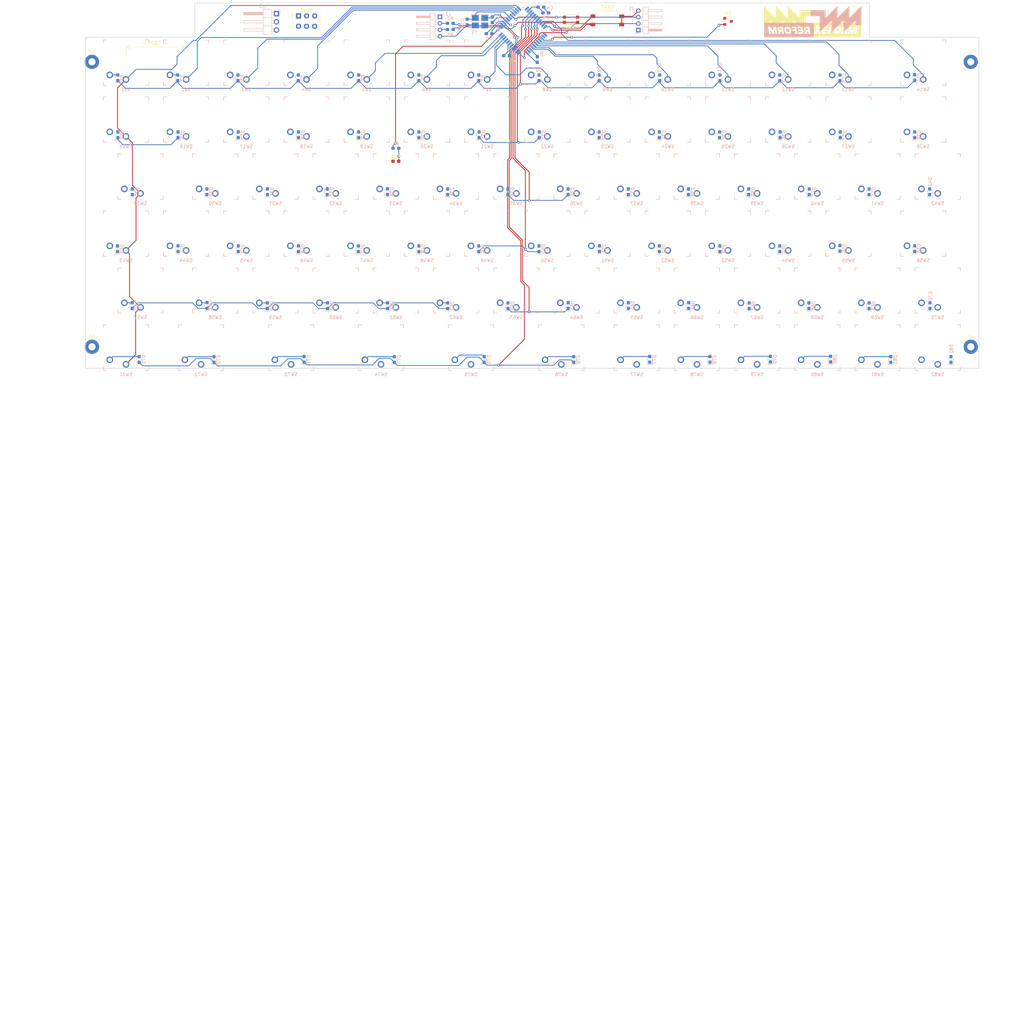
<source format=kicad_pcb>
(kicad_pcb (version 20171130) (host pcbnew 5.1.2+dfsg1-1)
  (layers (0 F.Cu signal) (31 B.Cu signal) (34 B.Paste user hide) (35 F.Paste user hide) (36 B.SilkS user) (37 F.SilkS user) (38 B.Mask user) (39 F.Mask user) (44 Edge.Cuts user))
  (net 0 "")
  (net 1 "Net-(D1-Pad2)")
  (net 2 "Net-(D2-Pad2)")
  (net 3 "Net-(D3-Pad2)")
  (net 4 "Net-(D4-Pad2)")
  (net 5 "Net-(D5-Pad2)")
  (net 6 "Net-(D6-Pad2)")
  (net 7 "Net-(D7-Pad2)")
  (net 8 "Net-(D8-Pad2)")
  (net 9 "Net-(D9-Pad2)")
  (net 10 "Net-(D10-Pad2)")
  (net 11 "Net-(D11-Pad2)")
  (net 12 "Net-(D12-Pad2)")
  (net 13 "Net-(D13-Pad2)")
  (net 14 "Net-(D14-Pad2)")
  (net 15 "Net-(D15-Pad2)")
  (net 16 "Net-(D16-Pad2)")
  (net 17 "Net-(D17-Pad2)")
  (net 18 "Net-(D18-Pad2)")
  (net 19 "Net-(D19-Pad2)")
  (net 20 "Net-(D20-Pad2)")
  (net 21 "Net-(D21-Pad2)")
  (net 22 "Net-(D22-Pad2)")
  (net 23 "Net-(D23-Pad2)")
  (net 24 "Net-(D24-Pad2)")
  (net 25 "Net-(D25-Pad2)")
  (net 26 "Net-(D26-Pad2)")
  (net 27 "Net-(D27-Pad2)")
  (net 28 "Net-(D28-Pad2)")
  (net 29 "Net-(D29-Pad2)")
  (net 30 "Net-(D30-Pad2)")
  (net 31 "Net-(D31-Pad2)")
  (net 32 "Net-(D32-Pad2)")
  (net 33 "Net-(D33-Pad2)")
  (net 34 "Net-(D34-Pad2)")
  (net 35 "Net-(D35-Pad2)")
  (net 36 "Net-(D36-Pad2)")
  (net 37 "Net-(D37-Pad2)")
  (net 38 "Net-(D38-Pad2)")
  (net 39 "Net-(D39-Pad2)")
  (net 40 "Net-(D40-Pad2)")
  (net 41 "Net-(D41-Pad2)")
  (net 42 "Net-(D42-Pad2)")
  (net 43 "Net-(D43-Pad2)")
  (net 44 "Net-(D44-Pad2)")
  (net 45 "Net-(D45-Pad2)")
  (net 46 "Net-(D46-Pad2)")
  (net 47 "Net-(D47-Pad2)")
  (net 48 "Net-(D48-Pad2)")
  (net 49 "Net-(D49-Pad2)")
  (net 50 "Net-(D50-Pad2)")
  (net 51 "Net-(D51-Pad2)")
  (net 52 "Net-(D52-Pad2)")
  (net 53 "Net-(D53-Pad2)")
  (net 54 "Net-(D54-Pad2)")
  (net 55 "Net-(D55-Pad2)")
  (net 56 "Net-(D56-Pad2)")
  (net 57 "Net-(D57-Pad2)")
  (net 58 "Net-(D58-Pad2)")
  (net 59 "Net-(D59-Pad2)")
  (net 60 "Net-(D60-Pad2)")
  (net 61 "Net-(D61-Pad2)")
  (net 62 "Net-(D62-Pad2)")
  (net 63 "Net-(D63-Pad2)")
  (net 64 "Net-(D64-Pad2)")
  (net 65 "Net-(D65-Pad2)")
  (net 66 "Net-(D66-Pad2)")
  (net 67 "Net-(D67-Pad2)")
  (net 68 "Net-(D68-Pad2)")
  (net 69 "Net-(D69-Pad2)")
  (net 70 "Net-(D70-Pad2)")
  (net 71 "Net-(D71-Pad2)")
  (net 72 "Net-(D72-Pad2)")
  (net 73 "Net-(D73-Pad2)")
  (net 74 "Net-(D74-Pad2)")
  (net 75 "Net-(D75-Pad2)")
  (net 76 "Net-(D76-Pad2)")
  (net 77 "Net-(D77-Pad2)")
  (net 78 "Net-(C1-Pad1)")
  (net 79 GND)
  (net 80 "Net-(C3-Pad1)")
  (net 81 ROW1)
  (net 82 ROW2)
  (net 83 ROW3)
  (net 84 ROW4)
  (net 85 ROW5)
  (net 86 ROW6)
  (net 87 RESET)
  (net 88 D-)
  (net 89 D+)
  (net 90 COL1)
  (net 91 COL2)
  (net 92 COL3)
  (net 93 COL4)
  (net 94 COL5)
  (net 95 COL6)
  (net 96 COL7)
  (net 97 COL8)
  (net 98 COL9)
  (net 99 COL10)
  (net 100 COL11)
  (net 101 COL12)
  (net 102 COL13)
  (net 103 COL14)
  (net 104 "Net-(C2-Pad1)")
  (net 105 "Net-(D78-Pad2)")
  (net 106 "Net-(D79-Pad2)")
  (net 107 "Net-(D80-Pad2)")
  (net 108 "Net-(D81-Pad2)")
  (net 109 "Net-(D82-Pad2)")
  (net 110 +5V)
  (net 111 "Net-(D83-Pad2)")
  (net 112 UART_TX)
  (net 113 UART_RX)
  (net 114 PWRIN)
  (net 115 PWROUT)
  (net 116 "Net-(R4-Pad1)")
  (net 117 AUX)
  (net 118 PROG)
  (net 119 LID_SENSE)
  (net 120 "/Reform KBD MCU/UD+")
  (net 121 "/Reform KBD MCU/UD-")
  (net 122 LED)
  (net 123 "Net-(SW90-Pad4)")
  (net 124 "Net-(SW90-Pad1)")
  (module Resistor_SMD:R_0603_1608Metric_Pad1.05x0.95mm_HandSolder (layer B.Cu) (at 100.9 64.7 180)
    (fp_text reference R5 (at 0 1.43) (layer B.SilkS) (effects (justify mirror)))
    (fp_text value 330)
    (pad 2 smd roundrect (at 0.875 0 180) (size 1.05 0.95) (layers B.Cu B.Paste B.Mask) (net 122 LED))
    (pad 1 smd roundrect (at -0.875 0 180) (size 1.05 0.95) (layers B.Cu B.Paste B.Mask) (net 111 "Net-(D83-Pad2)"))
  )
  (module LED_SMD:LED_0603_1608Metric_Pad1.05x0.95mm_HandSolder (layer F.Cu) (at 100.9 68.7)
    (fp_text reference D83 (at 0 -1.43) (layer F.SilkS))
    (fp_text value LED_Small)
    (pad 2 smd roundrect (at 0.875 0) (size 1.05 0.95) (layers F.Cu F.Paste F.Mask) (net 111 "Net-(D83-Pad2)"))
    (pad 1 smd roundrect (at -0.875 0) (size 1.05 0.95) (layers F.Cu F.Paste F.Mask) (net 79 GND))
  )
  (module Package_TO_SOT_SMD:SOT-23 (layer F.Cu) (at 203.5 25.5)
    (fp_text reference U2 (at 0 -2.5) (layer F.SilkS))
    (fp_text value SM351LT)
    (pad 3 smd rect (at 1 0) (size 0.9 0.8) (layers F.Cu F.Paste F.Mask) (net 79 GND))
    (pad 2 smd rect (at -1 0.95) (size 0.9 0.8) (layers F.Cu F.Paste F.Mask) (net 119 LID_SENSE))
    (pad 1 smd rect (at -1 -0.95) (size 0.9 0.8) (layers F.Cu F.Paste F.Mask) (net 110 +5V))
  )
  (module Button_Switch_SMD:SW_DIP_SPSTx02_Slide_Omron_A6S-210x_W8.9mm_P2.54mm (layer F.Cu) (at 166.2 25.2)
    (fp_text reference SW92 (at 0 -4.07) (layer F.SilkS))
    (fp_text value SW_DIP_x02)
    (pad 4 smd rect (at 4.45 -1.27) (size 1.5 1.1) (layers F.Cu F.Paste F.Mask) (net 79 GND))
    (pad 2 smd rect (at -4.45 1.27) (size 1.5 1.1) (layers F.Cu F.Paste F.Mask) (net 118 PROG))
    (pad 3 smd rect (at 4.45 1.27) (size 1.5 1.1) (layers F.Cu F.Paste F.Mask) (net 79 GND))
    (pad 1 smd rect (at -4.45 -1.27) (size 1.5 1.1) (layers F.Cu F.Paste F.Mask) (net 117 AUX))
  )
  (module Button_Switch_SMD:SW_Push_1P1T_NO_CK_KMR2 (layer F.Cu) (at 155 25 180)
    (fp_text reference SW91 (at 0 -2.45) (layer F.SilkS))
    (fp_text value RESET)
    (pad 2 smd rect (at 2.05 0.8 270) (size 0.9 1) (layers F.Cu F.Paste F.Mask) (net 79 GND))
    (pad 1 smd rect (at 2.05 -0.8 270) (size 0.9 1) (layers F.Cu F.Paste F.Mask) (net 87 RESET))
    (pad 2 smd rect (at -2.05 0.8 270) (size 0.9 1) (layers F.Cu F.Paste F.Mask) (net 79 GND))
    (pad 1 smd rect (at -2.05 -0.8 270) (size 0.9 1) (layers F.Cu F.Paste F.Mask) (net 87 RESET))
  )
  (module Button_Switch_THT:SW_E-Switch_EG1271_DPDT (layer F.Cu) (at 70.8 23.8)
    (fp_text reference SW90 (at 2.5 -1.65) (layer F.SilkS))
    (fp_text value POWER)
    (pad 6 thru_hole circle (at 5 3.2) (size 1.6 1.6) (drill 0.8) (layers *.Cu *.Mask) (net 115 PWROUT))
    (pad 5 thru_hole circle (at 2.5 3.2) (size 1.6 1.6) (drill 0.8) (layers *.Cu *.Mask) (net 114 PWRIN))
    (pad 4 thru_hole circle (at 0 3.2) (size 1.6 1.6) (drill 0.8) (layers *.Cu *.Mask) (net 123 "Net-(SW90-Pad4)"))
    (pad 3 thru_hole circle (at 5 0) (size 1.6 1.6) (drill 0.8) (layers *.Cu *.Mask) (net 115 PWROUT))
    (pad 2 thru_hole circle (at 2.5 0) (size 1.6 1.6) (drill 0.8) (layers *.Cu *.Mask) (net 114 PWRIN))
    (pad 1 thru_hole rect (at 0 0) (size 1.6 1.6) (drill 0.8) (layers *.Cu *.Mask) (net 124 "Net-(SW90-Pad1)"))
  )
  (module keyswitches:PG1350 (layer F.Cu) (at 152 126.24)
    (fp_text reference SW76 (at 0 8.3) (layer B.SilkS) (effects (justify mirror)))
    (fp_text value ML)
    (pad "" np_thru_hole circle (at -5.5 0) (size 1.7018 1.7018) (drill 1.7018) (layers *.Cu *.Mask))
    (pad "" np_thru_hole circle (at 5.5 0) (size 1.7018 1.7018) (drill 1.7018) (layers *.Cu *.Mask))
    (pad "" np_thru_hole circle (at 5.22 -4.2) (size 0.9906 0.9906) (drill 0.9906) (layers *.Cu *.Mask))
    (pad 1 thru_hole circle (at 0 5.207) (size 2.032 2.032) (drill 1.27) (layers *.Cu *.Mask) (net 95 COL6))
    (pad 2 thru_hole circle (at -5 3.8) (size 2.032 2.032) (drill 1.27) (layers *.Cu *.Mask) (net 76 "Net-(D76-Pad2)"))
    (pad "" np_thru_hole circle (at 0 0) (size 3.429 3.429) (drill 3.429) (layers *.Cu *.Mask))
  )
  (module keyswitches:PG1350 (layer F.Cu) (at 124.1 126.24)
    (fp_text reference SW75 (at 0 8.3) (layer B.SilkS) (effects (justify mirror)))
    (fp_text value ML)
    (pad "" np_thru_hole circle (at -5.5 0) (size 1.7018 1.7018) (drill 1.7018) (layers *.Cu *.Mask))
    (pad "" np_thru_hole circle (at 5.5 0) (size 1.7018 1.7018) (drill 1.7018) (layers *.Cu *.Mask))
    (pad "" np_thru_hole circle (at 5.22 -4.2) (size 0.9906 0.9906) (drill 0.9906) (layers *.Cu *.Mask))
    (pad 1 thru_hole circle (at 0 5.207) (size 2.032 2.032) (drill 1.27) (layers *.Cu *.Mask) (net 94 COL5))
    (pad 2 thru_hole circle (at -5 3.8) (size 2.032 2.032) (drill 1.27) (layers *.Cu *.Mask) (net 75 "Net-(D75-Pad2)"))
    (pad "" np_thru_hole circle (at 0 0) (size 3.429 3.429) (drill 3.429) (layers *.Cu *.Mask))
  )
  (module keyswitches:PG1350 (layer F.Cu) (at 96.3 126.24)
    (fp_text reference SW74 (at 0 8.3) (layer B.SilkS) (effects (justify mirror)))
    (fp_text value ML)
    (pad "" np_thru_hole circle (at -5.5 0) (size 1.7018 1.7018) (drill 1.7018) (layers *.Cu *.Mask))
    (pad "" np_thru_hole circle (at 5.5 0) (size 1.7018 1.7018) (drill 1.7018) (layers *.Cu *.Mask))
    (pad "" np_thru_hole circle (at 5.22 -4.2) (size 0.9906 0.9906) (drill 0.9906) (layers *.Cu *.Mask))
    (pad 1 thru_hole circle (at 0 5.207) (size 2.032 2.032) (drill 1.27) (layers *.Cu *.Mask) (net 93 COL4))
    (pad 2 thru_hole circle (at -5 3.8) (size 2.032 2.032) (drill 1.27) (layers *.Cu *.Mask) (net 74 "Net-(D74-Pad2)"))
    (pad "" np_thru_hole circle (at 0 0) (size 3.429 3.429) (drill 3.429) (layers *.Cu *.Mask))
  )
  (module keyswitches:PG1350 (layer F.Cu) (at 68.5 126.24)
    (fp_text reference SW73 (at 0 8.3) (layer B.SilkS) (effects (justify mirror)))
    (fp_text value ML)
    (pad "" np_thru_hole circle (at -5.5 0) (size 1.7018 1.7018) (drill 1.7018) (layers *.Cu *.Mask))
    (pad "" np_thru_hole circle (at 5.5 0) (size 1.7018 1.7018) (drill 1.7018) (layers *.Cu *.Mask))
    (pad "" np_thru_hole circle (at 5.22 -4.2) (size 0.9906 0.9906) (drill 0.9906) (layers *.Cu *.Mask))
    (pad 1 thru_hole circle (at 0 5.207) (size 2.032 2.032) (drill 1.27) (layers *.Cu *.Mask) (net 92 COL3))
    (pad 2 thru_hole circle (at -5 3.8) (size 2.032 2.032) (drill 1.27) (layers *.Cu *.Mask) (net 73 "Net-(D73-Pad2)"))
    (pad "" np_thru_hole circle (at 0 0) (size 3.429 3.429) (drill 3.429) (layers *.Cu *.Mask))
  )
  (module keyswitches:PG1350 (layer F.Cu) (at 40.7 126.24)
    (fp_text reference SW72 (at 0 8.3) (layer B.SilkS) (effects (justify mirror)))
    (fp_text value ML)
    (pad "" np_thru_hole circle (at -5.5 0) (size 1.7018 1.7018) (drill 1.7018) (layers *.Cu *.Mask))
    (pad "" np_thru_hole circle (at 5.5 0) (size 1.7018 1.7018) (drill 1.7018) (layers *.Cu *.Mask))
    (pad "" np_thru_hole circle (at 5.22 -4.2) (size 0.9906 0.9906) (drill 0.9906) (layers *.Cu *.Mask))
    (pad 1 thru_hole circle (at 0 5.207) (size 2.032 2.032) (drill 1.27) (layers *.Cu *.Mask) (net 91 COL2))
    (pad 2 thru_hole circle (at -5 3.8) (size 2.032 2.032) (drill 1.27) (layers *.Cu *.Mask) (net 72 "Net-(D72-Pad2)"))
    (pad "" np_thru_hole circle (at 0 0) (size 3.429 3.429) (drill 3.429) (layers *.Cu *.Mask))
  )
  (module keyswitches:PG1350 (layer F.Cu) (at 22 108.64)
    (fp_text reference SW57 (at 0 8.3) (layer B.SilkS) (effects (justify mirror)))
    (fp_text value ML)
    (pad "" np_thru_hole circle (at -5.5 0) (size 1.7018 1.7018) (drill 1.7018) (layers *.Cu *.Mask))
    (pad "" np_thru_hole circle (at 5.5 0) (size 1.7018 1.7018) (drill 1.7018) (layers *.Cu *.Mask))
    (pad "" np_thru_hole circle (at 5.22 -4.2) (size 0.9906 0.9906) (drill 0.9906) (layers *.Cu *.Mask))
    (pad 1 thru_hole circle (at 0 5.207) (size 2.032 2.032) (drill 1.27) (layers *.Cu *.Mask) (net 90 COL1))
    (pad 2 thru_hole circle (at -5 3.8) (size 2.032 2.032) (drill 1.27) (layers *.Cu *.Mask) (net 57 "Net-(D57-Pad2)"))
    (pad "" np_thru_hole circle (at 0 0) (size 3.429 3.429) (drill 3.429) (layers *.Cu *.Mask))
  )
  (module keyswitches:PG1350 (layer F.Cu) (at 263.8 91.04)
    (fp_text reference SW56 (at 0 8.3) (layer B.SilkS) (effects (justify mirror)))
    (fp_text value ML)
    (pad "" np_thru_hole circle (at -5.5 0) (size 1.7018 1.7018) (drill 1.7018) (layers *.Cu *.Mask))
    (pad "" np_thru_hole circle (at 5.5 0) (size 1.7018 1.7018) (drill 1.7018) (layers *.Cu *.Mask))
    (pad "" np_thru_hole circle (at 5.22 -4.2) (size 0.9906 0.9906) (drill 0.9906) (layers *.Cu *.Mask))
    (pad 1 thru_hole circle (at 0 5.207) (size 2.032 2.032) (drill 1.27) (layers *.Cu *.Mask) (net 103 COL14))
    (pad 2 thru_hole circle (at -5 3.8) (size 2.032 2.032) (drill 1.27) (layers *.Cu *.Mask) (net 56 "Net-(D56-Pad2)"))
    (pad "" np_thru_hole circle (at 0 0) (size 3.429 3.429) (drill 3.429) (layers *.Cu *.Mask))
  )
  (module keyswitches:PG1350 (layer F.Cu) (at 22 73.44)
    (fp_text reference SW29 (at 0 8.3) (layer B.SilkS) (effects (justify mirror)))
    (fp_text value ML)
    (pad "" np_thru_hole circle (at -5.5 0) (size 1.7018 1.7018) (drill 1.7018) (layers *.Cu *.Mask))
    (pad "" np_thru_hole circle (at 5.5 0) (size 1.7018 1.7018) (drill 1.7018) (layers *.Cu *.Mask))
    (pad "" np_thru_hole circle (at 5.22 -4.2) (size 0.9906 0.9906) (drill 0.9906) (layers *.Cu *.Mask))
    (pad 1 thru_hole circle (at 0 5.207) (size 2.032 2.032) (drill 1.27) (layers *.Cu *.Mask) (net 90 COL1))
    (pad 2 thru_hole circle (at -5 3.8) (size 2.032 2.032) (drill 1.27) (layers *.Cu *.Mask) (net 29 "Net-(D29-Pad2)"))
    (pad "" np_thru_hole circle (at 0 0) (size 3.429 3.429) (drill 3.429) (layers *.Cu *.Mask))
  )
  (module keyswitches:PG1350 (layer F.Cu) (at 263.8 55.84)
    (fp_text reference SW28 (at 0 8.3) (layer B.SilkS) (effects (justify mirror)))
    (fp_text value ML)
    (pad "" np_thru_hole circle (at -5.5 0) (size 1.7018 1.7018) (drill 1.7018) (layers *.Cu *.Mask))
    (pad "" np_thru_hole circle (at 5.5 0) (size 1.7018 1.7018) (drill 1.7018) (layers *.Cu *.Mask))
    (pad "" np_thru_hole circle (at 5.22 -4.2) (size 0.9906 0.9906) (drill 0.9906) (layers *.Cu *.Mask))
    (pad 1 thru_hole circle (at 0 5.207) (size 2.032 2.032) (drill 1.27) (layers *.Cu *.Mask) (net 103 COL14))
    (pad 2 thru_hole circle (at -5 3.8) (size 2.032 2.032) (drill 1.27) (layers *.Cu *.Mask) (net 28 "Net-(D28-Pad2)"))
    (pad "" np_thru_hole circle (at 0 0) (size 3.429 3.429) (drill 3.429) (layers *.Cu *.Mask))
  )
  (module keyswitches:PG1350 (layer F.Cu) (at 263.8 38.24)
    (fp_text reference SW14 (at 0 8.3) (layer B.SilkS) (effects (justify mirror)))
    (fp_text value ML)
    (pad "" np_thru_hole circle (at -5.5 0) (size 1.7018 1.7018) (drill 1.7018) (layers *.Cu *.Mask))
    (pad "" np_thru_hole circle (at 5.5 0) (size 1.7018 1.7018) (drill 1.7018) (layers *.Cu *.Mask))
    (pad "" np_thru_hole circle (at 5.22 -4.2) (size 0.9906 0.9906) (drill 0.9906) (layers *.Cu *.Mask))
    (pad 1 thru_hole circle (at 0 5.207) (size 2.032 2.032) (drill 1.27) (layers *.Cu *.Mask) (net 103 COL14))
    (pad 2 thru_hole circle (at -5 3.8) (size 2.032 2.032) (drill 1.27) (layers *.Cu *.Mask) (net 14 "Net-(D14-Pad2)"))
    (pad "" np_thru_hole circle (at 0 0) (size 3.429 3.429) (drill 3.429) (layers *.Cu *.Mask))
  )
  (module Resistor_SMD:R_0603_1608Metric_Pad1.05x0.95mm_HandSolder (layer B.Cu) (at 144.6 37.3 270)
    (fp_text reference R4 (at -1.7 -1.5 90) (layer B.SilkS) (effects (justify mirror)))
    (fp_text value 0)
    (pad 2 smd roundrect (at 0.875 0 270) (size 1.05 0.95) (layers B.Cu B.Paste B.Mask) (net 110 +5V))
    (pad 1 smd roundrect (at -0.875 0 270) (size 1.05 0.95) (layers B.Cu B.Paste B.Mask) (net 116 "Net-(R4-Pad1)"))
  )
  (module Resistor_SMD:R_0603_1608Metric_Pad1.05x0.95mm_HandSolder (layer B.Cu) (at 129.7 29.3)
    (fp_text reference R3 (at 0 1.43) (layer B.SilkS) (effects (justify mirror)))
    (fp_text value 10k)
    (pad 2 smd roundrect (at 0.875 0) (size 1.05 0.95) (layers B.Cu B.Paste B.Mask) (net 87 RESET))
    (pad 1 smd roundrect (at -0.875 0) (size 1.05 0.95) (layers B.Cu B.Paste B.Mask) (net 110 +5V))
  )
  (module Resistor_SMD:R_0603_1608Metric_Pad1.05x0.95mm_HandSolder (layer B.Cu) (at 117.7 26.1 180)
    (fp_text reference R2 (at 0 1.43) (layer B.SilkS) (effects (justify mirror)))
    (fp_text value 0)
    (pad 2 smd roundrect (at 0.875 0 180) (size 1.05 0.95) (layers B.Cu B.Paste B.Mask) (net 88 D-))
    (pad 1 smd roundrect (at -0.875 0 180) (size 1.05 0.95) (layers B.Cu B.Paste B.Mask) (net 121 "/Reform KBD MCU/UD-"))
  )
  (module Resistor_SMD:R_0603_1608Metric_Pad1.05x0.95mm_HandSolder (layer B.Cu) (at 117.7 28 180)
    (fp_text reference R1 (at 0 -1.6) (layer B.SilkS) (effects (justify mirror)))
    (fp_text value 0)
    (pad 2 smd roundrect (at 0.875 0 180) (size 1.05 0.95) (layers B.Cu B.Paste B.Mask) (net 89 D+))
    (pad 1 smd roundrect (at -0.875 0 180) (size 1.05 0.95) (layers B.Cu B.Paste B.Mask) (net 120 "/Reform KBD MCU/UD+"))
  )
  (module Connector_PinHeader_2.54mm:PinHeader_1x03_P2.54mm_Horizontal (layer B.Cu) (at 64 23.1 180)
    (fp_text reference J3 (at 4.385 2.27) (layer B.SilkS) (effects (justify mirror)))
    (fp_text value POWERCONN)
    (pad 3 thru_hole oval (at 0 -5.08 180) (size 1.7 1.7) (drill 1) (layers *.Cu *.Mask) (net 114 PWRIN))
    (pad 2 thru_hole oval (at 0 -2.54 180) (size 1.7 1.7) (drill 1) (layers *.Cu *.Mask) (net 79 GND))
    (pad 1 thru_hole rect (at 0 0 180) (size 1.7 1.7) (drill 1) (layers *.Cu *.Mask) (net 115 PWROUT))
  )
  (module Connector_PinHeader_2.00mm:PinHeader_1x04_P2.00mm_Horizontal (layer B.Cu) (at 175.8 28.2)
    (fp_text reference J1 (at -2.1 -6.7) (layer B.SilkS) (effects (justify mirror)))
    (fp_text value UART)
    (pad 4 thru_hole oval (at 0 -6) (size 1.35 1.35) (drill 0.8) (layers *.Cu *.Mask) (net 79 GND))
    (pad 3 thru_hole oval (at 0 -4) (size 1.35 1.35) (drill 0.8) (layers *.Cu *.Mask) (net 112 UART_TX))
    (pad 2 thru_hole oval (at 0 -2) (size 1.35 1.35) (drill 0.8) (layers *.Cu *.Mask) (net 113 UART_RX))
    (pad 1 thru_hole rect (at 0 0) (size 1.35 1.35) (drill 0.8) (layers *.Cu *.Mask) (net 110 +5V))
  )
  (module MountingHole:MountingHole_2.2mm_M2_Pad (layer F.Cu) (at 278.5 126.02)
    (fp_text reference H4 (at 0 -3.2) (layer F.SilkS))
    (fp_text value MH4)
    (pad 1 thru_hole circle (at 0 0) (size 4.4 4.4) (drill 2.2) (layers *.Cu *.Mask) (net 79 GND))
  )
  (module MountingHole:MountingHole_2.2mm_M2_Pad (layer F.Cu) (at 7 126.02)
    (fp_text reference H3 (at 0 -3.2) (layer F.SilkS))
    (fp_text value MH3)
    (pad 1 thru_hole circle (at 0 0) (size 4.4 4.4) (drill 2.2) (layers *.Cu *.Mask) (net 79 GND))
  )
  (module MountingHole:MountingHole_2.2mm_M2_Pad (layer F.Cu) (at 278.5 38)
    (fp_text reference H2 (at 0 -3.2) (layer F.SilkS))
    (fp_text value MH2)
    (pad 1 thru_hole circle (at 0 0) (size 4.4 4.4) (drill 2.2) (layers *.Cu *.Mask) (net 79 GND))
  )
  (module MountingHole:MountingHole_2.2mm_M2_Pad (layer F.Cu) (at 7 38)
    (fp_text reference H1 (at 0 -3.2) (layer F.SilkS))
    (fp_text value MH1)
    (pad 1 thru_hole circle (at 0 0) (size 4.4 4.4) (drill 2.2) (layers *.Cu *.Mask) (net 79 GND))
  )
  (module Capacitor_SMD:C_0603_1608Metric_Pad1.05x0.95mm_HandSolder (layer B.Cu) (at 147.2 22.9)
    (fp_text reference C5 (at 0 1.43) (layer B.SilkS) (effects (justify mirror)))
    (fp_text value 0.1uF)
    (pad 2 smd roundrect (at 0.875 0) (size 1.05 0.95) (layers B.Cu B.Paste B.Mask) (net 79 GND))
    (pad 1 smd roundrect (at -0.875 0) (size 1.05 0.95) (layers B.Cu B.Paste B.Mask) (net 110 +5V))
  )
  (module Capacitor_SMD:C_0603_1608Metric_Pad1.05x0.95mm_HandSolder (layer B.Cu) (at 145.7 21.1)
    (fp_text reference C4 (at 2.8 0.1) (layer B.SilkS) (effects (justify mirror)))
    (fp_text value 1uF)
    (pad 2 smd roundrect (at 0.875 0) (size 1.05 0.95) (layers B.Cu B.Paste B.Mask) (net 79 GND))
    (pad 1 smd roundrect (at -0.875 0) (size 1.05 0.95) (layers B.Cu B.Paste B.Mask) (net 110 +5V))
  )
  (module Capacitor_SMD:C_0603_1608Metric_Pad1.05x0.95mm_HandSolder (layer B.Cu) (at 135.1 36.1)
    (fp_text reference C3 (at 1.8 1.6) (layer B.SilkS) (effects (justify mirror)))
    (fp_text value 1uF)
    (pad 2 smd roundrect (at 0.875 0) (size 1.05 0.95) (layers B.Cu B.Paste B.Mask) (net 79 GND))
    (pad 1 smd roundrect (at -0.875 0) (size 1.05 0.95) (layers B.Cu B.Paste B.Mask) (net 80 "Net-(C3-Pad1)"))
  )
  (module Capacitor_SMD:C_0603_1608Metric_Pad1.05x0.95mm_HandSolder (layer B.Cu) (at 130.7 25 90)
    (fp_text reference C2 (at 0 1.43 90) (layer B.SilkS) (effects (justify mirror)))
    (fp_text value 18pF)
    (pad 2 smd roundrect (at 0.875 0 90) (size 1.05 0.95) (layers B.Cu B.Paste B.Mask) (net 79 GND))
    (pad 1 smd roundrect (at -0.875 0 90) (size 1.05 0.95) (layers B.Cu B.Paste B.Mask) (net 104 "Net-(C2-Pad1)"))
  )
  (module Capacitor_SMD:C_0603_1608Metric_Pad1.05x0.95mm_HandSolder (layer B.Cu) (at 122.9 25.7 270)
    (fp_text reference C1 (at 0 1.43 90) (layer B.SilkS) (effects (justify mirror)))
    (fp_text value 18pF)
    (pad 2 smd roundrect (at 0.875 0 270) (size 1.05 0.95) (layers B.Cu B.Paste B.Mask) (net 79 GND))
    (pad 1 smd roundrect (at -0.875 0 270) (size 1.05 0.95) (layers B.Cu B.Paste B.Mask) (net 78 "Net-(C1-Pad1)"))
  )
  (module reform2-keyboard:mntreform (layer F.Cu) (at 229.6 25.6)
    (fp_text reference GFX1 hide)
    (fp_text value MNT hide)
  )
  (module keyswitches:PG1350 (layer F.Cu) (at 36.1 38.24)
    (fp_text reference SW2 (at 0 8.3) (layer B.SilkS) (effects (justify mirror)))
    (fp_text value ML)
    (pad "" np_thru_hole circle (at -5.5 0) (size 1.7018 1.7018) (drill 1.7018) (layers *.Cu *.Mask))
    (pad "" np_thru_hole circle (at 5.5 0) (size 1.7018 1.7018) (drill 1.7018) (layers *.Cu *.Mask))
    (pad "" np_thru_hole circle (at 5.22 -4.2) (size 0.9906 0.9906) (drill 0.9906) (layers *.Cu *.Mask))
    (pad 1 thru_hole circle (at 0 5.207) (size 2.032 2.032) (drill 1.27) (layers *.Cu *.Mask) (net 91 COL2))
    (pad 2 thru_hole circle (at -5 3.8) (size 2.032 2.032) (drill 1.27) (layers *.Cu *.Mask) (net 2 "Net-(D2-Pad2)"))
    (pad "" np_thru_hole circle (at 0 0) (size 3.429 3.429) (drill 3.429) (layers *.Cu *.Mask))
  )
  (module reform2-keyboard:mntreform (layer B.Cu) (at 229.7 25.6 180)
    (fp_text reference GFX2 hide)
    (fp_text value MNT hide)
  )
  (module keyswitches:PG1350 (layer F.Cu) (at 268.3 126.24)
    (fp_text reference SW82 (at 0 8.3) (layer B.SilkS) (effects (justify mirror)))
    (fp_text value ML)
    (pad "" np_thru_hole circle (at -5.5 0) (size 1.7018 1.7018) (drill 1.7018) (layers *.Cu *.Mask))
    (pad "" np_thru_hole circle (at 5.5 0) (size 1.7018 1.7018) (drill 1.7018) (layers *.Cu *.Mask))
    (pad "" np_thru_hole circle (at 5.22 -4.2) (size 0.9906 0.9906) (drill 0.9906) (layers *.Cu *.Mask))
    (pad 1 thru_hole circle (at 0 5.207) (size 2.032 2.032) (drill 1.27) (layers *.Cu *.Mask) (net 101 COL12))
    (pad 2 thru_hole circle (at -5 3.8) (size 2.032 2.032) (drill 1.27) (layers *.Cu *.Mask) (net 109 "Net-(D82-Pad2)"))
    (pad "" np_thru_hole circle (at 0 0) (size 3.429 3.429) (drill 3.429) (layers *.Cu *.Mask))
  )
  (module Diode_SMD:D_0603_1608Metric_Pad1.05x0.95mm_HandSolder (layer B.Cu) (at 238.1 95.6 90)
    (fp_text reference D55 (at 0 1.43 90) (layer B.SilkS) (effects (justify mirror)))
    (fp_text value D_Small)
    (pad 2 smd roundrect (at 0.875 0 90) (size 1.05 0.95) (layers B.Cu B.Paste B.Mask) (net 55 "Net-(D55-Pad2)"))
    (pad 1 smd roundrect (at -0.875 0 90) (size 1.05 0.95) (layers B.Cu B.Paste B.Mask) (net 84 ROW4))
  )
  (module Diode_SMD:D_0603_1608Metric_Pad1.05x0.95mm_HandSolder (layer B.Cu) (at 272.4 129.94 90)
    (fp_text reference D82 (at 3.244 0.165 90) (layer B.SilkS) (effects (justify mirror)))
    (fp_text value D_Small)
    (pad 2 smd roundrect (at 0.875 0 90) (size 1.05 0.95) (layers B.Cu B.Paste B.Mask) (net 109 "Net-(D82-Pad2)"))
    (pad 1 smd roundrect (at -0.875 0 90) (size 1.05 0.95) (layers B.Cu B.Paste B.Mask) (net 86 ROW6))
  )
  (module Diode_SMD:D_0603_1608Metric_Pad1.05x0.95mm_HandSolder (layer B.Cu) (at 253.8 129.94 90)
    (fp_text reference D81 (at 0 1.43 90) (layer B.SilkS) (effects (justify mirror)))
    (fp_text value D_Small)
    (pad 2 smd roundrect (at 0.875 0 90) (size 1.05 0.95) (layers B.Cu B.Paste B.Mask) (net 108 "Net-(D81-Pad2)"))
    (pad 1 smd roundrect (at -0.875 0 90) (size 1.05 0.95) (layers B.Cu B.Paste B.Mask) (net 86 ROW6))
  )
  (module Diode_SMD:D_0603_1608Metric_Pad1.05x0.95mm_HandSolder (layer B.Cu) (at 235.2 129.84 90)
    (fp_text reference D80 (at 0 1.43 90) (layer B.SilkS) (effects (justify mirror)))
    (fp_text value D_Small)
    (pad 2 smd roundrect (at 0.875 0 90) (size 1.05 0.95) (layers B.Cu B.Paste B.Mask) (net 107 "Net-(D80-Pad2)"))
    (pad 1 smd roundrect (at -0.875 0 90) (size 1.05 0.95) (layers B.Cu B.Paste B.Mask) (net 86 ROW6))
  )
  (module Diode_SMD:D_0603_1608Metric_Pad1.05x0.95mm_HandSolder (layer B.Cu) (at 216.6 129.84 90)
    (fp_text reference D79 (at 0 1.43 90) (layer B.SilkS) (effects (justify mirror)))
    (fp_text value D_Small)
    (pad 2 smd roundrect (at 0.875 0 90) (size 1.05 0.95) (layers B.Cu B.Paste B.Mask) (net 106 "Net-(D79-Pad2)"))
    (pad 1 smd roundrect (at -0.875 0 90) (size 1.05 0.95) (layers B.Cu B.Paste B.Mask) (net 86 ROW6))
  )
  (module Diode_SMD:D_0603_1608Metric_Pad1.05x0.95mm_HandSolder (layer B.Cu) (at 197.933 129.89 90)
    (fp_text reference D78 (at 0 1.43 90) (layer B.SilkS) (effects (justify mirror)))
    (fp_text value D_Small)
    (pad 2 smd roundrect (at 0.875 0 90) (size 1.05 0.95) (layers B.Cu B.Paste B.Mask) (net 105 "Net-(D78-Pad2)"))
    (pad 1 smd roundrect (at -0.875 0 90) (size 1.05 0.95) (layers B.Cu B.Paste B.Mask) (net 86 ROW6))
  )
  (module Diode_SMD:D_0603_1608Metric_Pad1.05x0.95mm_HandSolder (layer B.Cu) (at 179.333 129.89 90)
    (fp_text reference D77 (at 0 1.43 90) (layer B.SilkS) (effects (justify mirror)))
    (fp_text value D_Small)
    (pad 2 smd roundrect (at 0.875 0 90) (size 1.05 0.95) (layers B.Cu B.Paste B.Mask) (net 77 "Net-(D77-Pad2)"))
    (pad 1 smd roundrect (at -0.875 0 90) (size 1.05 0.95) (layers B.Cu B.Paste B.Mask) (net 86 ROW6))
  )
  (module Diode_SMD:D_0603_1608Metric_Pad1.05x0.95mm_HandSolder (layer B.Cu) (at 155.85 129.94 90)
    (fp_text reference D76 (at 0 1.43 90) (layer B.SilkS) (effects (justify mirror)))
    (fp_text value D_Small)
    (pad 2 smd roundrect (at 0.875 0 90) (size 1.05 0.95) (layers B.Cu B.Paste B.Mask) (net 76 "Net-(D76-Pad2)"))
    (pad 1 smd roundrect (at -0.875 0 90) (size 1.05 0.95) (layers B.Cu B.Paste B.Mask) (net 86 ROW6))
  )
  (module Diode_SMD:D_0603_1608Metric_Pad1.05x0.95mm_HandSolder (layer B.Cu) (at 128.183 129.94 90)
    (fp_text reference D75 (at 0 1.43 90) (layer B.SilkS) (effects (justify mirror)))
    (fp_text value D_Small)
    (pad 2 smd roundrect (at 0.875 0 90) (size 1.05 0.95) (layers B.Cu B.Paste B.Mask) (net 75 "Net-(D75-Pad2)"))
    (pad 1 smd roundrect (at -0.875 0 90) (size 1.05 0.95) (layers B.Cu B.Paste B.Mask) (net 86 ROW6))
  )
  (module Diode_SMD:D_0603_1608Metric_Pad1.05x0.95mm_HandSolder (layer B.Cu) (at 100.4 129.94 90)
    (fp_text reference D74 (at 0 1.43 90) (layer B.SilkS) (effects (justify mirror)))
    (fp_text value D_Small)
    (pad 2 smd roundrect (at 0.875 0 90) (size 1.05 0.95) (layers B.Cu B.Paste B.Mask) (net 74 "Net-(D74-Pad2)"))
    (pad 1 smd roundrect (at -0.875 0 90) (size 1.05 0.95) (layers B.Cu B.Paste B.Mask) (net 86 ROW6))
  )
  (module Diode_SMD:D_0603_1608Metric_Pad1.05x0.95mm_HandSolder (layer B.Cu) (at 72.55 129.9 90)
    (fp_text reference D73 (at 0 1.43 90) (layer B.SilkS) (effects (justify mirror)))
    (fp_text value D_Small)
    (pad 2 smd roundrect (at 0.875 0 90) (size 1.05 0.95) (layers B.Cu B.Paste B.Mask) (net 73 "Net-(D73-Pad2)"))
    (pad 1 smd roundrect (at -0.875 0 90) (size 1.05 0.95) (layers B.Cu B.Paste B.Mask) (net 86 ROW6))
  )
  (module Diode_SMD:D_0603_1608Metric_Pad1.05x0.95mm_HandSolder (layer B.Cu) (at 44.7 129.94 90)
    (fp_text reference D72 (at 0 1.43 90) (layer B.SilkS) (effects (justify mirror)))
    (fp_text value D_Small)
    (pad 2 smd roundrect (at 0.875 0 90) (size 1.05 0.95) (layers B.Cu B.Paste B.Mask) (net 72 "Net-(D72-Pad2)"))
    (pad 1 smd roundrect (at -0.875 0 90) (size 1.05 0.95) (layers B.Cu B.Paste B.Mask) (net 86 ROW6))
  )
  (module Diode_SMD:D_0603_1608Metric_Pad1.05x0.95mm_HandSolder (layer B.Cu) (at 21.583 129.94 90)
    (fp_text reference D71 (at 0 1.43 90) (layer B.SilkS) (effects (justify mirror)))
    (fp_text value D_Small)
    (pad 2 smd roundrect (at 0.875 0 90) (size 1.05 0.95) (layers B.Cu B.Paste B.Mask) (net 71 "Net-(D71-Pad2)"))
    (pad 1 smd roundrect (at -0.875 0 90) (size 1.05 0.95) (layers B.Cu B.Paste B.Mask) (net 86 ROW6))
  )
  (module Diode_SMD:D_0603_1608Metric_Pad1.05x0.95mm_HandSolder (layer B.Cu) (at 265.9 113.3 90)
    (fp_text reference D70 (at 3.024 0.165 90) (layer B.SilkS) (effects (justify mirror)))
    (fp_text value D_Small)
    (pad 2 smd roundrect (at 0.875 0 90) (size 1.05 0.95) (layers B.Cu B.Paste B.Mask) (net 70 "Net-(D70-Pad2)"))
    (pad 1 smd roundrect (at -0.875 0 90) (size 1.05 0.95) (layers B.Cu B.Paste B.Mask) (net 85 ROW5))
  )
  (module Diode_SMD:D_0603_1608Metric_Pad1.05x0.95mm_HandSolder (layer B.Cu) (at 247.1 113.34 90)
    (fp_text reference D69 (at 0 1.43 90) (layer B.SilkS) (effects (justify mirror)))
    (fp_text value D_Small)
    (pad 2 smd roundrect (at 0.875 0 90) (size 1.05 0.95) (layers B.Cu B.Paste B.Mask) (net 69 "Net-(D69-Pad2)"))
    (pad 1 smd roundrect (at -0.875 0 90) (size 1.05 0.95) (layers B.Cu B.Paste B.Mask) (net 85 ROW5))
  )
  (module Diode_SMD:D_0603_1608Metric_Pad1.05x0.95mm_HandSolder (layer B.Cu) (at 228.5 113.34 90)
    (fp_text reference D68 (at 0 1.43 90) (layer B.SilkS) (effects (justify mirror)))
    (fp_text value D_Small)
    (pad 2 smd roundrect (at 0.875 0 90) (size 1.05 0.95) (layers B.Cu B.Paste B.Mask) (net 68 "Net-(D68-Pad2)"))
    (pad 1 smd roundrect (at -0.875 0 90) (size 1.05 0.95) (layers B.Cu B.Paste B.Mask) (net 85 ROW5))
  )
  (module Diode_SMD:D_0603_1608Metric_Pad1.05x0.95mm_HandSolder (layer B.Cu) (at 210.05 113.34 90)
    (fp_text reference D67 (at 0 1.43 90) (layer B.SilkS) (effects (justify mirror)))
    (fp_text value D_Small)
    (pad 1 smd roundrect (at -0.875 0 90) (size 1.05 0.95) (layers B.Cu B.Paste B.Mask) (net 85 ROW5))
    (pad 2 smd roundrect (at 0.875 0 90) (size 1.05 0.95) (layers B.Cu B.Paste B.Mask) (net 67 "Net-(D67-Pad2)"))
  )
  (module Diode_SMD:D_0603_1608Metric_Pad1.05x0.95mm_HandSolder (layer B.Cu) (at 191.333 113.29 90)
    (fp_text reference D66 (at 0 1.43 90) (layer B.SilkS) (effects (justify mirror)))
    (fp_text value D_Small)
    (pad 2 smd roundrect (at 0.875 0 90) (size 1.05 0.95) (layers B.Cu B.Paste B.Mask) (net 66 "Net-(D66-Pad2)"))
    (pad 1 smd roundrect (at -0.875 0 90) (size 1.05 0.95) (layers B.Cu B.Paste B.Mask) (net 85 ROW5))
  )
  (module Diode_SMD:D_0603_1608Metric_Pad1.05x0.95mm_HandSolder (layer B.Cu) (at 172.733 113.29 90)
    (fp_text reference D65 (at 0 1.43 90) (layer B.SilkS) (effects (justify mirror)))
    (fp_text value D_Small)
    (pad 2 smd roundrect (at 0.875 0 90) (size 1.05 0.95) (layers B.Cu B.Paste B.Mask) (net 65 "Net-(D65-Pad2)"))
    (pad 1 smd roundrect (at -0.875 0 90) (size 1.05 0.95) (layers B.Cu B.Paste B.Mask) (net 85 ROW5))
  )
  (module Diode_SMD:D_0603_1608Metric_Pad1.05x0.95mm_HandSolder (layer B.Cu) (at 154.133 113.29 90)
    (fp_text reference D64 (at 0 1.43 90) (layer B.SilkS) (effects (justify mirror)))
    (fp_text value D_Small)
    (pad 2 smd roundrect (at 0.875 0 90) (size 1.05 0.95) (layers B.Cu B.Paste B.Mask) (net 64 "Net-(D64-Pad2)"))
    (pad 1 smd roundrect (at -0.875 0 90) (size 1.05 0.95) (layers B.Cu B.Paste B.Mask) (net 85 ROW5))
  )
  (module Diode_SMD:D_0603_1608Metric_Pad1.05x0.95mm_HandSolder (layer B.Cu) (at 135.533 113.34 90)
    (fp_text reference D63 (at 0 1.43 90) (layer B.SilkS) (effects (justify mirror)))
    (fp_text value D_Small)
    (pad 2 smd roundrect (at 0.875 0 90) (size 1.05 0.95) (layers B.Cu B.Paste B.Mask) (net 63 "Net-(D63-Pad2)"))
    (pad 1 smd roundrect (at -0.875 0 90) (size 1.05 0.95) (layers B.Cu B.Paste B.Mask) (net 85 ROW5))
  )
  (module Diode_SMD:D_0603_1608Metric_Pad1.05x0.95mm_HandSolder (layer B.Cu) (at 116.933 113.34 90)
    (fp_text reference D62 (at 0 1.43 90) (layer B.SilkS) (effects (justify mirror)))
    (fp_text value D_Small)
    (pad 2 smd roundrect (at 0.875 0 90) (size 1.05 0.95) (layers B.Cu B.Paste B.Mask) (net 62 "Net-(D62-Pad2)"))
    (pad 1 smd roundrect (at -0.875 0 90) (size 1.05 0.95) (layers B.Cu B.Paste B.Mask) (net 85 ROW5))
  )
  (module Diode_SMD:D_0603_1608Metric_Pad1.05x0.95mm_HandSolder (layer B.Cu) (at 98.333 113.34 90)
    (fp_text reference D61 (at 0 1.43 90) (layer B.SilkS) (effects (justify mirror)))
    (fp_text value D_Small)
    (pad 2 smd roundrect (at 0.875 0 90) (size 1.05 0.95) (layers B.Cu B.Paste B.Mask) (net 61 "Net-(D61-Pad2)"))
    (pad 1 smd roundrect (at -0.875 0 90) (size 1.05 0.95) (layers B.Cu B.Paste B.Mask) (net 85 ROW5))
  )
  (module Diode_SMD:D_0603_1608Metric_Pad1.05x0.95mm_HandSolder (layer B.Cu) (at 79.783 113.34 90)
    (fp_text reference D60 (at 0 1.43 90) (layer B.SilkS) (effects (justify mirror)))
    (fp_text value D_Small)
    (pad 2 smd roundrect (at 0.875 0 90) (size 1.05 0.95) (layers B.Cu B.Paste B.Mask) (net 60 "Net-(D60-Pad2)"))
    (pad 1 smd roundrect (at -0.875 0 90) (size 1.05 0.95) (layers B.Cu B.Paste B.Mask) (net 85 ROW5))
  )
  (module Diode_SMD:D_0603_1608Metric_Pad1.05x0.95mm_HandSolder (layer B.Cu) (at 61.183 113.34 90)
    (fp_text reference D59 (at 0 1.43 90) (layer B.SilkS) (effects (justify mirror)))
    (fp_text value D_Small)
    (pad 2 smd roundrect (at 0.875 0 90) (size 1.05 0.95) (layers B.Cu B.Paste B.Mask) (net 59 "Net-(D59-Pad2)"))
    (pad 1 smd roundrect (at -0.875 0 90) (size 1.05 0.95) (layers B.Cu B.Paste B.Mask) (net 85 ROW5))
  )
  (module Diode_SMD:D_0603_1608Metric_Pad1.05x0.95mm_HandSolder (layer B.Cu) (at 42.55 113.25 90)
    (fp_text reference D58 (at 0 1.43 90) (layer B.SilkS) (effects (justify mirror)))
    (fp_text value D_Small)
    (pad 2 smd roundrect (at 0.875 0 90) (size 1.05 0.95) (layers B.Cu B.Paste B.Mask) (net 58 "Net-(D58-Pad2)"))
    (pad 1 smd roundrect (at -0.875 0 90) (size 1.05 0.95) (layers B.Cu B.Paste B.Mask) (net 85 ROW5))
  )
  (module Diode_SMD:D_0603_1608Metric_Pad1.05x0.95mm_HandSolder (layer B.Cu) (at 19.433 113.29 90)
    (fp_text reference D57 (at 0 1.43 90) (layer B.SilkS) (effects (justify mirror)))
    (fp_text value D_Small)
    (pad 2 smd roundrect (at 0.875 0 90) (size 1.05 0.95) (layers B.Cu B.Paste B.Mask) (net 57 "Net-(D57-Pad2)"))
    (pad 1 smd roundrect (at -0.875 0 90) (size 1.05 0.95) (layers B.Cu B.Paste B.Mask) (net 85 ROW5))
  )
  (module Diode_SMD:D_0603_1608Metric_Pad1.05x0.95mm_HandSolder (layer B.Cu) (at 261.2 95.7 90)
    (fp_text reference D56 (at 0 1.43 90) (layer B.SilkS) (effects (justify mirror)))
    (fp_text value D_Small)
    (pad 2 smd roundrect (at 0.875 0 90) (size 1.05 0.95) (layers B.Cu B.Paste B.Mask) (net 56 "Net-(D56-Pad2)"))
    (pad 1 smd roundrect (at -0.875 0 90) (size 1.05 0.95) (layers B.Cu B.Paste B.Mask) (net 84 ROW4))
  )
  (module Diode_SMD:D_0603_1608Metric_Pad1.05x0.95mm_HandSolder (layer B.Cu) (at 219.5 95.74 90)
    (fp_text reference D54 (at 0 1.43 90) (layer B.SilkS) (effects (justify mirror)))
    (fp_text value D_Small)
    (pad 2 smd roundrect (at 0.875 0 90) (size 1.05 0.95) (layers B.Cu B.Paste B.Mask) (net 54 "Net-(D54-Pad2)"))
    (pad 1 smd roundrect (at -0.875 0 90) (size 1.05 0.95) (layers B.Cu B.Paste B.Mask) (net 84 ROW4))
  )
  (module Diode_SMD:D_0603_1608Metric_Pad1.05x0.95mm_HandSolder (layer B.Cu) (at 201 95.74 90)
    (fp_text reference D53 (at 0 1.43 90) (layer B.SilkS) (effects (justify mirror)))
    (fp_text value D_Small)
    (pad 2 smd roundrect (at 0.875 0 90) (size 1.05 0.95) (layers B.Cu B.Paste B.Mask) (net 53 "Net-(D53-Pad2)"))
    (pad 1 smd roundrect (at -0.875 0 90) (size 1.05 0.95) (layers B.Cu B.Paste B.Mask) (net 84 ROW4))
  )
  (module Diode_SMD:D_0603_1608Metric_Pad1.05x0.95mm_HandSolder (layer B.Cu) (at 182.3 95.74 90)
    (fp_text reference D52 (at 0 1.43 90) (layer B.SilkS) (effects (justify mirror)))
    (fp_text value D_Small)
    (pad 2 smd roundrect (at 0.875 0 90) (size 1.05 0.95) (layers B.Cu B.Paste B.Mask) (net 52 "Net-(D52-Pad2)"))
    (pad 1 smd roundrect (at -0.875 0 90) (size 1.05 0.95) (layers B.Cu B.Paste B.Mask) (net 84 ROW4))
  )
  (module Diode_SMD:D_0603_1608Metric_Pad1.05x0.95mm_HandSolder (layer B.Cu) (at 163.8 95.7 90)
    (fp_text reference D51 (at 0 1.43 90) (layer B.SilkS) (effects (justify mirror)))
    (fp_text value D_Small)
    (pad 2 smd roundrect (at 0.875 0 90) (size 1.05 0.95) (layers B.Cu B.Paste B.Mask) (net 51 "Net-(D51-Pad2)"))
    (pad 1 smd roundrect (at -0.875 0 90) (size 1.05 0.95) (layers B.Cu B.Paste B.Mask) (net 84 ROW4))
  )
  (module Diode_SMD:D_0603_1608Metric_Pad1.05x0.95mm_HandSolder (layer B.Cu) (at 145.1 95.74 90)
    (fp_text reference D50 (at 0 1.43 90) (layer B.SilkS) (effects (justify mirror)))
    (fp_text value D_Small)
    (pad 2 smd roundrect (at 0.875 0 90) (size 1.05 0.95) (layers B.Cu B.Paste B.Mask) (net 50 "Net-(D50-Pad2)"))
    (pad 1 smd roundrect (at -0.875 0 90) (size 1.05 0.95) (layers B.Cu B.Paste B.Mask) (net 84 ROW4))
  )
  (module Diode_SMD:D_0603_1608Metric_Pad1.05x0.95mm_HandSolder (layer B.Cu) (at 126.5 95.74 90)
    (fp_text reference D49 (at 0 1.43 90) (layer B.SilkS) (effects (justify mirror)))
    (fp_text value D_Small)
    (pad 2 smd roundrect (at 0.875 0 90) (size 1.05 0.95) (layers B.Cu B.Paste B.Mask) (net 49 "Net-(D49-Pad2)"))
    (pad 1 smd roundrect (at -0.875 0 90) (size 1.05 0.95) (layers B.Cu B.Paste B.Mask) (net 84 ROW4))
  )
  (module Diode_SMD:D_0603_1608Metric_Pad1.05x0.95mm_HandSolder (layer B.Cu) (at 108 95.74 90)
    (fp_text reference D48 (at 0 1.43 90) (layer B.SilkS) (effects (justify mirror)))
    (fp_text value D_Small)
    (pad 2 smd roundrect (at 0.875 0 90) (size 1.05 0.95) (layers B.Cu B.Paste B.Mask) (net 48 "Net-(D48-Pad2)"))
    (pad 1 smd roundrect (at -0.875 0 90) (size 1.05 0.95) (layers B.Cu B.Paste B.Mask) (net 84 ROW4))
  )
  (module Diode_SMD:D_0603_1608Metric_Pad1.05x0.95mm_HandSolder (layer B.Cu) (at 89.3 95.74 90)
    (fp_text reference D47 (at 0 1.43 90) (layer B.SilkS) (effects (justify mirror)))
    (fp_text value D_Small)
    (pad 2 smd roundrect (at 0.875 0 90) (size 1.05 0.95) (layers B.Cu B.Paste B.Mask) (net 47 "Net-(D47-Pad2)"))
    (pad 1 smd roundrect (at -0.875 0 90) (size 1.05 0.95) (layers B.Cu B.Paste B.Mask) (net 84 ROW4))
  )
  (module Diode_SMD:D_0603_1608Metric_Pad1.05x0.95mm_HandSolder (layer B.Cu) (at 70.8 95.74 90)
    (fp_text reference D46 (at 0 1.43 90) (layer B.SilkS) (effects (justify mirror)))
    (fp_text value D_Small)
    (pad 2 smd roundrect (at 0.875 0 90) (size 1.05 0.95) (layers B.Cu B.Paste B.Mask) (net 46 "Net-(D46-Pad2)"))
    (pad 1 smd roundrect (at -0.875 0 90) (size 1.05 0.95) (layers B.Cu B.Paste B.Mask) (net 84 ROW4))
  )
  (module Diode_SMD:D_0603_1608Metric_Pad1.05x0.95mm_HandSolder (layer B.Cu) (at 52.2 95.74 90)
    (fp_text reference D45 (at 0 1.43 90) (layer B.SilkS) (effects (justify mirror)))
    (fp_text value D_Small)
    (pad 2 smd roundrect (at 0.875 0 90) (size 1.05 0.95) (layers B.Cu B.Paste B.Mask) (net 45 "Net-(D45-Pad2)"))
    (pad 1 smd roundrect (at -0.875 0 90) (size 1.05 0.95) (layers B.Cu B.Paste B.Mask) (net 84 ROW4))
  )
  (module Diode_SMD:D_0603_1608Metric_Pad1.05x0.95mm_HandSolder (layer B.Cu) (at 33.6 95.7 90)
    (fp_text reference D44 (at 0 1.43 90) (layer B.SilkS) (effects (justify mirror)))
    (fp_text value D_Small)
    (pad 2 smd roundrect (at 0.875 0 90) (size 1.05 0.95) (layers B.Cu B.Paste B.Mask) (net 44 "Net-(D44-Pad2)"))
    (pad 1 smd roundrect (at -0.875 0 90) (size 1.05 0.95) (layers B.Cu B.Paste B.Mask) (net 84 ROW4))
  )
  (module Diode_SMD:D_0603_1608Metric_Pad1.05x0.95mm_HandSolder (layer B.Cu) (at 14.9 95.74 90)
    (fp_text reference D43 (at 0 1.43 90) (layer B.SilkS) (effects (justify mirror)))
    (fp_text value D_Small)
    (pad 2 smd roundrect (at 0.875 0 90) (size 1.05 0.95) (layers B.Cu B.Paste B.Mask) (net 43 "Net-(D43-Pad2)"))
    (pad 1 smd roundrect (at -0.875 0 90) (size 1.05 0.95) (layers B.Cu B.Paste B.Mask) (net 84 ROW4))
  )
  (module Diode_SMD:D_0603_1608Metric_Pad1.05x0.95mm_HandSolder (layer B.Cu) (at 265.8 78.14 90)
    (fp_text reference D42 (at 3.092 0.165 90) (layer B.SilkS) (effects (justify mirror)))
    (fp_text value D_Small)
    (pad 2 smd roundrect (at 0.875 0 90) (size 1.05 0.95) (layers B.Cu B.Paste B.Mask) (net 42 "Net-(D42-Pad2)"))
    (pad 1 smd roundrect (at -0.875 0 90) (size 1.05 0.95) (layers B.Cu B.Paste B.Mask) (net 83 ROW3))
  )
  (module Diode_SMD:D_0603_1608Metric_Pad1.05x0.95mm_HandSolder (layer B.Cu) (at 247.1 78.14 90)
    (fp_text reference D41 (at 0 1.43 90) (layer B.SilkS) (effects (justify mirror)))
    (fp_text value D_Small)
    (pad 2 smd roundrect (at 0.875 0 90) (size 1.05 0.95) (layers B.Cu B.Paste B.Mask) (net 41 "Net-(D41-Pad2)"))
    (pad 1 smd roundrect (at -0.875 0 90) (size 1.05 0.95) (layers B.Cu B.Paste B.Mask) (net 83 ROW3))
  )
  (module Diode_SMD:D_0603_1608Metric_Pad1.05x0.95mm_HandSolder (layer B.Cu) (at 228.6 78.14 90)
    (fp_text reference D40 (at 0 1.43 90) (layer B.SilkS) (effects (justify mirror)))
    (fp_text value D_Small)
    (pad 2 smd roundrect (at 0.875 0 90) (size 1.05 0.95) (layers B.Cu B.Paste B.Mask) (net 40 "Net-(D40-Pad2)"))
    (pad 1 smd roundrect (at -0.875 0 90) (size 1.05 0.95) (layers B.Cu B.Paste B.Mask) (net 83 ROW3))
  )
  (module Diode_SMD:D_0603_1608Metric_Pad1.05x0.95mm_HandSolder (layer B.Cu) (at 209.9 78.14 90)
    (fp_text reference D39 (at 0 1.43 90) (layer B.SilkS) (effects (justify mirror)))
    (fp_text value D_Small)
    (pad 2 smd roundrect (at 0.875 0 90) (size 1.05 0.95) (layers B.Cu B.Paste B.Mask) (net 39 "Net-(D39-Pad2)"))
    (pad 1 smd roundrect (at -0.875 0 90) (size 1.05 0.95) (layers B.Cu B.Paste B.Mask) (net 83 ROW3))
  )
  (module Diode_SMD:D_0603_1608Metric_Pad1.05x0.95mm_HandSolder (layer B.Cu) (at 191.3 78.14 90)
    (fp_text reference D38 (at 0 1.43 90) (layer B.SilkS) (effects (justify mirror)))
    (fp_text value D_Small)
    (pad 2 smd roundrect (at 0.875 0 90) (size 1.05 0.95) (layers B.Cu B.Paste B.Mask) (net 38 "Net-(D38-Pad2)"))
    (pad 1 smd roundrect (at -0.875 0 90) (size 1.05 0.95) (layers B.Cu B.Paste B.Mask) (net 83 ROW3))
  )
  (module Diode_SMD:D_0603_1608Metric_Pad1.05x0.95mm_HandSolder (layer B.Cu) (at 172.7 78.14 90)
    (fp_text reference D37 (at 0 1.43 90) (layer B.SilkS) (effects (justify mirror)))
    (fp_text value D_Small)
    (pad 2 smd roundrect (at 0.875 0 90) (size 1.05 0.95) (layers B.Cu B.Paste B.Mask) (net 37 "Net-(D37-Pad2)"))
    (pad 1 smd roundrect (at -0.875 0 90) (size 1.05 0.95) (layers B.Cu B.Paste B.Mask) (net 83 ROW3))
  )
  (module Diode_SMD:D_0603_1608Metric_Pad1.05x0.95mm_HandSolder (layer B.Cu) (at 154.1 78.14 90)
    (fp_text reference D36 (at 0 1.43 90) (layer B.SilkS) (effects (justify mirror)))
    (fp_text value D_Small)
    (pad 2 smd roundrect (at 0.875 0 90) (size 1.05 0.95) (layers B.Cu B.Paste B.Mask) (net 36 "Net-(D36-Pad2)"))
    (pad 1 smd roundrect (at -0.875 0 90) (size 1.05 0.95) (layers B.Cu B.Paste B.Mask) (net 83 ROW3))
  )
  (module Diode_SMD:D_0603_1608Metric_Pad1.05x0.95mm_HandSolder (layer B.Cu) (at 135.5 78.14 90)
    (fp_text reference D35 (at 0 1.43 90) (layer B.SilkS) (effects (justify mirror)))
    (fp_text value D_Small)
    (pad 2 smd roundrect (at 0.875 0 90) (size 1.05 0.95) (layers B.Cu B.Paste B.Mask) (net 35 "Net-(D35-Pad2)"))
    (pad 1 smd roundrect (at -0.875 0 90) (size 1.05 0.95) (layers B.Cu B.Paste B.Mask) (net 83 ROW3))
  )
  (module Diode_SMD:D_0603_1608Metric_Pad1.05x0.95mm_HandSolder (layer B.Cu) (at 116.9 78.14 90)
    (fp_text reference D34 (at 0 1.43 90) (layer B.SilkS) (effects (justify mirror)))
    (fp_text value D_Small)
    (pad 2 smd roundrect (at 0.875 0 90) (size 1.05 0.95) (layers B.Cu B.Paste B.Mask) (net 34 "Net-(D34-Pad2)"))
    (pad 1 smd roundrect (at -0.875 0 90) (size 1.05 0.95) (layers B.Cu B.Paste B.Mask) (net 83 ROW3))
  )
  (module Diode_SMD:D_0603_1608Metric_Pad1.05x0.95mm_HandSolder (layer B.Cu) (at 98.3 78.1 90)
    (fp_text reference D33 (at 0 1.43 90) (layer B.SilkS) (effects (justify mirror)))
    (fp_text value D_Small)
    (pad 2 smd roundrect (at 0.875 0 90) (size 1.05 0.95) (layers B.Cu B.Paste B.Mask) (net 33 "Net-(D33-Pad2)"))
    (pad 1 smd roundrect (at -0.875 0 90) (size 1.05 0.95) (layers B.Cu B.Paste B.Mask) (net 83 ROW3))
  )
  (module Diode_SMD:D_0603_1608Metric_Pad1.05x0.95mm_HandSolder (layer B.Cu) (at 79.7 78.14 90)
    (fp_text reference D32 (at 0 1.43 90) (layer B.SilkS) (effects (justify mirror)))
    (fp_text value D_Small)
    (pad 2 smd roundrect (at 0.875 0 90) (size 1.05 0.95) (layers B.Cu B.Paste B.Mask) (net 32 "Net-(D32-Pad2)"))
    (pad 1 smd roundrect (at -0.875 0 90) (size 1.05 0.95) (layers B.Cu B.Paste B.Mask) (net 83 ROW3))
  )
  (module Diode_SMD:D_0603_1608Metric_Pad1.05x0.95mm_HandSolder (layer B.Cu) (at 61.2 78.14 90)
    (fp_text reference D31 (at 0 1.43 90) (layer B.SilkS) (effects (justify mirror)))
    (fp_text value D_Small)
    (pad 2 smd roundrect (at 0.875 0 90) (size 1.05 0.95) (layers B.Cu B.Paste B.Mask) (net 31 "Net-(D31-Pad2)"))
    (pad 1 smd roundrect (at -0.875 0 90) (size 1.05 0.95) (layers B.Cu B.Paste B.Mask) (net 83 ROW3))
  )
  (module Diode_SMD:D_0603_1608Metric_Pad1.05x0.95mm_HandSolder (layer B.Cu) (at 42.5 78.14 90)
    (fp_text reference D30 (at 0 1.43 90) (layer B.SilkS) (effects (justify mirror)))
    (fp_text value D_Small)
    (pad 2 smd roundrect (at 0.875 0 90) (size 1.05 0.95) (layers B.Cu B.Paste B.Mask) (net 30 "Net-(D30-Pad2)"))
    (pad 1 smd roundrect (at -0.875 0 90) (size 1.05 0.95) (layers B.Cu B.Paste B.Mask) (net 83 ROW3))
  )
  (module Diode_SMD:D_0603_1608Metric_Pad1.05x0.95mm_HandSolder (layer B.Cu) (at 19.5 78.14 90)
    (fp_text reference D29 (at 0 1.43 90) (layer B.SilkS) (effects (justify mirror)))
    (fp_text value D_Small)
    (pad 2 smd roundrect (at 0.875 0 90) (size 1.05 0.95) (layers B.Cu B.Paste B.Mask) (net 29 "Net-(D29-Pad2)"))
    (pad 1 smd roundrect (at -0.875 0 90) (size 1.05 0.95) (layers B.Cu B.Paste B.Mask) (net 83 ROW3))
  )
  (module Diode_SMD:D_0603_1608Metric_Pad1.05x0.95mm_HandSolder (layer B.Cu) (at 261.183 60.54 90)
    (fp_text reference D28 (at 0 1.43 90) (layer B.SilkS) (effects (justify mirror)))
    (fp_text value D_Small)
    (pad 2 smd roundrect (at 0.875 0 90) (size 1.05 0.95) (layers B.Cu B.Paste B.Mask) (net 28 "Net-(D28-Pad2)"))
    (pad 1 smd roundrect (at -0.875 0 90) (size 1.05 0.95) (layers B.Cu B.Paste B.Mask) (net 82 ROW2))
  )
  (module Diode_SMD:D_0603_1608Metric_Pad1.05x0.95mm_HandSolder (layer B.Cu) (at 238.2 60.54 90)
    (fp_text reference D27 (at 0 1.43 90) (layer B.SilkS) (effects (justify mirror)))
    (fp_text value D_Small)
    (pad 2 smd roundrect (at 0.875 0 90) (size 1.05 0.95) (layers B.Cu B.Paste B.Mask) (net 27 "Net-(D27-Pad2)"))
    (pad 1 smd roundrect (at -0.875 0 90) (size 1.05 0.95) (layers B.Cu B.Paste B.Mask) (net 82 ROW2))
  )
  (module Diode_SMD:D_0603_1608Metric_Pad1.05x0.95mm_HandSolder (layer B.Cu) (at 219.6 60.54 90)
    (fp_text reference D26 (at 0 1.43 90) (layer B.SilkS) (effects (justify mirror)))
    (fp_text value D_Small)
    (pad 2 smd roundrect (at 0.875 0 90) (size 1.05 0.95) (layers B.Cu B.Paste B.Mask) (net 26 "Net-(D26-Pad2)"))
    (pad 1 smd roundrect (at -0.875 0 90) (size 1.05 0.95) (layers B.Cu B.Paste B.Mask) (net 82 ROW2))
  )
  (module Diode_SMD:D_0603_1608Metric_Pad1.05x0.95mm_HandSolder (layer B.Cu) (at 200.9 60.54 90)
    (fp_text reference D25 (at 0 1.43 90) (layer B.SilkS) (effects (justify mirror)))
    (fp_text value D_Small)
    (pad 2 smd roundrect (at 0.875 0 90) (size 1.05 0.95) (layers B.Cu B.Paste B.Mask) (net 25 "Net-(D25-Pad2)"))
    (pad 1 smd roundrect (at -0.875 0 90) (size 1.05 0.95) (layers B.Cu B.Paste B.Mask) (net 82 ROW2))
  )
  (module Diode_SMD:D_0603_1608Metric_Pad1.05x0.95mm_HandSolder (layer B.Cu) (at 182.3 60.54 90)
    (fp_text reference D24 (at 0 1.43 90) (layer B.SilkS) (effects (justify mirror)))
    (fp_text value D_Small)
    (pad 2 smd roundrect (at 0.875 0 90) (size 1.05 0.95) (layers B.Cu B.Paste B.Mask) (net 24 "Net-(D24-Pad2)"))
    (pad 1 smd roundrect (at -0.875 0 90) (size 1.05 0.95) (layers B.Cu B.Paste B.Mask) (net 82 ROW2))
  )
  (module Diode_SMD:D_0603_1608Metric_Pad1.05x0.95mm_HandSolder (layer B.Cu) (at 163.7 60.54 90)
    (fp_text reference D23 (at 0 1.43 90) (layer B.SilkS) (effects (justify mirror)))
    (fp_text value D_Small)
    (pad 2 smd roundrect (at 0.875 0 90) (size 1.05 0.95) (layers B.Cu B.Paste B.Mask) (net 23 "Net-(D23-Pad2)"))
    (pad 1 smd roundrect (at -0.875 0 90) (size 1.05 0.95) (layers B.Cu B.Paste B.Mask) (net 82 ROW2))
  )
  (module Diode_SMD:D_0603_1608Metric_Pad1.05x0.95mm_HandSolder (layer B.Cu) (at 145.2 60.54 90)
    (fp_text reference D22 (at 0 1.43 90) (layer B.SilkS) (effects (justify mirror)))
    (fp_text value D_Small)
    (pad 2 smd roundrect (at 0.875 0 90) (size 1.05 0.95) (layers B.Cu B.Paste B.Mask) (net 22 "Net-(D22-Pad2)"))
    (pad 1 smd roundrect (at -0.875 0 90) (size 1.05 0.95) (layers B.Cu B.Paste B.Mask) (net 82 ROW2))
  )
  (module Diode_SMD:D_0603_1608Metric_Pad1.05x0.95mm_HandSolder (layer B.Cu) (at 126.6 60.54 90)
    (fp_text reference D21 (at 0 1.43 90) (layer B.SilkS) (effects (justify mirror)))
    (fp_text value D_Small)
    (pad 2 smd roundrect (at 0.875 0 90) (size 1.05 0.95) (layers B.Cu B.Paste B.Mask) (net 21 "Net-(D21-Pad2)"))
    (pad 1 smd roundrect (at -0.875 0 90) (size 1.05 0.95) (layers B.Cu B.Paste B.Mask) (net 82 ROW2))
  )
  (module Diode_SMD:D_0603_1608Metric_Pad1.05x0.95mm_HandSolder (layer B.Cu) (at 108 60.54 90)
    (fp_text reference D20 (at 0 1.43 90) (layer B.SilkS) (effects (justify mirror)))
    (fp_text value D_Small)
    (pad 2 smd roundrect (at 0.875 0 90) (size 1.05 0.95) (layers B.Cu B.Paste B.Mask) (net 20 "Net-(D20-Pad2)"))
    (pad 1 smd roundrect (at -0.875 0 90) (size 1.05 0.95) (layers B.Cu B.Paste B.Mask) (net 82 ROW2))
  )
  (module Diode_SMD:D_0603_1608Metric_Pad1.05x0.95mm_HandSolder (layer B.Cu) (at 89.4 60.54 90)
    (fp_text reference D19 (at 0 1.43 90) (layer B.SilkS) (effects (justify mirror)))
    (fp_text value D_Small)
    (pad 2 smd roundrect (at 0.875 0 90) (size 1.05 0.95) (layers B.Cu B.Paste B.Mask) (net 19 "Net-(D19-Pad2)"))
    (pad 1 smd roundrect (at -0.875 0 90) (size 1.05 0.95) (layers B.Cu B.Paste B.Mask) (net 82 ROW2))
  )
  (module Diode_SMD:D_0603_1608Metric_Pad1.05x0.95mm_HandSolder (layer B.Cu) (at 70.8 60.54 90)
    (fp_text reference D18 (at 0 1.43 90) (layer B.SilkS) (effects (justify mirror)))
    (fp_text value D_Small)
    (pad 2 smd roundrect (at 0.875 0 90) (size 1.05 0.95) (layers B.Cu B.Paste B.Mask) (net 18 "Net-(D18-Pad2)"))
    (pad 1 smd roundrect (at -0.875 0 90) (size 1.05 0.95) (layers B.Cu B.Paste B.Mask) (net 82 ROW2))
  )
  (module Diode_SMD:D_0603_1608Metric_Pad1.05x0.95mm_HandSolder (layer B.Cu) (at 52.2 60.54 90)
    (fp_text reference D17 (at 0 1.43 90) (layer B.SilkS) (effects (justify mirror)))
    (fp_text value D_Small)
    (pad 2 smd roundrect (at 0.875 0 90) (size 1.05 0.95) (layers B.Cu B.Paste B.Mask) (net 17 "Net-(D17-Pad2)"))
    (pad 1 smd roundrect (at -0.875 0 90) (size 1.05 0.95) (layers B.Cu B.Paste B.Mask) (net 82 ROW2))
  )
  (module Diode_SMD:D_0603_1608Metric_Pad1.05x0.95mm_HandSolder (layer B.Cu) (at 33.6 60.54 90)
    (fp_text reference D16 (at 0 1.43 90) (layer B.SilkS) (effects (justify mirror)))
    (fp_text value D_Small)
    (pad 2 smd roundrect (at 0.875 0 90) (size 1.05 0.95) (layers B.Cu B.Paste B.Mask) (net 16 "Net-(D16-Pad2)"))
    (pad 1 smd roundrect (at -0.875 0 90) (size 1.05 0.95) (layers B.Cu B.Paste B.Mask) (net 82 ROW2))
  )
  (module Diode_SMD:D_0603_1608Metric_Pad1.05x0.95mm_HandSolder (layer B.Cu) (at 15 60.54 90)
    (fp_text reference D15 (at 0 1.43 90) (layer B.SilkS) (effects (justify mirror)))
    (fp_text value D_Small)
    (pad 2 smd roundrect (at 0.875 0 90) (size 1.05 0.95) (layers B.Cu B.Paste B.Mask) (net 15 "Net-(D15-Pad2)"))
    (pad 1 smd roundrect (at -0.875 0 90) (size 1.05 0.95) (layers B.Cu B.Paste B.Mask) (net 82 ROW2))
  )
  (module Diode_SMD:D_0603_1608Metric_Pad1.05x0.95mm_HandSolder (layer B.Cu) (at 261.2 42.84 90)
    (fp_text reference D14 (at 0 1.43 90) (layer B.SilkS) (effects (justify mirror)))
    (fp_text value D_Small)
    (pad 2 smd roundrect (at 0.875 0 90) (size 1.05 0.95) (layers B.Cu B.Paste B.Mask) (net 14 "Net-(D14-Pad2)"))
    (pad 1 smd roundrect (at -0.875 0 90) (size 1.05 0.95) (layers B.Cu B.Paste B.Mask) (net 81 ROW1))
  )
  (module Diode_SMD:D_0603_1608Metric_Pad1.05x0.95mm_HandSolder (layer B.Cu) (at 238.1 42.94 90)
    (fp_text reference D13 (at 0 1.43 90) (layer B.SilkS) (effects (justify mirror)))
    (fp_text value D_Small)
    (pad 2 smd roundrect (at 0.875 0 90) (size 1.05 0.95) (layers B.Cu B.Paste B.Mask) (net 13 "Net-(D13-Pad2)"))
    (pad 1 smd roundrect (at -0.875 0 90) (size 1.05 0.95) (layers B.Cu B.Paste B.Mask) (net 81 ROW1))
  )
  (module Diode_SMD:D_0603_1608Metric_Pad1.05x0.95mm_HandSolder (layer B.Cu) (at 219.5 42.94 90)
    (fp_text reference D12 (at 0 1.43 90) (layer B.SilkS) (effects (justify mirror)))
    (fp_text value D_Small)
    (pad 2 smd roundrect (at 0.875 0 90) (size 1.05 0.95) (layers B.Cu B.Paste B.Mask) (net 12 "Net-(D12-Pad2)"))
    (pad 1 smd roundrect (at -0.875 0 90) (size 1.05 0.95) (layers B.Cu B.Paste B.Mask) (net 81 ROW1))
  )
  (module Diode_SMD:D_0603_1608Metric_Pad1.05x0.95mm_HandSolder (layer B.Cu) (at 201 42.94 90)
    (fp_text reference D11 (at 3.14 -0.2 90) (layer B.SilkS) (effects (justify mirror)))
    (fp_text value D_Small)
    (pad 2 smd roundrect (at 0.875 0 90) (size 1.05 0.95) (layers B.Cu B.Paste B.Mask) (net 11 "Net-(D11-Pad2)"))
    (pad 1 smd roundrect (at -0.875 0 90) (size 1.05 0.95) (layers B.Cu B.Paste B.Mask) (net 81 ROW1))
  )
  (module Diode_SMD:D_0603_1608Metric_Pad1.05x0.95mm_HandSolder (layer B.Cu) (at 182.4 42.94 90)
    (fp_text reference D10 (at 3.14 -0.1 90) (layer B.SilkS) (effects (justify mirror)))
    (fp_text value D_Small)
    (pad 2 smd roundrect (at 0.875 0 90) (size 1.05 0.95) (layers B.Cu B.Paste B.Mask) (net 10 "Net-(D10-Pad2)"))
    (pad 1 smd roundrect (at -0.875 0 90) (size 1.05 0.95) (layers B.Cu B.Paste B.Mask) (net 81 ROW1))
  )
  (module Diode_SMD:D_0603_1608Metric_Pad1.05x0.95mm_HandSolder (layer B.Cu) (at 163.7 42.94 90)
    (fp_text reference D9 (at 2.74 0.1 90) (layer B.SilkS) (effects (justify mirror)))
    (fp_text value D_Small)
    (pad 2 smd roundrect (at 0.875 0 90) (size 1.05 0.95) (layers B.Cu B.Paste B.Mask) (net 9 "Net-(D9-Pad2)"))
    (pad 1 smd roundrect (at -0.875 0 90) (size 1.05 0.95) (layers B.Cu B.Paste B.Mask) (net 81 ROW1))
  )
  (module Diode_SMD:D_0603_1608Metric_Pad1.05x0.95mm_HandSolder (layer B.Cu) (at 145.1 42.94 90)
    (fp_text reference D8 (at 2.34 0 180) (layer B.SilkS) (effects (justify mirror)))
    (fp_text value D_Small)
    (pad 2 smd roundrect (at 0.875 0 90) (size 1.05 0.95) (layers B.Cu B.Paste B.Mask) (net 8 "Net-(D8-Pad2)"))
    (pad 1 smd roundrect (at -0.875 0 90) (size 1.05 0.95) (layers B.Cu B.Paste B.Mask) (net 81 ROW1))
  )
  (module Diode_SMD:D_0603_1608Metric_Pad1.05x0.95mm_HandSolder (layer B.Cu) (at 126.5 42.94 90)
    (fp_text reference D7 (at 0 1.43 90) (layer B.SilkS) (effects (justify mirror)))
    (fp_text value D_Small)
    (pad 2 smd roundrect (at 0.875 0 90) (size 1.05 0.95) (layers B.Cu B.Paste B.Mask) (net 7 "Net-(D7-Pad2)"))
    (pad 1 smd roundrect (at -0.875 0 90) (size 1.05 0.95) (layers B.Cu B.Paste B.Mask) (net 81 ROW1))
  )
  (module Diode_SMD:D_0603_1608Metric_Pad1.05x0.95mm_HandSolder (layer B.Cu) (at 108 42.94 90)
    (fp_text reference D6 (at 0 1.43 90) (layer B.SilkS) (effects (justify mirror)))
    (fp_text value D_Small)
    (pad 2 smd roundrect (at 0.875 0 90) (size 1.05 0.95) (layers B.Cu B.Paste B.Mask) (net 6 "Net-(D6-Pad2)"))
    (pad 1 smd roundrect (at -0.875 0 90) (size 1.05 0.95) (layers B.Cu B.Paste B.Mask) (net 81 ROW1))
  )
  (module Diode_SMD:D_0603_1608Metric_Pad1.05x0.95mm_HandSolder (layer B.Cu) (at 89.4 42.94 90)
    (fp_text reference D5 (at 0 1.43 90) (layer B.SilkS) (effects (justify mirror)))
    (fp_text value D_Small)
    (pad 2 smd roundrect (at 0.875 0 90) (size 1.05 0.95) (layers B.Cu B.Paste B.Mask) (net 5 "Net-(D5-Pad2)"))
    (pad 1 smd roundrect (at -0.875 0 90) (size 1.05 0.95) (layers B.Cu B.Paste B.Mask) (net 81 ROW1))
  )
  (module Diode_SMD:D_0603_1608Metric_Pad1.05x0.95mm_HandSolder (layer B.Cu) (at 70.75 42.94 90)
    (fp_text reference D4 (at 0 1.43 90) (layer B.SilkS) (effects (justify mirror)))
    (fp_text value D_Small)
    (pad 2 smd roundrect (at 0.875 0 90) (size 1.05 0.95) (layers B.Cu B.Paste B.Mask) (net 4 "Net-(D4-Pad2)"))
    (pad 1 smd roundrect (at -0.875 0 90) (size 1.05 0.95) (layers B.Cu B.Paste B.Mask) (net 81 ROW1))
  )
  (module Diode_SMD:D_0603_1608Metric_Pad1.05x0.95mm_HandSolder (layer B.Cu) (at 52.1 42.94 90)
    (fp_text reference D3 (at 0 1.43 90) (layer B.SilkS) (effects (justify mirror)))
    (fp_text value D_Small)
    (pad 2 smd roundrect (at 0.875 0 90) (size 1.05 0.95) (layers B.Cu B.Paste B.Mask) (net 3 "Net-(D3-Pad2)"))
    (pad 1 smd roundrect (at -0.875 0 90) (size 1.05 0.95) (layers B.Cu B.Paste B.Mask) (net 81 ROW1))
  )
  (module Diode_SMD:D_0603_1608Metric_Pad1.05x0.95mm_HandSolder (layer B.Cu) (at 33.5 42.94 90)
    (fp_text reference D2 (at 0 1.43 90) (layer B.SilkS) (effects (justify mirror)))
    (fp_text value D_Small)
    (pad 2 smd roundrect (at 0.875 0 90) (size 1.05 0.95) (layers B.Cu B.Paste B.Mask) (net 2 "Net-(D2-Pad2)"))
    (pad 1 smd roundrect (at -0.875 0 90) (size 1.05 0.95) (layers B.Cu B.Paste B.Mask) (net 81 ROW1))
  )
  (module Connector_PinHeader_2.00mm:PinHeader_1x04_P2.00mm_Horizontal (layer B.Cu) (at 114.5 24.1 180)
    (fp_text reference J2 (at -2.6 0.8 180) (layer B.SilkS) (effects (justify mirror)))
    (fp_text value USB)
    (pad 4 thru_hole oval (at 0 -6 180) (size 1.35 1.35) (drill 0.8) (layers *.Cu *.Mask) (net 79 GND))
    (pad 3 thru_hole oval (at 0 -4 180) (size 1.35 1.35) (drill 0.8) (layers *.Cu *.Mask) (net 89 D+))
    (pad 2 thru_hole oval (at 0 -2 180) (size 1.35 1.35) (drill 0.8) (layers *.Cu *.Mask) (net 88 D-))
    (pad 1 thru_hole rect (at 0 0 180) (size 1.35 1.35) (drill 0.8) (layers *.Cu *.Mask) (net 110 +5V))
  )
  (module Diode_SMD:D_0603_1608Metric_Pad1.05x0.95mm_HandSolder (layer B.Cu) (at 15 42.94 90)
    (fp_text reference D1 (at 0 1.43 90) (layer B.SilkS) (effects (justify mirror)))
    (fp_text value D_Small)
    (pad 2 smd roundrect (at 0.875 0 90) (size 1.05 0.95) (layers B.Cu B.Paste B.Mask) (net 1 "Net-(D1-Pad2)"))
    (pad 1 smd roundrect (at -0.875 0 90) (size 1.05 0.95) (layers B.Cu B.Paste B.Mask) (net 81 ROW1))
  )
  (module keyswitches:PG1350 (layer F.Cu) (at 249.7 126.24)
    (fp_text reference SW81 (at 0 8.3) (layer B.SilkS) (effects (justify mirror)))
    (fp_text value ML)
    (pad "" np_thru_hole circle (at -5.5 0) (size 1.7018 1.7018) (drill 1.7018) (layers *.Cu *.Mask))
    (pad "" np_thru_hole circle (at 5.5 0) (size 1.7018 1.7018) (drill 1.7018) (layers *.Cu *.Mask))
    (pad "" np_thru_hole circle (at 5.22 -4.2) (size 0.9906 0.9906) (drill 0.9906) (layers *.Cu *.Mask))
    (pad 1 thru_hole circle (at 0 5.207) (size 2.032 2.032) (drill 1.27) (layers *.Cu *.Mask) (net 100 COL11))
    (pad 2 thru_hole circle (at -5 3.8) (size 2.032 2.032) (drill 1.27) (layers *.Cu *.Mask) (net 108 "Net-(D81-Pad2)"))
    (pad "" np_thru_hole circle (at 0 0) (size 3.429 3.429) (drill 3.429) (layers *.Cu *.Mask))
  )
  (module keyswitches:PG1350 (layer F.Cu) (at 231.1 126.24)
    (fp_text reference SW80 (at 0 8.3) (layer B.SilkS) (effects (justify mirror)))
    (fp_text value ML)
    (pad "" np_thru_hole circle (at -5.5 0) (size 1.7018 1.7018) (drill 1.7018) (layers *.Cu *.Mask))
    (pad "" np_thru_hole circle (at 5.5 0) (size 1.7018 1.7018) (drill 1.7018) (layers *.Cu *.Mask))
    (pad "" np_thru_hole circle (at 5.22 -4.2) (size 0.9906 0.9906) (drill 0.9906) (layers *.Cu *.Mask))
    (pad 1 thru_hole circle (at 0 5.207) (size 2.032 2.032) (drill 1.27) (layers *.Cu *.Mask) (net 99 COL10))
    (pad 2 thru_hole circle (at -5 3.8) (size 2.032 2.032) (drill 1.27) (layers *.Cu *.Mask) (net 107 "Net-(D80-Pad2)"))
    (pad "" np_thru_hole circle (at 0 0) (size 3.429 3.429) (drill 3.429) (layers *.Cu *.Mask))
  )
  (module keyswitches:PG1350 (layer F.Cu) (at 212.5 126.24)
    (fp_text reference SW79 (at 0 8.3) (layer B.SilkS) (effects (justify mirror)))
    (fp_text value ML)
    (pad "" np_thru_hole circle (at -5.5 0) (size 1.7018 1.7018) (drill 1.7018) (layers *.Cu *.Mask))
    (pad "" np_thru_hole circle (at 5.5 0) (size 1.7018 1.7018) (drill 1.7018) (layers *.Cu *.Mask))
    (pad "" np_thru_hole circle (at 5.22 -4.2) (size 0.9906 0.9906) (drill 0.9906) (layers *.Cu *.Mask))
    (pad 1 thru_hole circle (at 0 5.207) (size 2.032 2.032) (drill 1.27) (layers *.Cu *.Mask) (net 98 COL9))
    (pad 2 thru_hole circle (at -5 3.8) (size 2.032 2.032) (drill 1.27) (layers *.Cu *.Mask) (net 106 "Net-(D79-Pad2)"))
    (pad "" np_thru_hole circle (at 0 0) (size 3.429 3.429) (drill 3.429) (layers *.Cu *.Mask))
  )
  (module keyswitches:PG1350 (layer F.Cu) (at 193.9 126.24)
    (fp_text reference SW78 (at 0 8.3) (layer B.SilkS) (effects (justify mirror)))
    (fp_text value ML)
    (pad "" np_thru_hole circle (at -5.5 0) (size 1.7018 1.7018) (drill 1.7018) (layers *.Cu *.Mask))
    (pad "" np_thru_hole circle (at 5.5 0) (size 1.7018 1.7018) (drill 1.7018) (layers *.Cu *.Mask))
    (pad "" np_thru_hole circle (at 5.22 -4.2) (size 0.9906 0.9906) (drill 0.9906) (layers *.Cu *.Mask))
    (pad 1 thru_hole circle (at 0 5.207) (size 2.032 2.032) (drill 1.27) (layers *.Cu *.Mask) (net 97 COL8))
    (pad 2 thru_hole circle (at -5 3.8) (size 2.032 2.032) (drill 1.27) (layers *.Cu *.Mask) (net 105 "Net-(D78-Pad2)"))
    (pad "" np_thru_hole circle (at 0 0) (size 3.429 3.429) (drill 3.429) (layers *.Cu *.Mask))
  )
  (module keyswitches:PG1350 (layer F.Cu) (at 175.3 126.24)
    (fp_text reference SW77 (at 0 8.3) (layer B.SilkS) (effects (justify mirror)))
    (fp_text value ML)
    (pad "" np_thru_hole circle (at -5.5 0) (size 1.7018 1.7018) (drill 1.7018) (layers *.Cu *.Mask))
    (pad "" np_thru_hole circle (at 5.5 0) (size 1.7018 1.7018) (drill 1.7018) (layers *.Cu *.Mask))
    (pad "" np_thru_hole circle (at 5.22 -4.2) (size 0.9906 0.9906) (drill 0.9906) (layers *.Cu *.Mask))
    (pad 1 thru_hole circle (at 0 5.207) (size 2.032 2.032) (drill 1.27) (layers *.Cu *.Mask) (net 96 COL7))
    (pad 2 thru_hole circle (at -5 3.8) (size 2.032 2.032) (drill 1.27) (layers *.Cu *.Mask) (net 77 "Net-(D77-Pad2)"))
    (pad "" np_thru_hole circle (at 0 0) (size 3.429 3.429) (drill 3.429) (layers *.Cu *.Mask))
  )
  (module keyswitches:PG1350 (layer F.Cu) (at 17.5 126.24)
    (fp_text reference SW71 (at 0 8.3) (layer B.SilkS) (effects (justify mirror)))
    (fp_text value ML)
    (pad "" np_thru_hole circle (at -5.5 0) (size 1.7018 1.7018) (drill 1.7018) (layers *.Cu *.Mask))
    (pad "" np_thru_hole circle (at 5.5 0) (size 1.7018 1.7018) (drill 1.7018) (layers *.Cu *.Mask))
    (pad "" np_thru_hole circle (at 5.22 -4.2) (size 0.9906 0.9906) (drill 0.9906) (layers *.Cu *.Mask))
    (pad 1 thru_hole circle (at 0 5.207) (size 2.032 2.032) (drill 1.27) (layers *.Cu *.Mask) (net 90 COL1))
    (pad 2 thru_hole circle (at -5 3.8) (size 2.032 2.032) (drill 1.27) (layers *.Cu *.Mask) (net 71 "Net-(D71-Pad2)"))
    (pad "" np_thru_hole circle (at 0 0) (size 3.429 3.429) (drill 3.429) (layers *.Cu *.Mask))
  )
  (module keyswitches:PG1350 (layer F.Cu) (at 268.3 108.64)
    (fp_text reference SW70 (at 0 8.3) (layer B.SilkS) (effects (justify mirror)))
    (fp_text value ML)
    (pad "" np_thru_hole circle (at -5.5 0) (size 1.7018 1.7018) (drill 1.7018) (layers *.Cu *.Mask))
    (pad "" np_thru_hole circle (at 5.5 0) (size 1.7018 1.7018) (drill 1.7018) (layers *.Cu *.Mask))
    (pad "" np_thru_hole circle (at 5.22 -4.2) (size 0.9906 0.9906) (drill 0.9906) (layers *.Cu *.Mask))
    (pad 1 thru_hole circle (at 0 5.207) (size 2.032 2.032) (drill 1.27) (layers *.Cu *.Mask) (net 103 COL14))
    (pad 2 thru_hole circle (at -5 3.8) (size 2.032 2.032) (drill 1.27) (layers *.Cu *.Mask) (net 70 "Net-(D70-Pad2)"))
    (pad "" np_thru_hole circle (at 0 0) (size 3.429 3.429) (drill 3.429) (layers *.Cu *.Mask))
  )
  (module keyswitches:PG1350 (layer F.Cu) (at 249.7 108.64)
    (fp_text reference SW69 (at 0 8.3) (layer B.SilkS) (effects (justify mirror)))
    (fp_text value ML)
    (pad "" np_thru_hole circle (at -5.5 0) (size 1.7018 1.7018) (drill 1.7018) (layers *.Cu *.Mask))
    (pad "" np_thru_hole circle (at 5.5 0) (size 1.7018 1.7018) (drill 1.7018) (layers *.Cu *.Mask))
    (pad "" np_thru_hole circle (at 5.22 -4.2) (size 0.9906 0.9906) (drill 0.9906) (layers *.Cu *.Mask))
    (pad 1 thru_hole circle (at 0 5.207) (size 2.032 2.032) (drill 1.27) (layers *.Cu *.Mask) (net 102 COL13))
    (pad 2 thru_hole circle (at -5 3.8) (size 2.032 2.032) (drill 1.27) (layers *.Cu *.Mask) (net 69 "Net-(D69-Pad2)"))
    (pad "" np_thru_hole circle (at 0 0) (size 3.429 3.429) (drill 3.429) (layers *.Cu *.Mask))
  )
  (module keyswitches:PG1350 (layer F.Cu) (at 231.1 108.64)
    (fp_text reference SW68 (at 0 8.3) (layer B.SilkS) (effects (justify mirror)))
    (fp_text value ML)
    (pad "" np_thru_hole circle (at -5.5 0) (size 1.7018 1.7018) (drill 1.7018) (layers *.Cu *.Mask))
    (pad "" np_thru_hole circle (at 5.5 0) (size 1.7018 1.7018) (drill 1.7018) (layers *.Cu *.Mask))
    (pad "" np_thru_hole circle (at 5.22 -4.2) (size 0.9906 0.9906) (drill 0.9906) (layers *.Cu *.Mask))
    (pad 1 thru_hole circle (at 0 5.207) (size 2.032 2.032) (drill 1.27) (layers *.Cu *.Mask) (net 101 COL12))
    (pad 2 thru_hole circle (at -5 3.8) (size 2.032 2.032) (drill 1.27) (layers *.Cu *.Mask) (net 68 "Net-(D68-Pad2)"))
    (pad "" np_thru_hole circle (at 0 0) (size 3.429 3.429) (drill 3.429) (layers *.Cu *.Mask))
  )
  (module keyswitches:PG1350 (layer F.Cu) (at 212.5 108.64)
    (fp_text reference SW67 (at 0 8.3) (layer B.SilkS) (effects (justify mirror)))
    (fp_text value ML)
    (pad "" np_thru_hole circle (at 0 0) (size 3.429 3.429) (drill 3.429) (layers *.Cu *.Mask))
    (pad 2 thru_hole circle (at -5 3.8) (size 2.032 2.032) (drill 1.27) (layers *.Cu *.Mask) (net 67 "Net-(D67-Pad2)"))
    (pad 1 thru_hole circle (at 0 5.207) (size 2.032 2.032) (drill 1.27) (layers *.Cu *.Mask) (net 100 COL11))
    (pad "" np_thru_hole circle (at 5.22 -4.2) (size 0.9906 0.9906) (drill 0.9906) (layers *.Cu *.Mask))
    (pad "" np_thru_hole circle (at 5.5 0) (size 1.7018 1.7018) (drill 1.7018) (layers *.Cu *.Mask))
    (pad "" np_thru_hole circle (at -5.5 0) (size 1.7018 1.7018) (drill 1.7018) (layers *.Cu *.Mask))
  )
  (module keyswitches:PG1350 (layer F.Cu) (at 193.9 108.64)
    (fp_text reference SW66 (at 0 8.3) (layer B.SilkS) (effects (justify mirror)))
    (fp_text value ML)
    (pad "" np_thru_hole circle (at -5.5 0) (size 1.7018 1.7018) (drill 1.7018) (layers *.Cu *.Mask))
    (pad "" np_thru_hole circle (at 5.5 0) (size 1.7018 1.7018) (drill 1.7018) (layers *.Cu *.Mask))
    (pad "" np_thru_hole circle (at 5.22 -4.2) (size 0.9906 0.9906) (drill 0.9906) (layers *.Cu *.Mask))
    (pad 1 thru_hole circle (at 0 5.207) (size 2.032 2.032) (drill 1.27) (layers *.Cu *.Mask) (net 99 COL10))
    (pad 2 thru_hole circle (at -5 3.8) (size 2.032 2.032) (drill 1.27) (layers *.Cu *.Mask) (net 66 "Net-(D66-Pad2)"))
    (pad "" np_thru_hole circle (at 0 0) (size 3.429 3.429) (drill 3.429) (layers *.Cu *.Mask))
  )
  (module keyswitches:PG1350 (layer F.Cu) (at 175.3 108.64)
    (fp_text reference SW65 (at 0 8.3) (layer B.SilkS) (effects (justify mirror)))
    (fp_text value ML)
    (pad "" np_thru_hole circle (at -5.5 0) (size 1.7018 1.7018) (drill 1.7018) (layers *.Cu *.Mask))
    (pad "" np_thru_hole circle (at 5.5 0) (size 1.7018 1.7018) (drill 1.7018) (layers *.Cu *.Mask))
    (pad "" np_thru_hole circle (at 5.22 -4.2) (size 0.9906 0.9906) (drill 0.9906) (layers *.Cu *.Mask))
    (pad 1 thru_hole circle (at 0 5.207) (size 2.032 2.032) (drill 1.27) (layers *.Cu *.Mask) (net 98 COL9))
    (pad 2 thru_hole circle (at -5 3.8) (size 2.032 2.032) (drill 1.27) (layers *.Cu *.Mask) (net 65 "Net-(D65-Pad2)"))
    (pad "" np_thru_hole circle (at 0 0) (size 3.429 3.429) (drill 3.429) (layers *.Cu *.Mask))
  )
  (module keyswitches:PG1350 (layer F.Cu) (at 156.7 108.64)
    (fp_text reference SW64 (at 0 8.3) (layer B.SilkS) (effects (justify mirror)))
    (fp_text value ML)
    (pad "" np_thru_hole circle (at -5.5 0) (size 1.7018 1.7018) (drill 1.7018) (layers *.Cu *.Mask))
    (pad "" np_thru_hole circle (at 5.5 0) (size 1.7018 1.7018) (drill 1.7018) (layers *.Cu *.Mask))
    (pad "" np_thru_hole circle (at 5.22 -4.2) (size 0.9906 0.9906) (drill 0.9906) (layers *.Cu *.Mask))
    (pad 1 thru_hole circle (at 0 5.207) (size 2.032 2.032) (drill 1.27) (layers *.Cu *.Mask) (net 97 COL8))
    (pad 2 thru_hole circle (at -5 3.8) (size 2.032 2.032) (drill 1.27) (layers *.Cu *.Mask) (net 64 "Net-(D64-Pad2)"))
    (pad "" np_thru_hole circle (at 0 0) (size 3.429 3.429) (drill 3.429) (layers *.Cu *.Mask))
  )
  (module keyswitches:PG1350 (layer F.Cu) (at 138.1 108.64)
    (fp_text reference SW63 (at 0 8.3) (layer B.SilkS) (effects (justify mirror)))
    (fp_text value ML)
    (pad "" np_thru_hole circle (at -5.5 0) (size 1.7018 1.7018) (drill 1.7018) (layers *.Cu *.Mask))
    (pad "" np_thru_hole circle (at 5.5 0) (size 1.7018 1.7018) (drill 1.7018) (layers *.Cu *.Mask))
    (pad "" np_thru_hole circle (at 5.22 -4.2) (size 0.9906 0.9906) (drill 0.9906) (layers *.Cu *.Mask))
    (pad 1 thru_hole circle (at 0 5.207) (size 2.032 2.032) (drill 1.27) (layers *.Cu *.Mask) (net 96 COL7))
    (pad 2 thru_hole circle (at -5 3.8) (size 2.032 2.032) (drill 1.27) (layers *.Cu *.Mask) (net 63 "Net-(D63-Pad2)"))
    (pad "" np_thru_hole circle (at 0 0) (size 3.429 3.429) (drill 3.429) (layers *.Cu *.Mask))
  )
  (module keyswitches:PG1350 (layer F.Cu) (at 119.5 108.64)
    (fp_text reference SW62 (at 0 8.3) (layer B.SilkS) (effects (justify mirror)))
    (fp_text value ML)
    (pad "" np_thru_hole circle (at -5.5 0) (size 1.7018 1.7018) (drill 1.7018) (layers *.Cu *.Mask))
    (pad "" np_thru_hole circle (at 5.5 0) (size 1.7018 1.7018) (drill 1.7018) (layers *.Cu *.Mask))
    (pad "" np_thru_hole circle (at 5.22 -4.2) (size 0.9906 0.9906) (drill 0.9906) (layers *.Cu *.Mask))
    (pad 1 thru_hole circle (at 0 5.207) (size 2.032 2.032) (drill 1.27) (layers *.Cu *.Mask) (net 95 COL6))
    (pad 2 thru_hole circle (at -5 3.8) (size 2.032 2.032) (drill 1.27) (layers *.Cu *.Mask) (net 62 "Net-(D62-Pad2)"))
    (pad "" np_thru_hole circle (at 0 0) (size 3.429 3.429) (drill 3.429) (layers *.Cu *.Mask))
  )
  (module keyswitches:PG1350 (layer F.Cu) (at 100.9 108.64)
    (fp_text reference SW61 (at 0 8.3) (layer B.SilkS) (effects (justify mirror)))
    (fp_text value ML)
    (pad "" np_thru_hole circle (at -5.5 0) (size 1.7018 1.7018) (drill 1.7018) (layers *.Cu *.Mask))
    (pad "" np_thru_hole circle (at 5.5 0) (size 1.7018 1.7018) (drill 1.7018) (layers *.Cu *.Mask))
    (pad "" np_thru_hole circle (at 5.22 -4.2) (size 0.9906 0.9906) (drill 0.9906) (layers *.Cu *.Mask))
    (pad 1 thru_hole circle (at 0 5.207) (size 2.032 2.032) (drill 1.27) (layers *.Cu *.Mask) (net 94 COL5))
    (pad 2 thru_hole circle (at -5 3.8) (size 2.032 2.032) (drill 1.27) (layers *.Cu *.Mask) (net 61 "Net-(D61-Pad2)"))
    (pad "" np_thru_hole circle (at 0 0) (size 3.429 3.429) (drill 3.429) (layers *.Cu *.Mask))
  )
  (module keyswitches:PG1350 (layer F.Cu) (at 82.3 108.64)
    (fp_text reference SW60 (at 0 8.3) (layer B.SilkS) (effects (justify mirror)))
    (fp_text value ML)
    (pad "" np_thru_hole circle (at -5.5 0) (size 1.7018 1.7018) (drill 1.7018) (layers *.Cu *.Mask))
    (pad "" np_thru_hole circle (at 5.5 0) (size 1.7018 1.7018) (drill 1.7018) (layers *.Cu *.Mask))
    (pad "" np_thru_hole circle (at 5.22 -4.2) (size 0.9906 0.9906) (drill 0.9906) (layers *.Cu *.Mask))
    (pad 1 thru_hole circle (at 0 5.207) (size 2.032 2.032) (drill 1.27) (layers *.Cu *.Mask) (net 93 COL4))
    (pad 2 thru_hole circle (at -5 3.8) (size 2.032 2.032) (drill 1.27) (layers *.Cu *.Mask) (net 60 "Net-(D60-Pad2)"))
    (pad "" np_thru_hole circle (at 0 0) (size 3.429 3.429) (drill 3.429) (layers *.Cu *.Mask))
  )
  (module keyswitches:PG1350 (layer F.Cu) (at 63.7 108.64)
    (fp_text reference SW59 (at 0 8.3) (layer B.SilkS) (effects (justify mirror)))
    (fp_text value ML)
    (pad "" np_thru_hole circle (at -5.5 0) (size 1.7018 1.7018) (drill 1.7018) (layers *.Cu *.Mask))
    (pad "" np_thru_hole circle (at 5.5 0) (size 1.7018 1.7018) (drill 1.7018) (layers *.Cu *.Mask))
    (pad "" np_thru_hole circle (at 5.22 -4.2) (size 0.9906 0.9906) (drill 0.9906) (layers *.Cu *.Mask))
    (pad 1 thru_hole circle (at 0 5.207) (size 2.032 2.032) (drill 1.27) (layers *.Cu *.Mask) (net 92 COL3))
    (pad 2 thru_hole circle (at -5 3.8) (size 2.032 2.032) (drill 1.27) (layers *.Cu *.Mask) (net 59 "Net-(D59-Pad2)"))
    (pad "" np_thru_hole circle (at 0 0) (size 3.429 3.429) (drill 3.429) (layers *.Cu *.Mask))
  )
  (module keyswitches:PG1350 (layer F.Cu) (at 45.1 108.64)
    (fp_text reference SW58 (at 0 8.3 180) (layer B.SilkS) (effects (justify mirror)))
    (fp_text value ML)
    (pad "" np_thru_hole circle (at -5.5 0) (size 1.7018 1.7018) (drill 1.7018) (layers *.Cu *.Mask))
    (pad "" np_thru_hole circle (at 5.5 0) (size 1.7018 1.7018) (drill 1.7018) (layers *.Cu *.Mask))
    (pad "" np_thru_hole circle (at 5.22 -4.2) (size 0.9906 0.9906) (drill 0.9906) (layers *.Cu *.Mask))
    (pad 1 thru_hole circle (at 0 5.207) (size 2.032 2.032) (drill 1.27) (layers *.Cu *.Mask) (net 91 COL2))
    (pad 2 thru_hole circle (at -5 3.8) (size 2.032 2.032) (drill 1.27) (layers *.Cu *.Mask) (net 58 "Net-(D58-Pad2)"))
    (pad "" np_thru_hole circle (at 0 0) (size 3.429 3.429) (drill 3.429) (layers *.Cu *.Mask))
  )
  (module keyswitches:PG1350 (layer F.Cu) (at 240.7 91.04)
    (fp_text reference SW55 (at 0 8.3) (layer B.SilkS) (effects (justify mirror)))
    (fp_text value ML)
    (pad "" np_thru_hole circle (at -5.5 0) (size 1.7018 1.7018) (drill 1.7018) (layers *.Cu *.Mask))
    (pad "" np_thru_hole circle (at 5.5 0) (size 1.7018 1.7018) (drill 1.7018) (layers *.Cu *.Mask))
    (pad "" np_thru_hole circle (at 5.22 -4.2) (size 0.9906 0.9906) (drill 0.9906) (layers *.Cu *.Mask))
    (pad 1 thru_hole circle (at 0 5.207) (size 2.032 2.032) (drill 1.27) (layers *.Cu *.Mask) (net 102 COL13))
    (pad 2 thru_hole circle (at -5 3.8) (size 2.032 2.032) (drill 1.27) (layers *.Cu *.Mask) (net 55 "Net-(D55-Pad2)"))
    (pad "" np_thru_hole circle (at 0 0) (size 3.429 3.429) (drill 3.429) (layers *.Cu *.Mask))
  )
  (module keyswitches:PG1350 (layer F.Cu) (at 222.1 91.04)
    (fp_text reference SW54 (at 0 8.3) (layer B.SilkS) (effects (justify mirror)))
    (fp_text value ML)
    (pad "" np_thru_hole circle (at -5.5 0) (size 1.7018 1.7018) (drill 1.7018) (layers *.Cu *.Mask))
    (pad "" np_thru_hole circle (at 5.5 0) (size 1.7018 1.7018) (drill 1.7018) (layers *.Cu *.Mask))
    (pad "" np_thru_hole circle (at 5.22 -4.2) (size 0.9906 0.9906) (drill 0.9906) (layers *.Cu *.Mask))
    (pad 1 thru_hole circle (at 0 5.207) (size 2.032 2.032) (drill 1.27) (layers *.Cu *.Mask) (net 101 COL12))
    (pad 2 thru_hole circle (at -5 3.8) (size 2.032 2.032) (drill 1.27) (layers *.Cu *.Mask) (net 54 "Net-(D54-Pad2)"))
    (pad "" np_thru_hole circle (at 0 0) (size 3.429 3.429) (drill 3.429) (layers *.Cu *.Mask))
  )
  (module keyswitches:PG1350 (layer F.Cu) (at 203.5 91.04)
    (fp_text reference SW53 (at 0 8.3) (layer B.SilkS) (effects (justify mirror)))
    (fp_text value ML)
    (pad "" np_thru_hole circle (at -5.5 0) (size 1.7018 1.7018) (drill 1.7018) (layers *.Cu *.Mask))
    (pad "" np_thru_hole circle (at 5.5 0) (size 1.7018 1.7018) (drill 1.7018) (layers *.Cu *.Mask))
    (pad "" np_thru_hole circle (at 5.22 -4.2) (size 0.9906 0.9906) (drill 0.9906) (layers *.Cu *.Mask))
    (pad 1 thru_hole circle (at 0 5.207) (size 2.032 2.032) (drill 1.27) (layers *.Cu *.Mask) (net 100 COL11))
    (pad 2 thru_hole circle (at -5 3.8) (size 2.032 2.032) (drill 1.27) (layers *.Cu *.Mask) (net 53 "Net-(D53-Pad2)"))
    (pad "" np_thru_hole circle (at 0 0) (size 3.429 3.429) (drill 3.429) (layers *.Cu *.Mask))
  )
  (module keyswitches:PG1350 (layer F.Cu) (at 184.9 91.04)
    (fp_text reference SW52 (at 0 8.3) (layer B.SilkS) (effects (justify mirror)))
    (fp_text value ML)
    (pad "" np_thru_hole circle (at -5.5 0) (size 1.7018 1.7018) (drill 1.7018) (layers *.Cu *.Mask))
    (pad "" np_thru_hole circle (at 5.5 0) (size 1.7018 1.7018) (drill 1.7018) (layers *.Cu *.Mask))
    (pad "" np_thru_hole circle (at 5.22 -4.2) (size 0.9906 0.9906) (drill 0.9906) (layers *.Cu *.Mask))
    (pad 1 thru_hole circle (at 0 5.207) (size 2.032 2.032) (drill 1.27) (layers *.Cu *.Mask) (net 99 COL10))
    (pad 2 thru_hole circle (at -5 3.8) (size 2.032 2.032) (drill 1.27) (layers *.Cu *.Mask) (net 52 "Net-(D52-Pad2)"))
    (pad "" np_thru_hole circle (at 0 0) (size 3.429 3.429) (drill 3.429) (layers *.Cu *.Mask))
  )
  (module keyswitches:PG1350 (layer F.Cu) (at 166.3 91.04)
    (fp_text reference SW51 (at 0 8.3) (layer B.SilkS) (effects (justify mirror)))
    (fp_text value ML)
    (pad "" np_thru_hole circle (at -5.5 0) (size 1.7018 1.7018) (drill 1.7018) (layers *.Cu *.Mask))
    (pad "" np_thru_hole circle (at 5.5 0) (size 1.7018 1.7018) (drill 1.7018) (layers *.Cu *.Mask))
    (pad "" np_thru_hole circle (at 5.22 -4.2) (size 0.9906 0.9906) (drill 0.9906) (layers *.Cu *.Mask))
    (pad 1 thru_hole circle (at 0 5.207) (size 2.032 2.032) (drill 1.27) (layers *.Cu *.Mask) (net 98 COL9))
    (pad 2 thru_hole circle (at -5 3.8) (size 2.032 2.032) (drill 1.27) (layers *.Cu *.Mask) (net 51 "Net-(D51-Pad2)"))
    (pad "" np_thru_hole circle (at 0 0) (size 3.429 3.429) (drill 3.429) (layers *.Cu *.Mask))
  )
  (module keyswitches:PG1350 (layer F.Cu) (at 147.7 91.04)
    (fp_text reference SW50 (at 0 8.3) (layer B.SilkS) (effects (justify mirror)))
    (fp_text value ML)
    (pad "" np_thru_hole circle (at -5.5 0) (size 1.7018 1.7018) (drill 1.7018) (layers *.Cu *.Mask))
    (pad "" np_thru_hole circle (at 5.5 0) (size 1.7018 1.7018) (drill 1.7018) (layers *.Cu *.Mask))
    (pad "" np_thru_hole circle (at 5.22 -4.2) (size 0.9906 0.9906) (drill 0.9906) (layers *.Cu *.Mask))
    (pad 1 thru_hole circle (at 0 5.207) (size 2.032 2.032) (drill 1.27) (layers *.Cu *.Mask) (net 97 COL8))
    (pad 2 thru_hole circle (at -5 3.8) (size 2.032 2.032) (drill 1.27) (layers *.Cu *.Mask) (net 50 "Net-(D50-Pad2)"))
    (pad "" np_thru_hole circle (at 0 0) (size 3.429 3.429) (drill 3.429) (layers *.Cu *.Mask))
  )
  (module keyswitches:PG1350 (layer F.Cu) (at 129.1 91.04)
    (fp_text reference SW49 (at 0 8.3) (layer B.SilkS) (effects (justify mirror)))
    (fp_text value ML)
    (pad "" np_thru_hole circle (at -5.5 0) (size 1.7018 1.7018) (drill 1.7018) (layers *.Cu *.Mask))
    (pad "" np_thru_hole circle (at 5.5 0) (size 1.7018 1.7018) (drill 1.7018) (layers *.Cu *.Mask))
    (pad "" np_thru_hole circle (at 5.22 -4.2) (size 0.9906 0.9906) (drill 0.9906) (layers *.Cu *.Mask))
    (pad 1 thru_hole circle (at 0 5.207) (size 2.032 2.032) (drill 1.27) (layers *.Cu *.Mask) (net 96 COL7))
    (pad 2 thru_hole circle (at -5 3.8) (size 2.032 2.032) (drill 1.27) (layers *.Cu *.Mask) (net 49 "Net-(D49-Pad2)"))
    (pad "" np_thru_hole circle (at 0 0) (size 3.429 3.429) (drill 3.429) (layers *.Cu *.Mask))
  )
  (module keyswitches:PG1350 (layer F.Cu) (at 110.5 91.04)
    (fp_text reference SW48 (at 0 8.3) (layer B.SilkS) (effects (justify mirror)))
    (fp_text value ML)
    (pad "" np_thru_hole circle (at -5.5 0) (size 1.7018 1.7018) (drill 1.7018) (layers *.Cu *.Mask))
    (pad "" np_thru_hole circle (at 5.5 0) (size 1.7018 1.7018) (drill 1.7018) (layers *.Cu *.Mask))
    (pad "" np_thru_hole circle (at 5.22 -4.2) (size 0.9906 0.9906) (drill 0.9906) (layers *.Cu *.Mask))
    (pad 1 thru_hole circle (at 0 5.207) (size 2.032 2.032) (drill 1.27) (layers *.Cu *.Mask) (net 95 COL6))
    (pad 2 thru_hole circle (at -5 3.8) (size 2.032 2.032) (drill 1.27) (layers *.Cu *.Mask) (net 48 "Net-(D48-Pad2)"))
    (pad "" np_thru_hole circle (at 0 0) (size 3.429 3.429) (drill 3.429) (layers *.Cu *.Mask))
  )
  (module keyswitches:PG1350 (layer F.Cu) (at 91.9 91.04)
    (fp_text reference SW47 (at 0 8.3) (layer B.SilkS) (effects (justify mirror)))
    (fp_text value ML)
    (pad "" np_thru_hole circle (at -5.5 0) (size 1.7018 1.7018) (drill 1.7018) (layers *.Cu *.Mask))
    (pad "" np_thru_hole circle (at 5.5 0) (size 1.7018 1.7018) (drill 1.7018) (layers *.Cu *.Mask))
    (pad "" np_thru_hole circle (at 5.22 -4.2) (size 0.9906 0.9906) (drill 0.9906) (layers *.Cu *.Mask))
    (pad 1 thru_hole circle (at 0 5.207) (size 2.032 2.032) (drill 1.27) (layers *.Cu *.Mask) (net 94 COL5))
    (pad 2 thru_hole circle (at -5 3.8) (size 2.032 2.032) (drill 1.27) (layers *.Cu *.Mask) (net 47 "Net-(D47-Pad2)"))
    (pad "" np_thru_hole circle (at 0 0) (size 3.429 3.429) (drill 3.429) (layers *.Cu *.Mask))
  )
  (module keyswitches:PG1350 (layer F.Cu) (at 73.3 91.04)
    (fp_text reference SW46 (at 0 8.3) (layer B.SilkS) (effects (justify mirror)))
    (fp_text value ML)
    (pad "" np_thru_hole circle (at -5.5 0) (size 1.7018 1.7018) (drill 1.7018) (layers *.Cu *.Mask))
    (pad "" np_thru_hole circle (at 5.5 0) (size 1.7018 1.7018) (drill 1.7018) (layers *.Cu *.Mask))
    (pad "" np_thru_hole circle (at 5.22 -4.2) (size 0.9906 0.9906) (drill 0.9906) (layers *.Cu *.Mask))
    (pad 1 thru_hole circle (at 0 5.207) (size 2.032 2.032) (drill 1.27) (layers *.Cu *.Mask) (net 93 COL4))
    (pad 2 thru_hole circle (at -5 3.8) (size 2.032 2.032) (drill 1.27) (layers *.Cu *.Mask) (net 46 "Net-(D46-Pad2)"))
    (pad "" np_thru_hole circle (at 0 0) (size 3.429 3.429) (drill 3.429) (layers *.Cu *.Mask))
  )
  (module keyswitches:PG1350 (layer F.Cu) (at 54.7 91.04)
    (fp_text reference SW45 (at 0 8.3) (layer B.SilkS) (effects (justify mirror)))
    (fp_text value ML)
    (pad "" np_thru_hole circle (at -5.5 0) (size 1.7018 1.7018) (drill 1.7018) (layers *.Cu *.Mask))
    (pad "" np_thru_hole circle (at 5.5 0) (size 1.7018 1.7018) (drill 1.7018) (layers *.Cu *.Mask))
    (pad "" np_thru_hole circle (at 5.22 -4.2) (size 0.9906 0.9906) (drill 0.9906) (layers *.Cu *.Mask))
    (pad 1 thru_hole circle (at 0 5.207) (size 2.032 2.032) (drill 1.27) (layers *.Cu *.Mask) (net 92 COL3))
    (pad 2 thru_hole circle (at -5 3.8) (size 2.032 2.032) (drill 1.27) (layers *.Cu *.Mask) (net 45 "Net-(D45-Pad2)"))
    (pad "" np_thru_hole circle (at 0 0) (size 3.429 3.429) (drill 3.429) (layers *.Cu *.Mask))
  )
  (module keyswitches:PG1350 (layer F.Cu) (at 36.1 91.04)
    (fp_text reference SW44 (at 0 8.3) (layer B.SilkS) (effects (justify mirror)))
    (fp_text value ML)
    (pad "" np_thru_hole circle (at -5.5 0) (size 1.7018 1.7018) (drill 1.7018) (layers *.Cu *.Mask))
    (pad "" np_thru_hole circle (at 5.5 0) (size 1.7018 1.7018) (drill 1.7018) (layers *.Cu *.Mask))
    (pad "" np_thru_hole circle (at 5.22 -4.2) (size 0.9906 0.9906) (drill 0.9906) (layers *.Cu *.Mask))
    (pad 1 thru_hole circle (at 0 5.207) (size 2.032 2.032) (drill 1.27) (layers *.Cu *.Mask) (net 91 COL2))
    (pad 2 thru_hole circle (at -5 3.8) (size 2.032 2.032) (drill 1.27) (layers *.Cu *.Mask) (net 44 "Net-(D44-Pad2)"))
    (pad "" np_thru_hole circle (at 0 0) (size 3.429 3.429) (drill 3.429) (layers *.Cu *.Mask))
  )
  (module keyswitches:PG1350 (layer F.Cu) (at 17.5 91.04)
    (fp_text reference SW43 (at 0 8.3) (layer B.SilkS) (effects (justify mirror)))
    (fp_text value ML)
    (pad "" np_thru_hole circle (at -5.5 0) (size 1.7018 1.7018) (drill 1.7018) (layers *.Cu *.Mask))
    (pad "" np_thru_hole circle (at 5.5 0) (size 1.7018 1.7018) (drill 1.7018) (layers *.Cu *.Mask))
    (pad "" np_thru_hole circle (at 5.22 -4.2) (size 0.9906 0.9906) (drill 0.9906) (layers *.Cu *.Mask))
    (pad 1 thru_hole circle (at 0 5.207) (size 2.032 2.032) (drill 1.27) (layers *.Cu *.Mask) (net 90 COL1))
    (pad 2 thru_hole circle (at -5 3.8) (size 2.032 2.032) (drill 1.27) (layers *.Cu *.Mask) (net 43 "Net-(D43-Pad2)"))
    (pad "" np_thru_hole circle (at 0 0) (size 3.429 3.429) (drill 3.429) (layers *.Cu *.Mask))
  )
  (module keyswitches:PG1350 (layer F.Cu) (at 268.3 73.44)
    (fp_text reference SW42 (at 0 8.3) (layer B.SilkS) (effects (justify mirror)))
    (fp_text value ML)
    (pad "" np_thru_hole circle (at -5.5 0) (size 1.7018 1.7018) (drill 1.7018) (layers *.Cu *.Mask))
    (pad "" np_thru_hole circle (at 5.5 0) (size 1.7018 1.7018) (drill 1.7018) (layers *.Cu *.Mask))
    (pad "" np_thru_hole circle (at 5.22 -4.2) (size 0.9906 0.9906) (drill 0.9906) (layers *.Cu *.Mask))
    (pad 1 thru_hole circle (at 0 5.207) (size 2.032 2.032) (drill 1.27) (layers *.Cu *.Mask) (net 103 COL14))
    (pad 2 thru_hole circle (at -5 3.8) (size 2.032 2.032) (drill 1.27) (layers *.Cu *.Mask) (net 42 "Net-(D42-Pad2)"))
    (pad "" np_thru_hole circle (at 0 0) (size 3.429 3.429) (drill 3.429) (layers *.Cu *.Mask))
  )
  (module keyswitches:PG1350 (layer F.Cu) (at 249.7 73.44)
    (fp_text reference SW41 (at 0 8.3) (layer B.SilkS) (effects (justify mirror)))
    (fp_text value ML)
    (pad "" np_thru_hole circle (at -5.5 0) (size 1.7018 1.7018) (drill 1.7018) (layers *.Cu *.Mask))
    (pad "" np_thru_hole circle (at 5.5 0) (size 1.7018 1.7018) (drill 1.7018) (layers *.Cu *.Mask))
    (pad "" np_thru_hole circle (at 5.22 -4.2) (size 0.9906 0.9906) (drill 0.9906) (layers *.Cu *.Mask))
    (pad 1 thru_hole circle (at 0 5.207) (size 2.032 2.032) (drill 1.27) (layers *.Cu *.Mask) (net 102 COL13))
    (pad 2 thru_hole circle (at -5 3.8) (size 2.032 2.032) (drill 1.27) (layers *.Cu *.Mask) (net 41 "Net-(D41-Pad2)"))
    (pad "" np_thru_hole circle (at 0 0) (size 3.429 3.429) (drill 3.429) (layers *.Cu *.Mask))
  )
  (module keyswitches:PG1350 (layer F.Cu) (at 231.1 73.44)
    (fp_text reference SW40 (at 0 8.3) (layer B.SilkS) (effects (justify mirror)))
    (fp_text value ML)
    (pad "" np_thru_hole circle (at -5.5 0) (size 1.7018 1.7018) (drill 1.7018) (layers *.Cu *.Mask))
    (pad "" np_thru_hole circle (at 5.5 0) (size 1.7018 1.7018) (drill 1.7018) (layers *.Cu *.Mask))
    (pad "" np_thru_hole circle (at 5.22 -4.2) (size 0.9906 0.9906) (drill 0.9906) (layers *.Cu *.Mask))
    (pad 1 thru_hole circle (at 0 5.207) (size 2.032 2.032) (drill 1.27) (layers *.Cu *.Mask) (net 101 COL12))
    (pad 2 thru_hole circle (at -5 3.8) (size 2.032 2.032) (drill 1.27) (layers *.Cu *.Mask) (net 40 "Net-(D40-Pad2)"))
    (pad "" np_thru_hole circle (at 0 0) (size 3.429 3.429) (drill 3.429) (layers *.Cu *.Mask))
  )
  (module keyswitches:PG1350 (layer F.Cu) (at 212.5 73.44)
    (fp_text reference SW39 (at 0 8.3) (layer B.SilkS) (effects (justify mirror)))
    (fp_text value ML)
    (pad "" np_thru_hole circle (at -5.5 0) (size 1.7018 1.7018) (drill 1.7018) (layers *.Cu *.Mask))
    (pad "" np_thru_hole circle (at 5.5 0) (size 1.7018 1.7018) (drill 1.7018) (layers *.Cu *.Mask))
    (pad "" np_thru_hole circle (at 5.22 -4.2) (size 0.9906 0.9906) (drill 0.9906) (layers *.Cu *.Mask))
    (pad 1 thru_hole circle (at 0 5.207) (size 2.032 2.032) (drill 1.27) (layers *.Cu *.Mask) (net 100 COL11))
    (pad 2 thru_hole circle (at -5 3.8) (size 2.032 2.032) (drill 1.27) (layers *.Cu *.Mask) (net 39 "Net-(D39-Pad2)"))
    (pad "" np_thru_hole circle (at 0 0) (size 3.429 3.429) (drill 3.429) (layers *.Cu *.Mask))
  )
  (module keyswitches:PG1350 (layer F.Cu) (at 193.9 73.44)
    (fp_text reference SW38 (at 0 8.3) (layer B.SilkS) (effects (justify mirror)))
    (fp_text value ML)
    (pad "" np_thru_hole circle (at -5.5 0) (size 1.7018 1.7018) (drill 1.7018) (layers *.Cu *.Mask))
    (pad "" np_thru_hole circle (at 5.5 0) (size 1.7018 1.7018) (drill 1.7018) (layers *.Cu *.Mask))
    (pad "" np_thru_hole circle (at 5.22 -4.2) (size 0.9906 0.9906) (drill 0.9906) (layers *.Cu *.Mask))
    (pad 1 thru_hole circle (at 0 5.207) (size 2.032 2.032) (drill 1.27) (layers *.Cu *.Mask) (net 99 COL10))
    (pad 2 thru_hole circle (at -5 3.8) (size 2.032 2.032) (drill 1.27) (layers *.Cu *.Mask) (net 38 "Net-(D38-Pad2)"))
    (pad "" np_thru_hole circle (at 0 0) (size 3.429 3.429) (drill 3.429) (layers *.Cu *.Mask))
  )
  (module keyswitches:PG1350 (layer F.Cu) (at 175.3 73.44)
    (fp_text reference SW37 (at 0 8.3) (layer B.SilkS) (effects (justify mirror)))
    (fp_text value ML)
    (pad "" np_thru_hole circle (at -5.5 0) (size 1.7018 1.7018) (drill 1.7018) (layers *.Cu *.Mask))
    (pad "" np_thru_hole circle (at 5.5 0) (size 1.7018 1.7018) (drill 1.7018) (layers *.Cu *.Mask))
    (pad "" np_thru_hole circle (at 5.22 -4.2) (size 0.9906 0.9906) (drill 0.9906) (layers *.Cu *.Mask))
    (pad 1 thru_hole circle (at 0 5.207) (size 2.032 2.032) (drill 1.27) (layers *.Cu *.Mask) (net 98 COL9))
    (pad 2 thru_hole circle (at -5 3.8) (size 2.032 2.032) (drill 1.27) (layers *.Cu *.Mask) (net 37 "Net-(D37-Pad2)"))
    (pad "" np_thru_hole circle (at 0 0) (size 3.429 3.429) (drill 3.429) (layers *.Cu *.Mask))
  )
  (module keyswitches:PG1350 (layer F.Cu) (at 156.7 73.44)
    (fp_text reference SW36 (at 0 8.3) (layer B.SilkS) (effects (justify mirror)))
    (fp_text value ML)
    (pad "" np_thru_hole circle (at -5.5 0) (size 1.7018 1.7018) (drill 1.7018) (layers *.Cu *.Mask))
    (pad "" np_thru_hole circle (at 5.5 0) (size 1.7018 1.7018) (drill 1.7018) (layers *.Cu *.Mask))
    (pad "" np_thru_hole circle (at 5.22 -4.2) (size 0.9906 0.9906) (drill 0.9906) (layers *.Cu *.Mask))
    (pad 1 thru_hole circle (at 0 5.207) (size 2.032 2.032) (drill 1.27) (layers *.Cu *.Mask) (net 97 COL8))
    (pad 2 thru_hole circle (at -5 3.8) (size 2.032 2.032) (drill 1.27) (layers *.Cu *.Mask) (net 36 "Net-(D36-Pad2)"))
    (pad "" np_thru_hole circle (at 0 0) (size 3.429 3.429) (drill 3.429) (layers *.Cu *.Mask))
  )
  (module keyswitches:PG1350 (layer F.Cu) (at 138.1 73.44)
    (fp_text reference SW35 (at 0 8.3) (layer B.SilkS) (effects (justify mirror)))
    (fp_text value ML)
    (pad "" np_thru_hole circle (at -5.5 0) (size 1.7018 1.7018) (drill 1.7018) (layers *.Cu *.Mask))
    (pad "" np_thru_hole circle (at 5.5 0) (size 1.7018 1.7018) (drill 1.7018) (layers *.Cu *.Mask))
    (pad "" np_thru_hole circle (at 5.22 -4.2) (size 0.9906 0.9906) (drill 0.9906) (layers *.Cu *.Mask))
    (pad 1 thru_hole circle (at 0 5.207) (size 2.032 2.032) (drill 1.27) (layers *.Cu *.Mask) (net 96 COL7))
    (pad 2 thru_hole circle (at -5 3.8) (size 2.032 2.032) (drill 1.27) (layers *.Cu *.Mask) (net 35 "Net-(D35-Pad2)"))
    (pad "" np_thru_hole circle (at 0 0) (size 3.429 3.429) (drill 3.429) (layers *.Cu *.Mask))
  )
  (module keyswitches:PG1350 (layer F.Cu) (at 119.5 73.44)
    (fp_text reference SW34 (at 0 8.3) (layer B.SilkS) (effects (justify mirror)))
    (fp_text value ML)
    (pad "" np_thru_hole circle (at -5.5 0) (size 1.7018 1.7018) (drill 1.7018) (layers *.Cu *.Mask))
    (pad "" np_thru_hole circle (at 5.5 0) (size 1.7018 1.7018) (drill 1.7018) (layers *.Cu *.Mask))
    (pad "" np_thru_hole circle (at 5.22 -4.2) (size 0.9906 0.9906) (drill 0.9906) (layers *.Cu *.Mask))
    (pad 1 thru_hole circle (at 0 5.207) (size 2.032 2.032) (drill 1.27) (layers *.Cu *.Mask) (net 95 COL6))
    (pad 2 thru_hole circle (at -5 3.8) (size 2.032 2.032) (drill 1.27) (layers *.Cu *.Mask) (net 34 "Net-(D34-Pad2)"))
    (pad "" np_thru_hole circle (at 0 0) (size 3.429 3.429) (drill 3.429) (layers *.Cu *.Mask))
  )
  (module keyswitches:PG1350 (layer F.Cu) (at 100.9 73.44)
    (fp_text reference SW33 (at 0 8.3) (layer B.SilkS) (effects (justify mirror)))
    (fp_text value ML)
    (pad "" np_thru_hole circle (at -5.5 0) (size 1.7018 1.7018) (drill 1.7018) (layers *.Cu *.Mask))
    (pad "" np_thru_hole circle (at 5.5 0) (size 1.7018 1.7018) (drill 1.7018) (layers *.Cu *.Mask))
    (pad "" np_thru_hole circle (at 5.22 -4.2) (size 0.9906 0.9906) (drill 0.9906) (layers *.Cu *.Mask))
    (pad 1 thru_hole circle (at 0 5.207) (size 2.032 2.032) (drill 1.27) (layers *.Cu *.Mask) (net 94 COL5))
    (pad 2 thru_hole circle (at -5 3.8) (size 2.032 2.032) (drill 1.27) (layers *.Cu *.Mask) (net 33 "Net-(D33-Pad2)"))
    (pad "" np_thru_hole circle (at 0 0) (size 3.429 3.429) (drill 3.429) (layers *.Cu *.Mask))
  )
  (module keyswitches:PG1350 (layer F.Cu) (at 82.3 73.44)
    (fp_text reference SW32 (at 0 8.3) (layer B.SilkS) (effects (justify mirror)))
    (fp_text value ML)
    (pad "" np_thru_hole circle (at -5.5 0) (size 1.7018 1.7018) (drill 1.7018) (layers *.Cu *.Mask))
    (pad "" np_thru_hole circle (at 5.5 0) (size 1.7018 1.7018) (drill 1.7018) (layers *.Cu *.Mask))
    (pad "" np_thru_hole circle (at 5.22 -4.2) (size 0.9906 0.9906) (drill 0.9906) (layers *.Cu *.Mask))
    (pad 1 thru_hole circle (at 0 5.207) (size 2.032 2.032) (drill 1.27) (layers *.Cu *.Mask) (net 93 COL4))
    (pad 2 thru_hole circle (at -5 3.8) (size 2.032 2.032) (drill 1.27) (layers *.Cu *.Mask) (net 32 "Net-(D32-Pad2)"))
    (pad "" np_thru_hole circle (at 0 0) (size 3.429 3.429) (drill 3.429) (layers *.Cu *.Mask))
  )
  (module keyswitches:PG1350 (layer F.Cu) (at 63.7 73.44)
    (fp_text reference SW31 (at 0 8.3) (layer B.SilkS) (effects (justify mirror)))
    (fp_text value ML)
    (pad "" np_thru_hole circle (at -5.5 0) (size 1.7018 1.7018) (drill 1.7018) (layers *.Cu *.Mask))
    (pad "" np_thru_hole circle (at 5.5 0) (size 1.7018 1.7018) (drill 1.7018) (layers *.Cu *.Mask))
    (pad "" np_thru_hole circle (at 5.22 -4.2) (size 0.9906 0.9906) (drill 0.9906) (layers *.Cu *.Mask))
    (pad 1 thru_hole circle (at 0 5.207) (size 2.032 2.032) (drill 1.27) (layers *.Cu *.Mask) (net 92 COL3))
    (pad 2 thru_hole circle (at -5 3.8) (size 2.032 2.032) (drill 1.27) (layers *.Cu *.Mask) (net 31 "Net-(D31-Pad2)"))
    (pad "" np_thru_hole circle (at 0 0) (size 3.429 3.429) (drill 3.429) (layers *.Cu *.Mask))
  )
  (module keyswitches:PG1350 (layer F.Cu) (at 45.1 73.44)
    (fp_text reference SW30 (at 0 8.3) (layer B.SilkS) (effects (justify mirror)))
    (fp_text value ML)
    (pad "" np_thru_hole circle (at -5.5 0) (size 1.7018 1.7018) (drill 1.7018) (layers *.Cu *.Mask))
    (pad "" np_thru_hole circle (at 5.5 0) (size 1.7018 1.7018) (drill 1.7018) (layers *.Cu *.Mask))
    (pad "" np_thru_hole circle (at 5.22 -4.2) (size 0.9906 0.9906) (drill 0.9906) (layers *.Cu *.Mask))
    (pad 1 thru_hole circle (at 0 5.207) (size 2.032 2.032) (drill 1.27) (layers *.Cu *.Mask) (net 91 COL2))
    (pad 2 thru_hole circle (at -5 3.8) (size 2.032 2.032) (drill 1.27) (layers *.Cu *.Mask) (net 30 "Net-(D30-Pad2)"))
    (pad "" np_thru_hole circle (at 0 0) (size 3.429 3.429) (drill 3.429) (layers *.Cu *.Mask))
  )
  (module keyswitches:PG1350 (layer F.Cu) (at 240.7 55.84)
    (fp_text reference SW27 (at 0 8.3) (layer B.SilkS) (effects (justify mirror)))
    (fp_text value ML)
    (pad "" np_thru_hole circle (at -5.5 0) (size 1.7018 1.7018) (drill 1.7018) (layers *.Cu *.Mask))
    (pad "" np_thru_hole circle (at 5.5 0) (size 1.7018 1.7018) (drill 1.7018) (layers *.Cu *.Mask))
    (pad "" np_thru_hole circle (at 5.22 -4.2) (size 0.9906 0.9906) (drill 0.9906) (layers *.Cu *.Mask))
    (pad 1 thru_hole circle (at 0 5.207) (size 2.032 2.032) (drill 1.27) (layers *.Cu *.Mask) (net 102 COL13))
    (pad 2 thru_hole circle (at -5 3.8) (size 2.032 2.032) (drill 1.27) (layers *.Cu *.Mask) (net 27 "Net-(D27-Pad2)"))
    (pad "" np_thru_hole circle (at 0 0) (size 3.429 3.429) (drill 3.429) (layers *.Cu *.Mask))
  )
  (module keyswitches:PG1350 (layer F.Cu) (at 222.1 55.84)
    (fp_text reference SW26 (at 0 8.3) (layer B.SilkS) (effects (justify mirror)))
    (fp_text value ML)
    (pad "" np_thru_hole circle (at -5.5 0) (size 1.7018 1.7018) (drill 1.7018) (layers *.Cu *.Mask))
    (pad "" np_thru_hole circle (at 5.5 0) (size 1.7018 1.7018) (drill 1.7018) (layers *.Cu *.Mask))
    (pad "" np_thru_hole circle (at 5.22 -4.2) (size 0.9906 0.9906) (drill 0.9906) (layers *.Cu *.Mask))
    (pad 1 thru_hole circle (at 0 5.207) (size 2.032 2.032) (drill 1.27) (layers *.Cu *.Mask) (net 101 COL12))
    (pad 2 thru_hole circle (at -5 3.8) (size 2.032 2.032) (drill 1.27) (layers *.Cu *.Mask) (net 26 "Net-(D26-Pad2)"))
    (pad "" np_thru_hole circle (at 0 0) (size 3.429 3.429) (drill 3.429) (layers *.Cu *.Mask))
  )
  (module keyswitches:PG1350 (layer F.Cu) (at 203.5 55.84)
    (fp_text reference SW25 (at 0 8.3) (layer B.SilkS) (effects (justify mirror)))
    (fp_text value ML)
    (pad "" np_thru_hole circle (at -5.5 0) (size 1.7018 1.7018) (drill 1.7018) (layers *.Cu *.Mask))
    (pad "" np_thru_hole circle (at 5.5 0) (size 1.7018 1.7018) (drill 1.7018) (layers *.Cu *.Mask))
    (pad "" np_thru_hole circle (at 5.22 -4.2) (size 0.9906 0.9906) (drill 0.9906) (layers *.Cu *.Mask))
    (pad 1 thru_hole circle (at 0 5.207) (size 2.032 2.032) (drill 1.27) (layers *.Cu *.Mask) (net 100 COL11))
    (pad 2 thru_hole circle (at -5 3.8) (size 2.032 2.032) (drill 1.27) (layers *.Cu *.Mask) (net 25 "Net-(D25-Pad2)"))
    (pad "" np_thru_hole circle (at 0 0) (size 3.429 3.429) (drill 3.429) (layers *.Cu *.Mask))
  )
  (module keyswitches:PG1350 (layer F.Cu) (at 184.9 55.84)
    (fp_text reference SW24 (at 0 8.3) (layer B.SilkS) (effects (justify mirror)))
    (fp_text value ML)
    (pad "" np_thru_hole circle (at -5.5 0) (size 1.7018 1.7018) (drill 1.7018) (layers *.Cu *.Mask))
    (pad "" np_thru_hole circle (at 5.5 0) (size 1.7018 1.7018) (drill 1.7018) (layers *.Cu *.Mask))
    (pad "" np_thru_hole circle (at 5.22 -4.2) (size 0.9906 0.9906) (drill 0.9906) (layers *.Cu *.Mask))
    (pad 1 thru_hole circle (at 0 5.207) (size 2.032 2.032) (drill 1.27) (layers *.Cu *.Mask) (net 99 COL10))
    (pad 2 thru_hole circle (at -5 3.8) (size 2.032 2.032) (drill 1.27) (layers *.Cu *.Mask) (net 24 "Net-(D24-Pad2)"))
    (pad "" np_thru_hole circle (at 0 0) (size 3.429 3.429) (drill 3.429) (layers *.Cu *.Mask))
  )
  (module keyswitches:PG1350 (layer F.Cu) (at 166.3 55.84)
    (fp_text reference SW23 (at 0 8.3) (layer B.SilkS) (effects (justify mirror)))
    (fp_text value ML)
    (pad "" np_thru_hole circle (at -5.5 0) (size 1.7018 1.7018) (drill 1.7018) (layers *.Cu *.Mask))
    (pad "" np_thru_hole circle (at 5.5 0) (size 1.7018 1.7018) (drill 1.7018) (layers *.Cu *.Mask))
    (pad "" np_thru_hole circle (at 5.22 -4.2) (size 0.9906 0.9906) (drill 0.9906) (layers *.Cu *.Mask))
    (pad 1 thru_hole circle (at 0 5.207) (size 2.032 2.032) (drill 1.27) (layers *.Cu *.Mask) (net 98 COL9))
    (pad 2 thru_hole circle (at -5 3.8) (size 2.032 2.032) (drill 1.27) (layers *.Cu *.Mask) (net 23 "Net-(D23-Pad2)"))
    (pad "" np_thru_hole circle (at 0 0) (size 3.429 3.429) (drill 3.429) (layers *.Cu *.Mask))
  )
  (module keyswitches:PG1350 (layer F.Cu) (at 147.7 55.84)
    (fp_text reference SW22 (at 0 8.3) (layer B.SilkS) (effects (justify mirror)))
    (fp_text value ML)
    (pad "" np_thru_hole circle (at -5.5 0) (size 1.7018 1.7018) (drill 1.7018) (layers *.Cu *.Mask))
    (pad "" np_thru_hole circle (at 5.5 0) (size 1.7018 1.7018) (drill 1.7018) (layers *.Cu *.Mask))
    (pad "" np_thru_hole circle (at 5.22 -4.2) (size 0.9906 0.9906) (drill 0.9906) (layers *.Cu *.Mask))
    (pad 1 thru_hole circle (at 0 5.207) (size 2.032 2.032) (drill 1.27) (layers *.Cu *.Mask) (net 97 COL8))
    (pad 2 thru_hole circle (at -5 3.8) (size 2.032 2.032) (drill 1.27) (layers *.Cu *.Mask) (net 22 "Net-(D22-Pad2)"))
    (pad "" np_thru_hole circle (at 0 0) (size 3.429 3.429) (drill 3.429) (layers *.Cu *.Mask))
  )
  (module keyswitches:PG1350 (layer F.Cu) (at 129.1 55.84)
    (fp_text reference SW21 (at 0 8.3) (layer B.SilkS) (effects (justify mirror)))
    (fp_text value ML)
    (pad "" np_thru_hole circle (at -5.5 0) (size 1.7018 1.7018) (drill 1.7018) (layers *.Cu *.Mask))
    (pad "" np_thru_hole circle (at 5.5 0) (size 1.7018 1.7018) (drill 1.7018) (layers *.Cu *.Mask))
    (pad "" np_thru_hole circle (at 5.22 -4.2) (size 0.9906 0.9906) (drill 0.9906) (layers *.Cu *.Mask))
    (pad 1 thru_hole circle (at 0 5.207) (size 2.032 2.032) (drill 1.27) (layers *.Cu *.Mask) (net 96 COL7))
    (pad 2 thru_hole circle (at -5 3.8) (size 2.032 2.032) (drill 1.27) (layers *.Cu *.Mask) (net 21 "Net-(D21-Pad2)"))
    (pad "" np_thru_hole circle (at 0 0) (size 3.429 3.429) (drill 3.429) (layers *.Cu *.Mask))
  )
  (module keyswitches:PG1350 (layer F.Cu) (at 110.5 55.84)
    (fp_text reference SW20 (at 0 8.3) (layer B.SilkS) (effects (justify mirror)))
    (fp_text value ML)
    (pad "" np_thru_hole circle (at -5.5 0) (size 1.7018 1.7018) (drill 1.7018) (layers *.Cu *.Mask))
    (pad "" np_thru_hole circle (at 5.5 0) (size 1.7018 1.7018) (drill 1.7018) (layers *.Cu *.Mask))
    (pad "" np_thru_hole circle (at 5.22 -4.2) (size 0.9906 0.9906) (drill 0.9906) (layers *.Cu *.Mask))
    (pad 1 thru_hole circle (at 0 5.207) (size 2.032 2.032) (drill 1.27) (layers *.Cu *.Mask) (net 95 COL6))
    (pad 2 thru_hole circle (at -5 3.8) (size 2.032 2.032) (drill 1.27) (layers *.Cu *.Mask) (net 20 "Net-(D20-Pad2)"))
    (pad "" np_thru_hole circle (at 0 0) (size 3.429 3.429) (drill 3.429) (layers *.Cu *.Mask))
  )
  (module keyswitches:PG1350 (layer F.Cu) (at 91.9 55.84)
    (fp_text reference SW19 (at 0 8.3) (layer B.SilkS) (effects (justify mirror)))
    (fp_text value ML)
    (pad "" np_thru_hole circle (at -5.5 0) (size 1.7018 1.7018) (drill 1.7018) (layers *.Cu *.Mask))
    (pad "" np_thru_hole circle (at 5.5 0) (size 1.7018 1.7018) (drill 1.7018) (layers *.Cu *.Mask))
    (pad "" np_thru_hole circle (at 5.22 -4.2) (size 0.9906 0.9906) (drill 0.9906) (layers *.Cu *.Mask))
    (pad 1 thru_hole circle (at 0 5.207) (size 2.032 2.032) (drill 1.27) (layers *.Cu *.Mask) (net 94 COL5))
    (pad 2 thru_hole circle (at -5 3.8) (size 2.032 2.032) (drill 1.27) (layers *.Cu *.Mask) (net 19 "Net-(D19-Pad2)"))
    (pad "" np_thru_hole circle (at 0 0) (size 3.429 3.429) (drill 3.429) (layers *.Cu *.Mask))
  )
  (module keyswitches:PG1350 (layer F.Cu) (at 73.3 55.84)
    (fp_text reference SW18 (at 0 8.3) (layer B.SilkS) (effects (justify mirror)))
    (fp_text value ML)
    (pad "" np_thru_hole circle (at -5.5 0) (size 1.7018 1.7018) (drill 1.7018) (layers *.Cu *.Mask))
    (pad "" np_thru_hole circle (at 5.5 0) (size 1.7018 1.7018) (drill 1.7018) (layers *.Cu *.Mask))
    (pad "" np_thru_hole circle (at 5.22 -4.2) (size 0.9906 0.9906) (drill 0.9906) (layers *.Cu *.Mask))
    (pad 1 thru_hole circle (at 0 5.207) (size 2.032 2.032) (drill 1.27) (layers *.Cu *.Mask) (net 93 COL4))
    (pad 2 thru_hole circle (at -5 3.8) (size 2.032 2.032) (drill 1.27) (layers *.Cu *.Mask) (net 18 "Net-(D18-Pad2)"))
    (pad "" np_thru_hole circle (at 0 0) (size 3.429 3.429) (drill 3.429) (layers *.Cu *.Mask))
  )
  (module keyswitches:PG1350 (layer F.Cu) (at 54.7 55.84)
    (fp_text reference SW17 (at 0 8.3) (layer B.SilkS) (effects (justify mirror)))
    (fp_text value ML)
    (pad "" np_thru_hole circle (at -5.5 0) (size 1.7018 1.7018) (drill 1.7018) (layers *.Cu *.Mask))
    (pad "" np_thru_hole circle (at 5.5 0) (size 1.7018 1.7018) (drill 1.7018) (layers *.Cu *.Mask))
    (pad "" np_thru_hole circle (at 5.22 -4.2) (size 0.9906 0.9906) (drill 0.9906) (layers *.Cu *.Mask))
    (pad 1 thru_hole circle (at 0 5.207) (size 2.032 2.032) (drill 1.27) (layers *.Cu *.Mask) (net 92 COL3))
    (pad 2 thru_hole circle (at -5 3.8) (size 2.032 2.032) (drill 1.27) (layers *.Cu *.Mask) (net 17 "Net-(D17-Pad2)"))
    (pad "" np_thru_hole circle (at 0 0) (size 3.429 3.429) (drill 3.429) (layers *.Cu *.Mask))
  )
  (module keyswitches:PG1350 (layer F.Cu) (at 36.1 55.84)
    (fp_text reference SW16 (at 0 8.3) (layer B.SilkS) (effects (justify mirror)))
    (fp_text value ML)
    (pad "" np_thru_hole circle (at -5.5 0) (size 1.7018 1.7018) (drill 1.7018) (layers *.Cu *.Mask))
    (pad "" np_thru_hole circle (at 5.5 0) (size 1.7018 1.7018) (drill 1.7018) (layers *.Cu *.Mask))
    (pad "" np_thru_hole circle (at 5.22 -4.2) (size 0.9906 0.9906) (drill 0.9906) (layers *.Cu *.Mask))
    (pad 1 thru_hole circle (at 0 5.207) (size 2.032 2.032) (drill 1.27) (layers *.Cu *.Mask) (net 91 COL2))
    (pad 2 thru_hole circle (at -5 3.8) (size 2.032 2.032) (drill 1.27) (layers *.Cu *.Mask) (net 16 "Net-(D16-Pad2)"))
    (pad "" np_thru_hole circle (at 0 0) (size 3.429 3.429) (drill 3.429) (layers *.Cu *.Mask))
  )
  (module keyswitches:PG1350 (layer F.Cu) (at 17.5 55.84)
    (fp_text reference SW15 (at 0 8.3) (layer B.SilkS) (effects (justify mirror)))
    (fp_text value ML)
    (pad "" np_thru_hole circle (at -5.5 0) (size 1.7018 1.7018) (drill 1.7018) (layers *.Cu *.Mask))
    (pad "" np_thru_hole circle (at 5.5 0) (size 1.7018 1.7018) (drill 1.7018) (layers *.Cu *.Mask))
    (pad "" np_thru_hole circle (at 5.22 -4.2) (size 0.9906 0.9906) (drill 0.9906) (layers *.Cu *.Mask))
    (pad 1 thru_hole circle (at 0 5.207) (size 2.032 2.032) (drill 1.27) (layers *.Cu *.Mask) (net 90 COL1))
    (pad 2 thru_hole circle (at -5 3.8) (size 2.032 2.032) (drill 1.27) (layers *.Cu *.Mask) (net 15 "Net-(D15-Pad2)"))
    (pad "" np_thru_hole circle (at 0 0) (size 3.429 3.429) (drill 3.429) (layers *.Cu *.Mask))
  )
  (module keyswitches:PG1350 (layer F.Cu) (at 240.7 38.24)
    (fp_text reference SW13 (at 0 8.3) (layer B.SilkS) (effects (justify mirror)))
    (fp_text value ML)
    (pad "" np_thru_hole circle (at -5.5 0) (size 1.7018 1.7018) (drill 1.7018) (layers *.Cu *.Mask))
    (pad "" np_thru_hole circle (at 5.5 0) (size 1.7018 1.7018) (drill 1.7018) (layers *.Cu *.Mask))
    (pad "" np_thru_hole circle (at 5.22 -4.2) (size 0.9906 0.9906) (drill 0.9906) (layers *.Cu *.Mask))
    (pad 1 thru_hole circle (at 0 5.207) (size 2.032 2.032) (drill 1.27) (layers *.Cu *.Mask) (net 102 COL13))
    (pad 2 thru_hole circle (at -5 3.8) (size 2.032 2.032) (drill 1.27) (layers *.Cu *.Mask) (net 13 "Net-(D13-Pad2)"))
    (pad "" np_thru_hole circle (at 0 0) (size 3.429 3.429) (drill 3.429) (layers *.Cu *.Mask))
  )
  (module keyswitches:PG1350 (layer F.Cu) (at 222.1 38.24)
    (fp_text reference SW12 (at 0 8.3) (layer B.SilkS) (effects (justify mirror)))
    (fp_text value ML)
    (pad "" np_thru_hole circle (at -5.5 0) (size 1.7018 1.7018) (drill 1.7018) (layers *.Cu *.Mask))
    (pad "" np_thru_hole circle (at 5.5 0) (size 1.7018 1.7018) (drill 1.7018) (layers *.Cu *.Mask))
    (pad "" np_thru_hole circle (at 5.22 -4.2) (size 0.9906 0.9906) (drill 0.9906) (layers *.Cu *.Mask))
    (pad 1 thru_hole circle (at 0 5.207) (size 2.032 2.032) (drill 1.27) (layers *.Cu *.Mask) (net 101 COL12))
    (pad 2 thru_hole circle (at -5 3.8) (size 2.032 2.032) (drill 1.27) (layers *.Cu *.Mask) (net 12 "Net-(D12-Pad2)"))
    (pad "" np_thru_hole circle (at 0 0) (size 3.429 3.429) (drill 3.429) (layers *.Cu *.Mask))
  )
  (module keyswitches:PG1350 (layer F.Cu) (at 203.5 38.24)
    (fp_text reference SW11 (at 0 8.3) (layer B.SilkS) (effects (justify mirror)))
    (fp_text value ML)
    (pad "" np_thru_hole circle (at -5.5 0) (size 1.7018 1.7018) (drill 1.7018) (layers *.Cu *.Mask))
    (pad "" np_thru_hole circle (at 5.5 0) (size 1.7018 1.7018) (drill 1.7018) (layers *.Cu *.Mask))
    (pad "" np_thru_hole circle (at 5.22 -4.2) (size 0.9906 0.9906) (drill 0.9906) (layers *.Cu *.Mask))
    (pad 1 thru_hole circle (at 0 5.207) (size 2.032 2.032) (drill 1.27) (layers *.Cu *.Mask) (net 100 COL11))
    (pad 2 thru_hole circle (at -5 3.8) (size 2.032 2.032) (drill 1.27) (layers *.Cu *.Mask) (net 11 "Net-(D11-Pad2)"))
    (pad "" np_thru_hole circle (at 0 0) (size 3.429 3.429) (drill 3.429) (layers *.Cu *.Mask))
  )
  (module keyswitches:PG1350 (layer F.Cu) (at 184.9 38.24)
    (fp_text reference SW10 (at 0 8.3) (layer B.SilkS) (effects (justify mirror)))
    (fp_text value ML)
    (pad "" np_thru_hole circle (at -5.5 0) (size 1.7018 1.7018) (drill 1.7018) (layers *.Cu *.Mask))
    (pad "" np_thru_hole circle (at 5.5 0) (size 1.7018 1.7018) (drill 1.7018) (layers *.Cu *.Mask))
    (pad "" np_thru_hole circle (at 5.22 -4.2) (size 0.9906 0.9906) (drill 0.9906) (layers *.Cu *.Mask))
    (pad 1 thru_hole circle (at 0 5.207) (size 2.032 2.032) (drill 1.27) (layers *.Cu *.Mask) (net 99 COL10))
    (pad 2 thru_hole circle (at -5 3.8) (size 2.032 2.032) (drill 1.27) (layers *.Cu *.Mask) (net 10 "Net-(D10-Pad2)"))
    (pad "" np_thru_hole circle (at 0 0) (size 3.429 3.429) (drill 3.429) (layers *.Cu *.Mask))
  )
  (module keyswitches:PG1350 (layer F.Cu) (at 166.3 38.24)
    (fp_text reference SW9 (at 0 8.3) (layer B.SilkS) (effects (justify mirror)))
    (fp_text value ML)
    (pad "" np_thru_hole circle (at -5.5 0) (size 1.7018 1.7018) (drill 1.7018) (layers *.Cu *.Mask))
    (pad "" np_thru_hole circle (at 5.5 0) (size 1.7018 1.7018) (drill 1.7018) (layers *.Cu *.Mask))
    (pad "" np_thru_hole circle (at 5.22 -4.2) (size 0.9906 0.9906) (drill 0.9906) (layers *.Cu *.Mask))
    (pad 1 thru_hole circle (at 0 5.207) (size 2.032 2.032) (drill 1.27) (layers *.Cu *.Mask) (net 98 COL9))
    (pad 2 thru_hole circle (at -5 3.8) (size 2.032 2.032) (drill 1.27) (layers *.Cu *.Mask) (net 9 "Net-(D9-Pad2)"))
    (pad "" np_thru_hole circle (at 0 0) (size 3.429 3.429) (drill 3.429) (layers *.Cu *.Mask))
  )
  (module keyswitches:PG1350 (layer F.Cu) (at 147.7 38.24)
    (fp_text reference SW8 (at 0 8.3) (layer B.SilkS) (effects (justify mirror)))
    (fp_text value ML)
    (pad "" np_thru_hole circle (at -5.5 0) (size 1.7018 1.7018) (drill 1.7018) (layers *.Cu *.Mask))
    (pad "" np_thru_hole circle (at 5.5 0) (size 1.7018 1.7018) (drill 1.7018) (layers *.Cu *.Mask))
    (pad "" np_thru_hole circle (at 5.22 -4.2) (size 0.9906 0.9906) (drill 0.9906) (layers *.Cu *.Mask))
    (pad 1 thru_hole circle (at 0 5.207) (size 2.032 2.032) (drill 1.27) (layers *.Cu *.Mask) (net 97 COL8))
    (pad 2 thru_hole circle (at -5 3.8) (size 2.032 2.032) (drill 1.27) (layers *.Cu *.Mask) (net 8 "Net-(D8-Pad2)"))
    (pad "" np_thru_hole circle (at 0 0) (size 3.429 3.429) (drill 3.429) (layers *.Cu *.Mask))
  )
  (module keyswitches:PG1350 (layer F.Cu) (at 129.1 38.24)
    (fp_text reference SW7 (at 0 8.3) (layer B.SilkS) (effects (justify mirror)))
    (fp_text value ML)
    (pad "" np_thru_hole circle (at -5.5 0) (size 1.7018 1.7018) (drill 1.7018) (layers *.Cu *.Mask))
    (pad "" np_thru_hole circle (at 5.5 0) (size 1.7018 1.7018) (drill 1.7018) (layers *.Cu *.Mask))
    (pad "" np_thru_hole circle (at 5.22 -4.2) (size 0.9906 0.9906) (drill 0.9906) (layers *.Cu *.Mask))
    (pad 1 thru_hole circle (at 0 5.207) (size 2.032 2.032) (drill 1.27) (layers *.Cu *.Mask) (net 96 COL7))
    (pad 2 thru_hole circle (at -5 3.8) (size 2.032 2.032) (drill 1.27) (layers *.Cu *.Mask) (net 7 "Net-(D7-Pad2)"))
    (pad "" np_thru_hole circle (at 0 0) (size 3.429 3.429) (drill 3.429) (layers *.Cu *.Mask))
  )
  (module keyswitches:PG1350 (layer F.Cu) (at 110.5 38.24)
    (fp_text reference SW6 (at 0 8.3) (layer B.SilkS) (effects (justify mirror)))
    (fp_text value ML)
    (pad "" np_thru_hole circle (at -5.5 0) (size 1.7018 1.7018) (drill 1.7018) (layers *.Cu *.Mask))
    (pad "" np_thru_hole circle (at 5.5 0) (size 1.7018 1.7018) (drill 1.7018) (layers *.Cu *.Mask))
    (pad "" np_thru_hole circle (at 5.22 -4.2) (size 0.9906 0.9906) (drill 0.9906) (layers *.Cu *.Mask))
    (pad 1 thru_hole circle (at 0 5.207) (size 2.032 2.032) (drill 1.27) (layers *.Cu *.Mask) (net 95 COL6))
    (pad 2 thru_hole circle (at -5 3.8) (size 2.032 2.032) (drill 1.27) (layers *.Cu *.Mask) (net 6 "Net-(D6-Pad2)"))
    (pad "" np_thru_hole circle (at 0 0) (size 3.429 3.429) (drill 3.429) (layers *.Cu *.Mask))
  )
  (module keyswitches:PG1350 (layer F.Cu) (at 91.9 38.24)
    (fp_text reference SW5 (at 0 8.3) (layer B.SilkS) (effects (justify mirror)))
    (fp_text value ML)
    (pad "" np_thru_hole circle (at -5.5 0) (size 1.7018 1.7018) (drill 1.7018) (layers *.Cu *.Mask))
    (pad "" np_thru_hole circle (at 5.5 0) (size 1.7018 1.7018) (drill 1.7018) (layers *.Cu *.Mask))
    (pad "" np_thru_hole circle (at 5.22 -4.2) (size 0.9906 0.9906) (drill 0.9906) (layers *.Cu *.Mask))
    (pad 1 thru_hole circle (at 0 5.207) (size 2.032 2.032) (drill 1.27) (layers *.Cu *.Mask) (net 94 COL5))
    (pad 2 thru_hole circle (at -5 3.8) (size 2.032 2.032) (drill 1.27) (layers *.Cu *.Mask) (net 5 "Net-(D5-Pad2)"))
    (pad "" np_thru_hole circle (at 0 0) (size 3.429 3.429) (drill 3.429) (layers *.Cu *.Mask))
  )
  (module keyswitches:PG1350 (layer F.Cu) (at 73.3 38.24)
    (fp_text reference SW4 (at 0 8.3) (layer B.SilkS) (effects (justify mirror)))
    (fp_text value ML)
    (pad "" np_thru_hole circle (at -5.5 0) (size 1.7018 1.7018) (drill 1.7018) (layers *.Cu *.Mask))
    (pad "" np_thru_hole circle (at 5.5 0) (size 1.7018 1.7018) (drill 1.7018) (layers *.Cu *.Mask))
    (pad "" np_thru_hole circle (at 5.22 -4.2) (size 0.9906 0.9906) (drill 0.9906) (layers *.Cu *.Mask))
    (pad 1 thru_hole circle (at 0 5.207) (size 2.032 2.032) (drill 1.27) (layers *.Cu *.Mask) (net 93 COL4))
    (pad 2 thru_hole circle (at -5 3.8) (size 2.032 2.032) (drill 1.27) (layers *.Cu *.Mask) (net 4 "Net-(D4-Pad2)"))
    (pad "" np_thru_hole circle (at 0 0) (size 3.429 3.429) (drill 3.429) (layers *.Cu *.Mask))
  )
  (module keyswitches:PG1350 (layer F.Cu) (at 54.7 38.24)
    (fp_text reference SW3 (at 0 8.3) (layer B.SilkS) (effects (justify mirror)))
    (fp_text value ML)
    (pad "" np_thru_hole circle (at -5.5 0) (size 1.7018 1.7018) (drill 1.7018) (layers *.Cu *.Mask))
    (pad "" np_thru_hole circle (at 5.5 0) (size 1.7018 1.7018) (drill 1.7018) (layers *.Cu *.Mask))
    (pad "" np_thru_hole circle (at 5.22 -4.2) (size 0.9906 0.9906) (drill 0.9906) (layers *.Cu *.Mask))
    (pad 1 thru_hole circle (at 0 5.207) (size 2.032 2.032) (drill 1.27) (layers *.Cu *.Mask) (net 92 COL3))
    (pad 2 thru_hole circle (at -5 3.8) (size 2.032 2.032) (drill 1.27) (layers *.Cu *.Mask) (net 3 "Net-(D3-Pad2)"))
    (pad "" np_thru_hole circle (at 0 0) (size 3.429 3.429) (drill 3.429) (layers *.Cu *.Mask))
  )
  (module keyswitches:PG1350 (layer F.Cu) (at 17.5 38.24)
    (fp_text reference SW1 (at 0 8.3) (layer B.SilkS) (effects (justify mirror)))
    (fp_text value ML)
    (pad "" np_thru_hole circle (at -5.5 0) (size 1.7018 1.7018) (drill 1.7018) (layers *.Cu *.Mask))
    (pad "" np_thru_hole circle (at 5.5 0) (size 1.7018 1.7018) (drill 1.7018) (layers *.Cu *.Mask))
    (pad "" np_thru_hole circle (at 5.22 -4.2) (size 0.9906 0.9906) (drill 0.9906) (layers *.Cu *.Mask))
    (pad 1 thru_hole circle (at 0 5.207) (size 2.032 2.032) (drill 1.27) (layers *.Cu *.Mask) (net 90 COL1))
    (pad 2 thru_hole circle (at -5 3.8) (size 2.032 2.032) (drill 1.27) (layers *.Cu *.Mask) (net 1 "Net-(D1-Pad2)"))
    (pad "" np_thru_hole circle (at 0 0) (size 3.429 3.429) (drill 3.429) (layers *.Cu *.Mask))
  )
  (module Housings_QFP:TQFP-44_10x10mm_Pitch0.8mm (layer B.Cu) (at 140.15 28.4 45)
    (fp_text reference U1 (at 3.036317 8.133142 45) (layer B.SilkS) (effects (justify mirror)))
    (fp_text value ATMEGA32U4-AU)
    (pad 1 smd rect (at -5.7 4 45) (size 1.5 0.55) (layers B.Cu B.Paste B.Mask) (net 113 UART_RX))
    (pad 2 smd rect (at -5.7 3.2 45) (size 1.5 0.55) (layers B.Cu B.Paste B.Mask) (net 110 +5V))
    (pad 3 smd rect (at -5.7 2.4 45) (size 1.5 0.55) (layers B.Cu B.Paste B.Mask) (net 121 "/Reform KBD MCU/UD-"))
    (pad 4 smd rect (at -5.7 1.6 45) (size 1.5 0.55) (layers B.Cu B.Paste B.Mask) (net 120 "/Reform KBD MCU/UD+"))
    (pad 5 smd rect (at -5.7 0.8 45) (size 1.5 0.55) (layers B.Cu B.Paste B.Mask) (net 79 GND))
    (pad 6 smd rect (at -5.7 0 45) (size 1.5 0.55) (layers B.Cu B.Paste B.Mask) (net 80 "Net-(C3-Pad1)"))
    (pad 7 smd rect (at -5.7 -0.8 45) (size 1.5 0.55) (layers B.Cu B.Paste B.Mask) (net 110 +5V))
    (pad 8 smd rect (at -5.7 -1.6 45) (size 1.5 0.55) (layers B.Cu B.Paste B.Mask) (net 97 COL8))
    (pad 9 smd rect (at -5.7 -2.4 45) (size 1.5 0.55) (layers B.Cu B.Paste B.Mask) (net 96 COL7))
    (pad 10 smd rect (at -5.7 -3.2 45) (size 1.5 0.55) (layers B.Cu B.Paste B.Mask) (net 95 COL6))
    (pad 11 smd rect (at -5.7 -4 45) (size 1.5 0.55) (layers B.Cu B.Paste B.Mask) (net 94 COL5))
    (pad 12 smd rect (at -4 -5.7 315) (size 1.5 0.55) (layers B.Cu B.Paste B.Mask) (net 122 LED))
    (pad 13 smd rect (at -3.2 -5.7 315) (size 1.5 0.55) (layers B.Cu B.Paste B.Mask) (net 87 RESET))
    (pad 14 smd rect (at -2.4 -5.7 315) (size 1.5 0.55) (layers B.Cu B.Paste B.Mask) (net 110 +5V))
    (pad 15 smd rect (at -1.6 -5.7 315) (size 1.5 0.55) (layers B.Cu B.Paste B.Mask) (net 79 GND))
    (pad 16 smd rect (at -0.8 -5.7 315) (size 1.5 0.55) (layers B.Cu B.Paste B.Mask) (net 104 "Net-(C2-Pad1)"))
    (pad 17 smd rect (at 0 -5.7 315) (size 1.5 0.55) (layers B.Cu B.Paste B.Mask) (net 78 "Net-(C1-Pad1)"))
    (pad 18 smd rect (at 0.8 -5.7 315) (size 1.5 0.55) (layers B.Cu B.Paste B.Mask) (net 112 UART_TX))
    (pad 19 smd rect (at 1.6 -5.7 315) (size 1.5 0.55) (layers B.Cu B.Paste B.Mask) (net 93 COL4))
    (pad 20 smd rect (at 2.4 -5.7 315) (size 1.5 0.55) (layers B.Cu B.Paste B.Mask) (net 92 COL3))
    (pad 21 smd rect (at 3.2 -5.7 315) (size 1.5 0.55) (layers B.Cu B.Paste B.Mask) (net 91 COL2))
    (pad 22 smd rect (at 4 -5.7 315) (size 1.5 0.55) (layers B.Cu B.Paste B.Mask) (net 90 COL1))
    (pad 23 smd rect (at 5.7 -4 45) (size 1.5 0.55) (layers B.Cu B.Paste B.Mask) (net 79 GND))
    (pad 24 smd rect (at 5.7 -3.2 45) (size 1.5 0.55) (layers B.Cu B.Paste B.Mask) (net 110 +5V))
    (pad 25 smd rect (at 5.7 -2.4 45) (size 1.5 0.55) (layers B.Cu B.Paste B.Mask) (net 86 ROW6))
    (pad 26 smd rect (at 5.7 -1.6 45) (size 1.5 0.55) (layers B.Cu B.Paste B.Mask) (net 85 ROW5))
    (pad 27 smd rect (at 5.7 -0.8 45) (size 1.5 0.55) (layers B.Cu B.Paste B.Mask) (net 84 ROW4))
    (pad 28 smd rect (at 5.7 0 45) (size 1.5 0.55) (layers B.Cu B.Paste B.Mask) (net 83 ROW3))
    (pad 29 smd rect (at 5.7 0.8 45) (size 1.5 0.55) (layers B.Cu B.Paste B.Mask) (net 82 ROW2))
    (pad 30 smd rect (at 5.7 1.6 45) (size 1.5 0.55) (layers B.Cu B.Paste B.Mask) (net 81 ROW1))
    (pad 31 smd rect (at 5.7 2.4 45) (size 1.5 0.55) (layers B.Cu B.Paste B.Mask) (net 103 COL14))
    (pad 32 smd rect (at 5.7 3.2 45) (size 1.5 0.55) (layers B.Cu B.Paste B.Mask) (net 117 AUX))
    (pad 33 smd rect (at 5.7 4 45) (size 1.5 0.55) (layers B.Cu B.Paste B.Mask) (net 118 PROG))
    (pad 34 smd rect (at 4 5.7 315) (size 1.5 0.55) (layers B.Cu B.Paste B.Mask) (net 110 +5V))
    (pad 35 smd rect (at 3.2 5.7 315) (size 1.5 0.55) (layers B.Cu B.Paste B.Mask) (net 79 GND))
    (pad 36 smd rect (at 2.4 5.7 315) (size 1.5 0.55) (layers B.Cu B.Paste B.Mask) (net 119 LID_SENSE))
    (pad 37 smd rect (at 1.6 5.7 315) (size 1.5 0.55) (layers B.Cu B.Paste B.Mask) (net 102 COL13))
    (pad 38 smd rect (at 0.8 5.7 315) (size 1.5 0.55) (layers B.Cu B.Paste B.Mask) (net 101 COL12))
    (pad 39 smd rect (at 0 5.7 315) (size 1.5 0.55) (layers B.Cu B.Paste B.Mask) (net 100 COL11))
    (pad 40 smd rect (at -0.8 5.7 315) (size 1.5 0.55) (layers B.Cu B.Paste B.Mask) (net 99 COL10))
    (pad 41 smd rect (at -1.6 5.7 315) (size 1.5 0.55) (layers B.Cu B.Paste B.Mask) (net 98 COL9))
    (pad 42 smd rect (at -2.4 5.7 315) (size 1.5 0.55) (layers B.Cu B.Paste B.Mask) (net 116 "Net-(R4-Pad1)"))
    (pad 43 smd rect (at -3.2 5.7 315) (size 1.5 0.55) (layers B.Cu B.Paste B.Mask) (net 79 GND))
    (pad 44 smd rect (at -4 5.7 315) (size 1.5 0.55) (layers B.Cu B.Paste B.Mask) (net 110 +5V))
  )
  (module Crystals:Crystal_SMD_3225-4pin_3.2x2.5mm_HandSoldering (layer B.Cu) (at 126.9 25.6)
    (fp_text reference Y1 (at -1.8 3.1) (layer B.SilkS) (effects (justify mirror)))
    (fp_text value 16MHz)
    (pad 1 smd rect (at -1.45 -1.15) (size 2.1 1.8) (layers B.Cu B.Paste B.Mask) (net 78 "Net-(C1-Pad1)"))
    (pad 2 smd rect (at 1.45 -1.15) (size 2.1 1.8) (layers B.Cu B.Paste B.Mask) (net 79 GND))
    (pad 3 smd rect (at 1.45 1.15) (size 2.1 1.8) (layers B.Cu B.Paste B.Mask) (net 104 "Net-(C2-Pad1)"))
    (pad 4 smd rect (at -1.45 1.15) (size 2.1 1.8) (layers B.Cu B.Paste B.Mask) (net 79 GND))
  )
  (dimension 18 (width 0.15) (layer F.SilkS) (gr_text "18.000 mm" (at 26.6 32.1) (layer F.SilkS) (effects (font (size 1 1) (thickness 0.15)))) (feature1 (pts (xy 35.6 37.8) (xy 35.6 32.813579))) (feature2 (pts (xy 17.6 37.8) (xy 17.6 32.813579))) (crossbar (pts (xy 17.6 33.4) (xy 35.6 33.4))) (arrow1a (pts (xy 35.6 33.4) (xy 34.473496 33.986421))) (arrow1b (pts (xy 35.6 33.4) (xy 34.473496 32.813579))) (arrow2a (pts (xy 17.6 33.4) (xy 18.726504 33.986421))) (arrow2b (pts (xy 17.6 33.4) (xy 18.726504 32.813579))))
  (gr_line (start 281 30.4) (end 281 132.64) (layer Edge.Cuts) (width 0.15))
  (gr_line (start 38.76 30.39) (end 5 30.4) (layer Edge.Cuts) (width 0.15))
  (gr_line (start 247.2 30.4) (end 281 30.4) (layer Edge.Cuts) (width 0.15))
  (gr_line (start 247.19 19.82) (end 247.2 30.4) (layer Edge.Cuts) (width 0.15))
  (gr_line (start 38.75 19.83) (end 247.19 19.82) (layer Edge.Cuts) (width 0.15))
  (gr_line (start 38.76 30.39) (end 38.75 19.83) (layer Edge.Cuts) (width 0.15))
  (gr_line (start 5 132.64) (end 5 30.4) (layer Edge.Cuts) (width 0.15))
  (gr_line (start 281 132.64) (end 5 132.64) (layer Edge.Cuts) (width 0.15))
  (segment (start 14.975 42.04) (end 15 42.065) (width 0.25) (layer B.Cu) (net 1))
  (segment (start 12.5 42.04) (end 14.975 42.04) (width 0.25) (layer B.Cu) (net 1))
  (segment (start 33.475 42.04) (end 33.5 42.065) (width 0.25) (layer B.Cu) (net 2))
  (segment (start 31.1 42.04) (end 33.475 42.04) (width 0.25) (layer B.Cu) (net 2))
  (segment (start 19.408 112.44) (end 19.433 112.415) (width 0.25) (layer B.Cu) (net 57))
  (segment (start 17 112.44) (end 19.408 112.44) (width 0.25) (layer B.Cu) (net 57))
  (segment (start 42.485 112.44) (end 42.55 112.375) (width 0.25) (layer B.Cu) (net 58))
  (segment (start 40.1 112.44) (end 42.485 112.44) (width 0.25) (layer B.Cu) (net 58))
  (segment (start 61.158 112.44) (end 61.183 112.465) (width 0.25) (layer B.Cu) (net 59))
  (segment (start 58.7 112.44) (end 61.158 112.44) (width 0.25) (layer B.Cu) (net 59))
  (segment (start 79.758 112.44) (end 79.783 112.465) (width 0.25) (layer B.Cu) (net 60))
  (segment (start 77.3 112.44) (end 79.758 112.44) (width 0.25) (layer B.Cu) (net 60))
  (segment (start 98.308 112.44) (end 98.333 112.465) (width 0.25) (layer B.Cu) (net 61))
  (segment (start 95.9 112.44) (end 98.308 112.44) (width 0.25) (layer B.Cu) (net 61))
  (segment (start 116.908 112.44) (end 116.933 112.465) (width 0.25) (layer B.Cu) (net 62))
  (segment (start 114.5 112.44) (end 116.908 112.44) (width 0.25) (layer B.Cu) (net 62))
  (segment (start 13.475 129.065) (end 12.5 130.04) (width 0.25) (layer B.Cu) (net 71))
  (segment (start 21.583 129.065) (end 13.475 129.065) (width 0.25) (layer B.Cu) (net 71))
  (segment (start 36.675 129.065) (end 35.7 130.04) (width 0.25) (layer B.Cu) (net 72))
  (segment (start 44.7 129.065) (end 36.675 129.065) (width 0.25) (layer B.Cu) (net 72))
  (segment (start 64.515 129.025) (end 63.5 130.04) (width 0.25) (layer B.Cu) (net 73))
  (segment (start 72.55 129.025) (end 64.515 129.025) (width 0.25) (layer B.Cu) (net 73))
  (segment (start 92.275 129.065) (end 91.3 130.04) (width 0.25) (layer B.Cu) (net 74))
  (segment (start 100.4 129.065) (end 92.275 129.065) (width 0.25) (layer B.Cu) (net 74))
  (segment (start 120.115999 129.024001) (end 119.1 130.04) (width 0.25) (layer B.Cu) (net 75))
  (segment (start 120.574072 128.565928) (end 120.115999 129.024001) (width 0.25) (layer B.Cu) (net 75))
  (segment (start 127.683928 128.565928) (end 120.574072 128.565928) (width 0.25) (layer B.Cu) (net 75))
  (segment (start 128.183 129.065) (end 127.683928 128.565928) (width 0.25) (layer B.Cu) (net 75))
  (segment (start 147.975 129.065) (end 147 130.04) (width 0.25) (layer B.Cu) (net 76))
  (segment (start 155.85 129.065) (end 147.975 129.065) (width 0.25) (layer B.Cu) (net 76))
  (segment (start 171.325 129.015) (end 170.3 130.04) (width 0.25) (layer B.Cu) (net 77))
  (segment (start 179.333 129.015) (end 171.325 129.015) (width 0.25) (layer B.Cu) (net 77))
  (segment (start 125.075 24.825) (end 125.45 24.45) (width 0.25) (layer B.Cu) (net 78))
  (segment (start 122.9 24.825) (end 125.075 24.825) (width 0.25) (layer B.Cu) (net 78))
  (segment (start 136.119491 24.319491) (end 136.119491 24.369491) (width 0.25) (layer B.Cu) (net 78))
  (segment (start 125.45 23.3) (end 126.15 22.6) (width 0.25) (layer B.Cu) (net 78))
  (segment (start 125.45 24.45) (end 125.45 23.3) (width 0.25) (layer B.Cu) (net 78))
  (segment (start 134.4 22.6) (end 136.119491 24.319491) (width 0.25) (layer B.Cu) (net 78))
  (segment (start 126.15 22.6) (end 134.4 22.6) (width 0.25) (layer B.Cu) (net 78))
  (segment (start 135.975 35.525) (end 135.975 36.1) (width 0.25) (layer B.Cu) (net 79))
  (segment (start 136.084137 33.597234) (end 136.084137 35.415863) (width 0.25) (layer B.Cu) (net 79))
  (segment (start 136.084137 35.415863) (end 135.975 35.525) (width 0.25) (layer B.Cu) (net 79))
  (segment (start 136.685177 32.996194) (end 136.084137 33.597234) (width 0.25) (layer B.Cu) (net 79))
  (segment (start 125.275 26.575) (end 125.45 26.75) (width 0.25) (layer B.Cu) (net 79))
  (segment (start 122.9 26.575) (end 125.275 26.575) (width 0.25) (layer B.Cu) (net 79))
  (segment (start 128.825 24.925) (end 128.35 24.45) (width 0.25) (layer B.Cu) (net 79))
  (segment (start 170.65 26.47) (end 170.65 23.93) (width 0.25) (layer F.Cu) (net 79))
  (segment (start 174.07 23.93) (end 175.8 22.2) (width 0.25) (layer F.Cu) (net 79))
  (segment (start 170.65 23.93) (end 174.07 23.93) (width 0.25) (layer F.Cu) (net 79))
  (segment (start 152.95 24.2) (end 157.05 24.2) (width 0.25) (layer F.Cu) (net 79))
  (segment (start 146.575 21.4) (end 148.075 22.9) (width 0.25) (layer B.Cu) (net 79))
  (segment (start 146.575 21.1) (end 146.575 21.4) (width 0.25) (layer B.Cu) (net 79))
  (via (at 133 23.5) (size 0.8) (drill 0.4) (layers F.Cu B.Cu) (net 79))
  (segment (start 130.7 24.125) (end 131.325 23.5) (width 0.25) (layer B.Cu) (net 79))
  (segment (start 131.325 23.5) (end 133 23.5) (width 0.25) (layer B.Cu) (net 79))
  (via (at 136.3 26.6) (size 0.8) (drill 0.4) (layers F.Cu B.Cu) (net 79))
  (segment (start 133 23.5) (end 136.1 26.6) (width 0.25) (layer F.Cu) (net 79))
  (segment (start 136.1 26.6) (end 136.3 26.6) (width 0.25) (layer F.Cu) (net 79))
  (segment (start 136.087258 26.6) (end 134.98812 25.500862) (width 0.25) (layer B.Cu) (net 79))
  (segment (start 136.3 26.6) (end 136.087258 26.6) (width 0.25) (layer B.Cu) (net 79))
  (segment (start 130.375 24.45) (end 130.7 24.125) (width 0.25) (layer B.Cu) (net 79))
  (segment (start 128.35 24.45) (end 130.375 24.45) (width 0.25) (layer B.Cu) (net 79))
  (segment (start 119.375 30.1) (end 122.9 26.575) (width 0.25) (layer B.Cu) (net 79))
  (segment (start 114.5 30.1) (end 119.375 30.1) (width 0.25) (layer B.Cu) (net 79))
  (segment (start 135.518451 34.806549) (end 134.724072 35.600928) (width 0.25) (layer B.Cu) (net 80))
  (segment (start 135.518451 33.031549) (end 135.518451 34.806549) (width 0.25) (layer B.Cu) (net 80))
  (segment (start 134.724072 35.600928) (end 134.225 36.1) (width 0.25) (layer B.Cu) (net 80))
  (segment (start 136.119491 32.430509) (end 135.518451 33.031549) (width 0.25) (layer B.Cu) (net 80))
  (segment (start 144.600928 44.314072) (end 145.1 43.815) (width 0.25) (layer B.Cu) (net 81))
  (segment (start 144.076999 44.838001) (end 144.600928 44.314072) (width 0.25) (layer B.Cu) (net 81))
  (segment (start 139.361999 44.838001) (end 144.076999 44.838001) (width 0.25) (layer B.Cu) (net 81))
  (via (at 139.361999 44.838001) (size 0.8) (drill 0.4) (layers F.Cu B.Cu) (net 81))
  (segment (start 51.600928 44.314072) (end 52.1 43.815) (width 0.25) (layer B.Cu) (net 81))
  (segment (start 49.715 46.2) (end 51.600928 44.314072) (width 0.25) (layer B.Cu) (net 81))
  (segment (start 35.26 46.2) (end 49.715 46.2) (width 0.25) (layer B.Cu) (net 81))
  (segment (start 33.5 43.815) (end 33.5 44.44) (width 0.25) (layer B.Cu) (net 81))
  (segment (start 33.5 44.44) (end 35.26 46.2) (width 0.25) (layer B.Cu) (net 81))
  (segment (start 33.000928 44.314072) (end 33.5 43.815) (width 0.25) (layer B.Cu) (net 81))
  (segment (start 31.115 46.2) (end 33.000928 44.314072) (width 0.25) (layer B.Cu) (net 81))
  (segment (start 15 43.815) (end 17.385 46.2) (width 0.25) (layer B.Cu) (net 81))
  (segment (start 17.385 46.2) (end 31.115 46.2) (width 0.25) (layer B.Cu) (net 81))
  (segment (start 70.250928 44.314072) (end 70.75 43.815) (width 0.25) (layer B.Cu) (net 81))
  (segment (start 68.365 46.2) (end 70.250928 44.314072) (width 0.25) (layer B.Cu) (net 81))
  (segment (start 52.1 43.815) (end 54.485 46.2) (width 0.25) (layer B.Cu) (net 81))
  (segment (start 54.485 46.2) (end 68.365 46.2) (width 0.25) (layer B.Cu) (net 81))
  (segment (start 88.900928 44.314072) (end 89.4 43.815) (width 0.25) (layer B.Cu) (net 81))
  (segment (start 87.015 46.2) (end 88.900928 44.314072) (width 0.25) (layer B.Cu) (net 81))
  (segment (start 70.75 43.815) (end 73.135 46.2) (width 0.25) (layer B.Cu) (net 81))
  (segment (start 73.135 46.2) (end 87.015 46.2) (width 0.25) (layer B.Cu) (net 81))
  (segment (start 107.500928 44.314072) (end 108 43.815) (width 0.25) (layer B.Cu) (net 81))
  (segment (start 89.4 43.815) (end 91.785 46.2) (width 0.25) (layer B.Cu) (net 81))
  (segment (start 105.615 46.2) (end 107.500928 44.314072) (width 0.25) (layer B.Cu) (net 81))
  (segment (start 91.785 46.2) (end 105.615 46.2) (width 0.25) (layer B.Cu) (net 81))
  (segment (start 126.000928 44.314072) (end 126.5 43.815) (width 0.25) (layer B.Cu) (net 81))
  (segment (start 124.115 46.2) (end 126.000928 44.314072) (width 0.25) (layer B.Cu) (net 81))
  (segment (start 108 43.815) (end 110.385 46.2) (width 0.25) (layer B.Cu) (net 81))
  (segment (start 110.385 46.2) (end 124.115 46.2) (width 0.25) (layer B.Cu) (net 81))
  (segment (start 138 46.2) (end 139.361999 44.838001) (width 0.25) (layer B.Cu) (net 81))
  (segment (start 128.26 46.2) (end 138 46.2) (width 0.25) (layer B.Cu) (net 81))
  (segment (start 126.5 43.815) (end 126.5 44.44) (width 0.25) (layer B.Cu) (net 81))
  (segment (start 126.5 44.44) (end 128.26 46.2) (width 0.25) (layer B.Cu) (net 81))
  (segment (start 163.200928 44.314072) (end 163.7 43.815) (width 0.25) (layer B.Cu) (net 81))
  (segment (start 161.515 46) (end 163.200928 44.314072) (width 0.25) (layer B.Cu) (net 81))
  (segment (start 147.86 46) (end 161.515 46) (width 0.25) (layer B.Cu) (net 81))
  (segment (start 145.1 43.815) (end 145.675 43.815) (width 0.25) (layer B.Cu) (net 81))
  (segment (start 145.675 43.815) (end 147.86 46) (width 0.25) (layer B.Cu) (net 81))
  (segment (start 181.900928 44.314072) (end 182.4 43.815) (width 0.25) (layer B.Cu) (net 81))
  (segment (start 180.215 46) (end 181.900928 44.314072) (width 0.25) (layer B.Cu) (net 81))
  (segment (start 163.7 43.815) (end 165.885 46) (width 0.25) (layer B.Cu) (net 81))
  (segment (start 165.885 46) (end 180.215 46) (width 0.25) (layer B.Cu) (net 81))
  (segment (start 198.815 46) (end 200.500928 44.314072) (width 0.25) (layer B.Cu) (net 81))
  (segment (start 183.96 46) (end 198.815 46) (width 0.25) (layer B.Cu) (net 81))
  (segment (start 200.500928 44.314072) (end 201 43.815) (width 0.25) (layer B.Cu) (net 81))
  (segment (start 182.4 43.815) (end 182.4 44.44) (width 0.25) (layer B.Cu) (net 81))
  (segment (start 182.4 44.44) (end 183.96 46) (width 0.25) (layer B.Cu) (net 81))
  (segment (start 217.315 46) (end 219.000928 44.314072) (width 0.25) (layer B.Cu) (net 81))
  (segment (start 202.56 46) (end 217.315 46) (width 0.25) (layer B.Cu) (net 81))
  (segment (start 219.000928 44.314072) (end 219.5 43.815) (width 0.25) (layer B.Cu) (net 81))
  (segment (start 201 43.815) (end 201 44.44) (width 0.25) (layer B.Cu) (net 81))
  (segment (start 201 44.44) (end 202.56 46) (width 0.25) (layer B.Cu) (net 81))
  (segment (start 237.600928 44.314072) (end 238.1 43.815) (width 0.25) (layer B.Cu) (net 81))
  (segment (start 235.915 46) (end 237.600928 44.314072) (width 0.25) (layer B.Cu) (net 81))
  (segment (start 219.5 43.815) (end 221.685 46) (width 0.25) (layer B.Cu) (net 81))
  (segment (start 221.685 46) (end 235.915 46) (width 0.25) (layer B.Cu) (net 81))
  (segment (start 258.915 46) (end 260.700928 44.214072) (width 0.25) (layer B.Cu) (net 81))
  (segment (start 260.700928 44.214072) (end 261.2 43.715) (width 0.25) (layer B.Cu) (net 81))
  (segment (start 239.66 46) (end 258.915 46) (width 0.25) (layer B.Cu) (net 81))
  (segment (start 238.1 43.815) (end 238.1 44.44) (width 0.25) (layer B.Cu) (net 81))
  (segment (start 238.1 44.44) (end 239.66 46) (width 0.25) (layer B.Cu) (net 81))
  (via (at 144.499998 27.9) (size 0.8) (drill 0.4) (layers F.Cu B.Cu) (net 81))
  (segment (start 145.31188 25.500862) (end 144.499998 26.312744) (width 0.25) (layer B.Cu) (net 81))
  (segment (start 144.499998 29.714242) (end 144.499998 28.465685) (width 0.25) (layer F.Cu) (net 81))
  (segment (start 144.499998 28.465685) (end 144.499998 27.9) (width 0.25) (layer F.Cu) (net 81))
  (segment (start 139.361999 34.852241) (end 144.499998 29.714242) (width 0.25) (layer F.Cu) (net 81))
  (segment (start 139.361999 44.838001) (end 139.361999 34.852241) (width 0.25) (layer F.Cu) (net 81))
  (segment (start 144.499998 27.334315) (end 144.499998 27.9) (width 0.25) (layer B.Cu) (net 81))
  (segment (start 144.499998 26.312744) (end 144.499998 27.334315) (width 0.25) (layer B.Cu) (net 81))
  (segment (start 144.700928 61.914072) (end 145.2 61.415) (width 0.25) (layer B.Cu) (net 82))
  (segment (start 143.715 62.9) (end 144.700928 61.914072) (width 0.25) (layer B.Cu) (net 82))
  (segment (start 126.6 61.415) (end 128.085 62.9) (width 0.25) (layer B.Cu) (net 82))
  (segment (start 138.8 62.9) (end 143.715 62.9) (width 0.25) (layer B.Cu) (net 82))
  (via (at 138.8 62.9) (size 0.8) (drill 0.4) (layers F.Cu B.Cu) (net 82))
  (segment (start 128.085 62.9) (end 138.8 62.9) (width 0.25) (layer B.Cu) (net 82))
  (segment (start 31.415 63.6) (end 33.100928 61.914072) (width 0.25) (layer B.Cu) (net 82))
  (segment (start 33.100928 61.914072) (end 33.6 61.415) (width 0.25) (layer B.Cu) (net 82))
  (segment (start 15 61.415) (end 15 62.04) (width 0.25) (layer B.Cu) (net 82))
  (segment (start 16.56 63.6) (end 31.415 63.6) (width 0.25) (layer B.Cu) (net 82))
  (segment (start 15 62.04) (end 16.56 63.6) (width 0.25) (layer B.Cu) (net 82))
  (segment (start 138.400001 62.500001) (end 138.400001 35.107119) (width 0.25) (layer F.Cu) (net 82))
  (segment (start 143.7 29.80712) (end 143.7 27.565685) (width 0.25) (layer F.Cu) (net 82))
  (segment (start 143.7 27.565685) (end 143.7 27) (width 0.25) (layer F.Cu) (net 82))
  (segment (start 143.7 25.981371) (end 143.7 26.434315) (width 0.25) (layer B.Cu) (net 82))
  (segment (start 143.7 26.434315) (end 143.7 27) (width 0.25) (layer B.Cu) (net 82))
  (segment (start 144.746194 24.935177) (end 143.7 25.981371) (width 0.25) (layer B.Cu) (net 82))
  (segment (start 138.400001 35.107119) (end 143.7 29.80712) (width 0.25) (layer F.Cu) (net 82))
  (via (at 143.7 27) (size 0.8) (drill 0.4) (layers F.Cu B.Cu) (net 82))
  (segment (start 138.8 62.9) (end 138.400001 62.500001) (width 0.25) (layer F.Cu) (net 82))
  (segment (start 153.600928 79.514072) (end 154.1 79.015) (width 0.25) (layer B.Cu) (net 83))
  (segment (start 152.315 80.8) (end 153.600928 79.514072) (width 0.25) (layer B.Cu) (net 83))
  (segment (start 135.5 79.015) (end 137.285 80.8) (width 0.25) (layer B.Cu) (net 83))
  (via (at 142.1 80.8) (size 0.8) (drill 0.4) (layers F.Cu B.Cu) (net 83))
  (segment (start 137.285 80.8) (end 142.1 80.8) (width 0.25) (layer B.Cu) (net 83))
  (segment (start 142.1 80.8) (end 152.315 80.8) (width 0.25) (layer B.Cu) (net 83))
  (segment (start 142.1 80.8) (end 142.1 72.08576) (width 0.25) (layer F.Cu) (net 83))
  (segment (start 137.7 67.68576) (end 137.7 35.1) (width 0.25) (layer F.Cu) (net 83))
  (segment (start 142.1 72.08576) (end 137.7 67.68576) (width 0.25) (layer F.Cu) (net 83))
  (segment (start 142.8 28.465685) (end 142.8 27.9) (width 0.25) (layer F.Cu) (net 83))
  (segment (start 142.8 25.75) (end 142.8 27.334315) (width 0.25) (layer B.Cu) (net 83))
  (via (at 142.8 27.9) (size 0.8) (drill 0.4) (layers F.Cu B.Cu) (net 83))
  (segment (start 144.180509 24.369491) (end 142.8 25.75) (width 0.25) (layer B.Cu) (net 83))
  (segment (start 142.8 27.334315) (end 142.8 27.9) (width 0.25) (layer B.Cu) (net 83))
  (segment (start 137.7 35.1) (end 142.8 30) (width 0.25) (layer F.Cu) (net 83))
  (segment (start 142.8 30) (end 142.8 28.465685) (width 0.25) (layer F.Cu) (net 83))
  (segment (start 141.615659 96.615) (end 144.525 96.615) (width 0.25) (layer B.Cu) (net 84))
  (segment (start 126.5 96.615) (end 128.259001 94.855999) (width 0.25) (layer B.Cu) (net 84))
  (segment (start 144.525 96.615) (end 145.1 96.615) (width 0.25) (layer B.Cu) (net 84))
  (segment (start 128.259001 94.855999) (end 139.856658 94.855999) (width 0.25) (layer B.Cu) (net 84))
  (segment (start 140.900329 95.899671) (end 141.615659 96.615) (width 0.25) (layer B.Cu) (net 84))
  (segment (start 139.856658 94.855999) (end 140.900329 95.899671) (width 0.25) (layer B.Cu) (net 84))
  (via (at 140.900329 95.899671) (size 0.8) (drill 0.4) (layers F.Cu B.Cu) (net 84))
  (via (at 141.899996 26.9) (size 0.8) (drill 0.4) (layers F.Cu B.Cu) (net 84))
  (segment (start 143.614823 23.803806) (end 141.899996 25.518633) (width 0.25) (layer B.Cu) (net 84))
  (segment (start 141.899996 25.518633) (end 141.899996 26.334315) (width 0.25) (layer B.Cu) (net 84))
  (segment (start 141.899996 26.334315) (end 141.899996 26.9) (width 0.25) (layer B.Cu) (net 84))
  (segment (start 140.900329 95.899671) (end 140.900329 71.593209) (width 0.25) (layer F.Cu) (net 84))
  (segment (start 140.900329 71.593209) (end 137.1 67.79288) (width 0.25) (layer F.Cu) (net 84))
  (segment (start 137.1 34.914244) (end 141.899996 30.114248) (width 0.25) (layer F.Cu) (net 84))
  (segment (start 141.899996 27.465685) (end 141.899996 26.9) (width 0.25) (layer F.Cu) (net 84))
  (segment (start 141.899996 30.114248) (end 141.899996 27.465685) (width 0.25) (layer F.Cu) (net 84))
  (segment (start 137.1 67.79288) (end 137.1 34.914244) (width 0.25) (layer F.Cu) (net 84))
  (segment (start 39.726318 114.125) (end 41.975 114.125) (width 0.25) (layer B.Cu) (net 85))
  (segment (start 41.975 114.125) (end 42.55 114.125) (width 0.25) (layer B.Cu) (net 85))
  (segment (start 38.057317 112.455999) (end 39.726318 114.125) (width 0.25) (layer B.Cu) (net 85))
  (segment (start 21.142001 112.455999) (end 38.057317 112.455999) (width 0.25) (layer B.Cu) (net 85))
  (segment (start 19.433 114.165) (end 21.142001 112.455999) (width 0.25) (layer B.Cu) (net 85))
  (segment (start 60.608 114.215) (end 61.183 114.215) (width 0.25) (layer B.Cu) (net 85))
  (segment (start 58.416318 114.215) (end 60.608 114.215) (width 0.25) (layer B.Cu) (net 85))
  (segment (start 56.657317 112.455999) (end 58.416318 114.215) (width 0.25) (layer B.Cu) (net 85))
  (segment (start 44.219001 112.455999) (end 56.657317 112.455999) (width 0.25) (layer B.Cu) (net 85))
  (segment (start 42.55 114.125) (end 44.219001 112.455999) (width 0.25) (layer B.Cu) (net 85))
  (segment (start 79.208 114.215) (end 79.783 114.215) (width 0.25) (layer B.Cu) (net 85))
  (segment (start 77.016318 114.215) (end 79.208 114.215) (width 0.25) (layer B.Cu) (net 85))
  (segment (start 75.257317 112.455999) (end 77.016318 114.215) (width 0.25) (layer B.Cu) (net 85))
  (segment (start 62.942001 112.455999) (end 75.257317 112.455999) (width 0.25) (layer B.Cu) (net 85))
  (segment (start 61.183 114.215) (end 62.942001 112.455999) (width 0.25) (layer B.Cu) (net 85))
  (segment (start 97.758 114.215) (end 98.333 114.215) (width 0.25) (layer B.Cu) (net 85))
  (segment (start 95.616318 114.215) (end 97.758 114.215) (width 0.25) (layer B.Cu) (net 85))
  (segment (start 93.857317 112.455999) (end 95.616318 114.215) (width 0.25) (layer B.Cu) (net 85))
  (segment (start 81.542001 112.455999) (end 93.857317 112.455999) (width 0.25) (layer B.Cu) (net 85))
  (segment (start 79.783 114.215) (end 81.542001 112.455999) (width 0.25) (layer B.Cu) (net 85))
  (segment (start 116.358 114.215) (end 116.933 114.215) (width 0.25) (layer B.Cu) (net 85))
  (segment (start 114.216318 114.215) (end 116.358 114.215) (width 0.25) (layer B.Cu) (net 85))
  (segment (start 112.457317 112.455999) (end 114.216318 114.215) (width 0.25) (layer B.Cu) (net 85))
  (segment (start 100.092001 112.455999) (end 112.457317 112.455999) (width 0.25) (layer B.Cu) (net 85))
  (segment (start 98.333 114.215) (end 100.092001 112.455999) (width 0.25) (layer B.Cu) (net 85))
  (segment (start 153.633928 114.664072) (end 154.133 114.165) (width 0.25) (layer B.Cu) (net 85))
  (segment (start 153.059999 115.238001) (end 153.633928 114.664072) (width 0.25) (layer B.Cu) (net 85))
  (segment (start 135.533 114.215) (end 136.556001 115.238001) (width 0.25) (layer B.Cu) (net 85))
  (segment (start 142.038001 115.238001) (end 153.059999 115.238001) (width 0.25) (layer B.Cu) (net 85))
  (segment (start 136.556001 115.238001) (end 142.038001 115.238001) (width 0.25) (layer B.Cu) (net 85))
  (via (at 142.038001 115.238001) (size 0.8) (drill 0.4) (layers F.Cu B.Cu) (net 85))
  (via (at 141.000002 27.9) (size 0.8) (drill 0.4) (layers F.Cu B.Cu) (net 85))
  (segment (start 143.049138 23.23812) (end 141.000002 25.287256) (width 0.25) (layer B.Cu) (net 85))
  (segment (start 141.000002 25.287256) (end 141.000002 27.334315) (width 0.25) (layer B.Cu) (net 85))
  (segment (start 141.000002 27.334315) (end 141.000002 27.9) (width 0.25) (layer B.Cu) (net 85))
  (segment (start 141.000002 28.465685) (end 141.000002 27.9) (width 0.25) (layer F.Cu) (net 85))
  (segment (start 135.9 68.521018) (end 136.510509 67.910509) (width 0.25) (layer F.Cu) (net 85))
  (segment (start 136.510509 67.910509) (end 136.510509 34.796613) (width 0.25) (layer F.Cu) (net 85))
  (segment (start 140.00001 93.092888) (end 135.9 88.992878) (width 0.25) (layer F.Cu) (net 85))
  (segment (start 135.9 88.992878) (end 135.9 68.521018) (width 0.25) (layer F.Cu) (net 85))
  (segment (start 142.038001 107.638001) (end 140.000011 105.600011) (width 0.25) (layer F.Cu) (net 85))
  (segment (start 136.510509 34.796613) (end 141.000002 30.30712) (width 0.25) (layer F.Cu) (net 85))
  (segment (start 140.000011 105.600011) (end 140.00001 93.092888) (width 0.25) (layer F.Cu) (net 85))
  (segment (start 142.038001 115.238001) (end 142.038001 107.638001) (width 0.25) (layer F.Cu) (net 85))
  (segment (start 141.000002 30.30712) (end 141.000002 28.465685) (width 0.25) (layer F.Cu) (net 85))
  (segment (start 44.200928 130.315928) (end 44.7 130.815) (width 0.25) (layer B.Cu) (net 86))
  (segment (start 36.9 131.9) (end 39.2 129.6) (width 0.25) (layer B.Cu) (net 86))
  (segment (start 21.583 130.815) (end 22.668 131.9) (width 0.25) (layer B.Cu) (net 86))
  (segment (start 43.485 129.6) (end 44.200928 130.315928) (width 0.25) (layer B.Cu) (net 86))
  (segment (start 39.2 129.6) (end 43.485 129.6) (width 0.25) (layer B.Cu) (net 86))
  (segment (start 22.668 131.9) (end 36.9 131.9) (width 0.25) (layer B.Cu) (net 86))
  (segment (start 72.050928 130.275928) (end 72.55 130.775) (width 0.25) (layer B.Cu) (net 86))
  (segment (start 67.5 129.7) (end 71.475 129.7) (width 0.25) (layer B.Cu) (net 86))
  (segment (start 65.3 131.9) (end 67.5 129.7) (width 0.25) (layer B.Cu) (net 86))
  (segment (start 71.475 129.7) (end 72.050928 130.275928) (width 0.25) (layer B.Cu) (net 86))
  (segment (start 44.7 130.815) (end 45.785 131.9) (width 0.25) (layer B.Cu) (net 86))
  (segment (start 45.785 131.9) (end 65.3 131.9) (width 0.25) (layer B.Cu) (net 86))
  (segment (start 122.9 129.2) (end 126.568 129.2) (width 0.25) (layer B.Cu) (net 86))
  (segment (start 120.3 131.8) (end 122.9 129.2) (width 0.25) (layer B.Cu) (net 86))
  (segment (start 126.568 129.2) (end 127.683928 130.315928) (width 0.25) (layer B.Cu) (net 86))
  (segment (start 100.4 130.815) (end 101.385 131.8) (width 0.25) (layer B.Cu) (net 86))
  (segment (start 127.683928 130.315928) (end 128.183 130.815) (width 0.25) (layer B.Cu) (net 86))
  (segment (start 101.385 131.8) (end 120.3 131.8) (width 0.25) (layer B.Cu) (net 86))
  (segment (start 99.900928 130.315928) (end 100.4 130.815) (width 0.25) (layer B.Cu) (net 86))
  (segment (start 99.185 129.6) (end 99.900928 130.315928) (width 0.25) (layer B.Cu) (net 86))
  (segment (start 95.7 129.6) (end 99.185 129.6) (width 0.25) (layer B.Cu) (net 86))
  (segment (start 93.7 131.6) (end 95.7 129.6) (width 0.25) (layer B.Cu) (net 86))
  (segment (start 72.55 130.775) (end 73.375 131.6) (width 0.25) (layer B.Cu) (net 86))
  (segment (start 73.375 131.6) (end 93.7 131.6) (width 0.25) (layer B.Cu) (net 86))
  (segment (start 155.350928 130.315928) (end 155.85 130.815) (width 0.25) (layer B.Cu) (net 86))
  (segment (start 151.332319 130.055999) (end 155.090999 130.055999) (width 0.25) (layer B.Cu) (net 86))
  (segment (start 149.688318 131.7) (end 151.332319 130.055999) (width 0.25) (layer B.Cu) (net 86))
  (segment (start 128.183 130.815) (end 129.068 131.7) (width 0.25) (layer B.Cu) (net 86))
  (segment (start 155.090999 130.055999) (end 155.350928 130.315928) (width 0.25) (layer B.Cu) (net 86))
  (via (at 132.6 131.7) (size 0.8) (drill 0.4) (layers F.Cu B.Cu) (net 86))
  (segment (start 129.068 131.7) (end 132.6 131.7) (width 0.25) (layer B.Cu) (net 86))
  (segment (start 132.6 131.7) (end 149.688318 131.7) (width 0.25) (layer B.Cu) (net 86))
  (segment (start 142.483452 22.672435) (end 140.1 25.055887) (width 0.25) (layer B.Cu) (net 86))
  (segment (start 140.1 26.334315) (end 140.1 26.9) (width 0.25) (layer B.Cu) (net 86))
  (segment (start 140.1 25.055887) (end 140.1 26.334315) (width 0.25) (layer B.Cu) (net 86))
  (via (at 140.1 26.9) (size 0.8) (drill 0.4) (layers F.Cu B.Cu) (net 86))
  (segment (start 139.700001 27.299999) (end 140.1 26.9) (width 0.25) (layer F.Cu) (net 86))
  (segment (start 135.39999 89.19999) (end 135.399989 68.313907) (width 0.25) (layer F.Cu) (net 86))
  (segment (start 140.6 106.907122) (end 139.500001 105.807123) (width 0.25) (layer F.Cu) (net 86))
  (segment (start 136.010498 67.703398) (end 136.010498 34.589502) (width 0.25) (layer F.Cu) (net 86))
  (segment (start 140.6 123.7) (end 140.6 106.907122) (width 0.25) (layer F.Cu) (net 86))
  (segment (start 139.700001 30.899999) (end 139.700001 27.299999) (width 0.25) (layer F.Cu) (net 86))
  (segment (start 139.500001 105.807123) (end 139.5 93.3) (width 0.25) (layer F.Cu) (net 86))
  (segment (start 139.5 93.3) (end 135.39999 89.19999) (width 0.25) (layer F.Cu) (net 86))
  (segment (start 135.399989 68.313907) (end 136.010498 67.703398) (width 0.25) (layer F.Cu) (net 86))
  (segment (start 132.6 131.7) (end 140.6 123.7) (width 0.25) (layer F.Cu) (net 86))
  (segment (start 136.010498 34.589502) (end 139.700001 30.899999) (width 0.25) (layer F.Cu) (net 86))
  (segment (start 133.25571 26.031193) (end 133.85675 26.632233) (width 0.25) (layer B.Cu) (net 87))
  (segment (start 132.866783 26.031193) (end 133.25571 26.031193) (width 0.25) (layer B.Cu) (net 87))
  (segment (start 130.575 29.3) (end 130.575 28.322976) (width 0.25) (layer B.Cu) (net 87))
  (segment (start 130.575 28.322976) (end 132.866783 26.031193) (width 0.25) (layer B.Cu) (net 87))
  (via (at 137.7 26.8) (size 0.8) (drill 0.4) (layers F.Cu B.Cu) (net 87))
  (segment (start 152.95 25.8) (end 138.7 25.8) (width 0.25) (layer F.Cu) (net 87))
  (segment (start 138.7 25.8) (end 137.7 26.8) (width 0.25) (layer F.Cu) (net 87))
  (segment (start 135.024517 27.8) (end 133.85675 26.632233) (width 0.25) (layer B.Cu) (net 87))
  (segment (start 137.7 26.8) (end 136.7 27.8) (width 0.25) (layer B.Cu) (net 87))
  (segment (start 136.7 27.8) (end 135.024517 27.8) (width 0.25) (layer B.Cu) (net 87))
  (segment (start 152.95 25.8) (end 157.05 25.8) (width 0.25) (layer F.Cu) (net 87))
  (segment (start 114.5 26.1) (end 116.825 26.1) (width 0.25) (layer B.Cu) (net 88))
  (segment (start 114.6 28) (end 114.5 28.1) (width 0.25) (layer B.Cu) (net 89))
  (segment (start 116.825 28) (end 114.6 28) (width 0.25) (layer B.Cu) (net 89))
  (segment (start 16.484001 60.031001) (end 17.5 61.047) (width 0.25) (layer F.Cu) (net 90))
  (segment (start 14.9 58.447) (end 16.484001 60.031001) (width 0.25) (layer F.Cu) (net 90))
  (segment (start 17.5 43.447) (end 14.9 46.047) (width 0.25) (layer F.Cu) (net 90))
  (segment (start 14.9 46.047) (end 14.9 58.447) (width 0.25) (layer F.Cu) (net 90))
  (segment (start 20.984001 77.631001) (end 22 78.647) (width 0.25) (layer F.Cu) (net 90))
  (segment (start 19.5 76.147) (end 20.984001 77.631001) (width 0.25) (layer F.Cu) (net 90))
  (segment (start 17.5 61.047) (end 19.5 63.047) (width 0.25) (layer F.Cu) (net 90))
  (segment (start 19.5 63.047) (end 19.5 76.147) (width 0.25) (layer F.Cu) (net 90))
  (segment (start 20.6 93.147) (end 18.515999 95.231001) (width 0.25) (layer F.Cu) (net 90))
  (segment (start 18.515999 95.231001) (end 17.5 96.247) (width 0.25) (layer F.Cu) (net 90))
  (segment (start 22 78.647) (end 20.6 80.047) (width 0.25) (layer F.Cu) (net 90))
  (segment (start 20.6 80.047) (end 20.6 93.147) (width 0.25) (layer F.Cu) (net 90))
  (segment (start 20.984001 112.831001) (end 22 113.847) (width 0.25) (layer F.Cu) (net 90))
  (segment (start 18.6 110.447) (end 20.984001 112.831001) (width 0.25) (layer F.Cu) (net 90))
  (segment (start 17.5 96.247) (end 18.6 97.347) (width 0.25) (layer F.Cu) (net 90))
  (segment (start 18.6 97.347) (end 18.6 110.447) (width 0.25) (layer F.Cu) (net 90))
  (segment (start 20.5 128.447) (end 18.515999 130.431001) (width 0.25) (layer F.Cu) (net 90))
  (segment (start 22 113.847) (end 20.5 115.347) (width 0.25) (layer F.Cu) (net 90))
  (segment (start 18.515999 130.431001) (end 17.5 131.447) (width 0.25) (layer F.Cu) (net 90))
  (segment (start 20.5 115.347) (end 20.5 128.447) (width 0.25) (layer F.Cu) (net 90))
  (segment (start 20.617499 40.329501) (end 18.515999 42.431001) (width 0.25) (layer B.Cu) (net 90))
  (segment (start 31.670499 40.329501) (end 20.617499 40.329501) (width 0.25) (layer B.Cu) (net 90))
  (segment (start 138.006813 20.599959) (end 49.892919 20.599959) (width 0.25) (layer B.Cu) (net 90))
  (segment (start 18.515999 42.431001) (end 17.5 43.447) (width 0.25) (layer B.Cu) (net 90))
  (segment (start 49.892919 20.599959) (end 39.062823 31.430055) (width 0.25) (layer B.Cu) (net 90))
  (segment (start 138.947918 21.541064) (end 138.006813 20.599959) (width 0.25) (layer B.Cu) (net 90))
  (segment (start 39.062823 31.430055) (end 38.269945 31.430055) (width 0.25) (layer B.Cu) (net 90))
  (segment (start 38.269945 31.430055) (end 33.3 36.4) (width 0.25) (layer B.Cu) (net 90))
  (segment (start 33.3 38.7) (end 31.670499 40.329501) (width 0.25) (layer B.Cu) (net 90))
  (segment (start 33.3 36.4) (end 33.3 38.7) (width 0.25) (layer B.Cu) (net 90))
  (segment (start 40.699989 30.500011) (end 39.562833 31.637167) (width 0.25) (layer B.Cu) (net 91))
  (segment (start 87.307153 21.099969) (end 77.907111 30.500011) (width 0.25) (layer B.Cu) (net 91))
  (segment (start 37.115999 42.431001) (end 36.1 43.447) (width 0.25) (layer B.Cu) (net 91))
  (segment (start 39.562833 39.984167) (end 37.115999 42.431001) (width 0.25) (layer B.Cu) (net 91))
  (segment (start 77.907111 30.500011) (end 40.699989 30.500011) (width 0.25) (layer B.Cu) (net 91))
  (segment (start 39.562833 31.637167) (end 39.562833 39.984167) (width 0.25) (layer B.Cu) (net 91))
  (segment (start 137.375452 21.099969) (end 87.307153 21.099969) (width 0.25) (layer B.Cu) (net 91))
  (segment (start 138.382233 22.10675) (end 137.375452 21.099969) (width 0.25) (layer B.Cu) (net 91))
  (segment (start 136.744092 21.599979) (end 87.514265 21.599979) (width 0.25) (layer B.Cu) (net 92))
  (segment (start 78.114222 31.000022) (end 61.014222 31.000022) (width 0.25) (layer B.Cu) (net 92))
  (segment (start 87.514265 21.599979) (end 78.114222 31.000022) (width 0.25) (layer B.Cu) (net 92))
  (segment (start 137.816548 22.672435) (end 136.744092 21.599979) (width 0.25) (layer B.Cu) (net 92))
  (segment (start 61.014222 31.000022) (end 58.2 33.814244) (width 0.25) (layer B.Cu) (net 92))
  (segment (start 58.2 33.814244) (end 58.2 39.947) (width 0.25) (layer B.Cu) (net 92))
  (segment (start 55.715999 42.431001) (end 54.7 43.447) (width 0.25) (layer B.Cu) (net 92))
  (segment (start 58.2 39.947) (end 55.715999 42.431001) (width 0.25) (layer B.Cu) (net 92))
  (segment (start 87.721377 22.099989) (end 76.7 33.121366) (width 0.25) (layer B.Cu) (net 93))
  (segment (start 136.112731 22.099989) (end 87.721377 22.099989) (width 0.25) (layer B.Cu) (net 93))
  (segment (start 76.7 40.047) (end 74.315999 42.431001) (width 0.25) (layer B.Cu) (net 93))
  (segment (start 74.315999 42.431001) (end 73.3 43.447) (width 0.25) (layer B.Cu) (net 93))
  (segment (start 137.250862 23.23812) (end 136.112731 22.099989) (width 0.25) (layer B.Cu) (net 93))
  (segment (start 76.7 33.121366) (end 76.7 40.047) (width 0.25) (layer B.Cu) (net 93))
  (segment (start 127.5 35.4) (end 133.291064 29.608936) (width 0.25) (layer B.Cu) (net 94))
  (segment (start 97.5 35.4) (end 127.5 35.4) (width 0.25) (layer B.Cu) (net 94))
  (segment (start 94.5735 38.3265) (end 97.5 35.4) (width 0.25) (layer B.Cu) (net 94))
  (segment (start 133.291064 29.608936) (end 133.291064 29.602082) (width 0.25) (layer B.Cu) (net 94))
  (segment (start 91.9 43.447) (end 94.5735 40.7735) (width 0.25) (layer B.Cu) (net 94))
  (segment (start 94.5735 40.7735) (end 94.5735 38.3265) (width 0.25) (layer B.Cu) (net 94))
  (segment (start 113.4 39.6) (end 110.5 42.5) (width 0.25) (layer B.Cu) (net 95))
  (segment (start 110.5 42.5) (end 110.5 43.447) (width 0.25) (layer B.Cu) (net 95))
  (segment (start 113.4 37.6) (end 113.4 39.6) (width 0.25) (layer B.Cu) (net 95))
  (segment (start 114.9 36.1) (end 113.4 37.6) (width 0.25) (layer B.Cu) (net 95))
  (segment (start 133.85675 30.167767) (end 127.924517 36.1) (width 0.25) (layer B.Cu) (net 95))
  (segment (start 127.924517 36.1) (end 114.9 36.1) (width 0.25) (layer B.Cu) (net 95))
  (segment (start 130.115999 42.431001) (end 129.1 43.447) (width 0.25) (layer B.Cu) (net 96))
  (segment (start 134.422435 30.733452) (end 131.499989 33.655898) (width 0.25) (layer B.Cu) (net 96))
  (segment (start 131.499989 33.655898) (end 131.499989 41.047011) (width 0.25) (layer B.Cu) (net 96))
  (segment (start 131.499989 41.047011) (end 130.115999 42.431001) (width 0.25) (layer B.Cu) (net 96))
  (segment (start 147.7 42.01016) (end 147.7 43.447) (width 0.25) (layer B.Cu) (net 97))
  (segment (start 145.58984 39.9) (end 147.7 42.01016) (width 0.25) (layer B.Cu) (net 97))
  (segment (start 134.98812 31.299138) (end 132 34.287258) (width 0.25) (layer B.Cu) (net 97))
  (segment (start 139.2 42) (end 141.3 39.9) (width 0.25) (layer B.Cu) (net 97))
  (segment (start 132 34.287258) (end 132 39.1) (width 0.25) (layer B.Cu) (net 97))
  (segment (start 132 39.1) (end 134.9 42) (width 0.25) (layer B.Cu) (net 97))
  (segment (start 134.9 42) (end 139.2 42) (width 0.25) (layer B.Cu) (net 97))
  (segment (start 141.3 39.9) (end 145.58984 39.9) (width 0.25) (layer B.Cu) (net 97))
  (segment (start 163.187167 38.812833) (end 166.3 41.925666) (width 0.25) (layer B.Cu) (net 98))
  (segment (start 161.8 36.3) (end 163.187167 37.687167) (width 0.25) (layer B.Cu) (net 98))
  (segment (start 150.1 36.3) (end 161.8 36.3) (width 0.25) (layer B.Cu) (net 98))
  (segment (start 143.795363 34.095988) (end 144.007497 34.095988) (width 0.25) (layer B.Cu) (net 98))
  (segment (start 144.007497 34.095988) (end 144.008753 34.097244) (width 0.25) (layer B.Cu) (net 98))
  (segment (start 166.3 42.01016) (end 166.3 43.447) (width 0.25) (layer B.Cu) (net 98))
  (segment (start 163.187167 37.687167) (end 163.187167 38.812833) (width 0.25) (layer B.Cu) (net 98))
  (segment (start 143.699375 34) (end 143.795363 34.095988) (width 0.25) (layer B.Cu) (net 98))
  (segment (start 144.008753 34.097244) (end 147.897244 34.097244) (width 0.25) (layer B.Cu) (net 98))
  (segment (start 166.3 41.925666) (end 166.3 42.01016) (width 0.25) (layer B.Cu) (net 98))
  (segment (start 143.487258 34) (end 143.699375 34) (width 0.25) (layer B.Cu) (net 98))
  (segment (start 147.897244 34.097244) (end 150.1 36.3) (width 0.25) (layer B.Cu) (net 98))
  (segment (start 143.049138 33.56188) (end 143.487258 34) (width 0.25) (layer B.Cu) (net 98))
  (segment (start 184.9 42.01016) (end 184.9 43.447) (width 0.25) (layer B.Cu) (net 99))
  (segment (start 150.399989 35.799989) (end 180.39999 35.79999) (width 0.25) (layer B.Cu) (net 99))
  (segment (start 181.55 36.95) (end 181.55 38.65) (width 0.25) (layer B.Cu) (net 99))
  (segment (start 184.9 42) (end 184.9 42.01016) (width 0.25) (layer B.Cu) (net 99))
  (segment (start 143.614823 32.996194) (end 144.215863 33.597234) (width 0.25) (layer B.Cu) (net 99))
  (segment (start 144.215863 33.597234) (end 148.197234 33.597234) (width 0.25) (layer B.Cu) (net 99))
  (segment (start 148.197234 33.597234) (end 150.399989 35.799989) (width 0.25) (layer B.Cu) (net 99))
  (segment (start 180.39999 35.79999) (end 181.55 36.95) (width 0.25) (layer B.Cu) (net 99))
  (segment (start 181.55 38.65) (end 184.9 42) (width 0.25) (layer B.Cu) (net 99))
  (segment (start 144.781549 33.031549) (end 197.131549 33.031549) (width 0.25) (layer B.Cu) (net 100))
  (segment (start 144.180509 32.430509) (end 144.781549 33.031549) (width 0.25) (layer B.Cu) (net 100))
  (segment (start 197.131549 33.031549) (end 200.4 36.3) (width 0.25) (layer B.Cu) (net 100))
  (segment (start 200.4 36.3) (end 200.4 38.9) (width 0.25) (layer B.Cu) (net 100))
  (segment (start 203.5 42) (end 203.5 43.447) (width 0.25) (layer B.Cu) (net 100))
  (segment (start 200.4 38.9) (end 203.5 42) (width 0.25) (layer B.Cu) (net 100))
  (segment (start 222.1 42.01016) (end 222.1 43.447) (width 0.25) (layer B.Cu) (net 101))
  (segment (start 218.4 38.31016) (end 222.1 42.01016) (width 0.25) (layer B.Cu) (net 101))
  (segment (start 218.4 36.2) (end 218.4 38.31016) (width 0.25) (layer B.Cu) (net 101))
  (segment (start 214.665863 32.465863) (end 218.4 36.2) (width 0.25) (layer B.Cu) (net 101))
  (segment (start 144.746194 31.864823) (end 145.347234 32.465863) (width 0.25) (layer B.Cu) (net 101))
  (segment (start 145.347234 32.465863) (end 214.665863 32.465863) (width 0.25) (layer B.Cu) (net 101))
  (segment (start 145.91292 31.900178) (end 234.000178 31.900178) (width 0.25) (layer B.Cu) (net 102))
  (segment (start 145.31188 31.299138) (end 145.91292 31.900178) (width 0.25) (layer B.Cu) (net 102))
  (segment (start 234.000178 31.900178) (end 237.8 35.7) (width 0.25) (layer B.Cu) (net 102))
  (segment (start 237.8 35.7) (end 237.8 39.1) (width 0.25) (layer B.Cu) (net 102))
  (segment (start 240.7 42) (end 240.7 43.447) (width 0.25) (layer B.Cu) (net 102))
  (segment (start 237.8 39.1) (end 240.7 42) (width 0.25) (layer B.Cu) (net 102))
  (segment (start 263.8 42) (end 263.8 43.447) (width 0.25) (layer B.Cu) (net 103))
  (segment (start 255.000168 31.400168) (end 260.8 37.2) (width 0.25) (layer B.Cu) (net 103))
  (segment (start 146.478605 25.465508) (end 149.51251 25.465508) (width 0.25) (layer B.Cu) (net 103))
  (segment (start 260.8 39) (end 263.8 42) (width 0.25) (layer B.Cu) (net 103))
  (segment (start 260.8 37.2) (end 260.8 39) (width 0.25) (layer B.Cu) (net 103))
  (segment (start 152.1 28.052998) (end 152.1 29.4) (width 0.25) (layer B.Cu) (net 103))
  (segment (start 145.877565 26.066548) (end 146.478605 25.465508) (width 0.25) (layer B.Cu) (net 103))
  (segment (start 149.51251 25.465508) (end 152.1 28.052998) (width 0.25) (layer B.Cu) (net 103))
  (segment (start 152.1 29.4) (end 154.100168 31.400168) (width 0.25) (layer B.Cu) (net 103))
  (segment (start 154.100168 31.400168) (end 255.000168 31.400168) (width 0.25) (layer B.Cu) (net 103))
  (segment (start 134.952766 24.334137) (end 135.553806 24.935177) (width 0.25) (layer B.Cu) (net 104))
  (segment (start 132.240863 24.334137) (end 134.952766 24.334137) (width 0.25) (layer B.Cu) (net 104))
  (segment (start 130.7 25.875) (end 132.240863 24.334137) (width 0.25) (layer B.Cu) (net 104))
  (segment (start 189.925 129.015) (end 188.9 130.04) (width 0.25) (layer B.Cu) (net 105))
  (segment (start 197.933 129.015) (end 189.925 129.015) (width 0.25) (layer B.Cu) (net 105))
  (segment (start 208.575 128.965) (end 207.5 130.04) (width 0.25) (layer B.Cu) (net 106))
  (segment (start 216.6 128.965) (end 208.575 128.965) (width 0.25) (layer B.Cu) (net 106))
  (segment (start 227.175 128.965) (end 226.1 130.04) (width 0.25) (layer B.Cu) (net 107))
  (segment (start 235.2 128.965) (end 227.175 128.965) (width 0.25) (layer B.Cu) (net 107))
  (segment (start 245.675 129.065) (end 244.7 130.04) (width 0.25) (layer B.Cu) (net 108))
  (segment (start 253.8 129.065) (end 245.675 129.065) (width 0.25) (layer B.Cu) (net 108))
  (segment (start 146.325 22.6) (end 144.825 21.1) (width 0.25) (layer B.Cu) (net 110))
  (segment (start 146.325 22.9) (end 146.325 22.6) (width 0.25) (layer B.Cu) (net 110))
  (segment (start 142.924517 21.1) (end 141.917767 22.10675) (width 0.25) (layer B.Cu) (net 110))
  (segment (start 144.825 21.1) (end 142.924517 21.1) (width 0.25) (layer B.Cu) (net 110))
  (segment (start 133.821395 25.465508) (end 134.422435 26.066548) (width 0.25) (layer B.Cu) (net 110))
  (segment (start 132.659492 25.465508) (end 133.821395 25.465508) (width 0.25) (layer B.Cu) (net 110))
  (segment (start 128.825 29.3) (end 132.659492 25.465508) (width 0.25) (layer B.Cu) (net 110))
  (segment (start 144.268146 38.175) (end 144.6 38.175) (width 0.25) (layer B.Cu) (net 110))
  (segment (start 141.352082 35.258936) (end 144.268146 38.175) (width 0.25) (layer B.Cu) (net 110))
  (via (at 101.8 67.2) (size 0.8) (drill 0.4) (layers F.Cu B.Cu) (net 111))
  (segment (start 101.775 64.7) (end 101.775 67.175) (width 0.25) (layer B.Cu) (net 111))
  (segment (start 101.775 67.175) (end 101.8 67.2) (width 0.25) (layer B.Cu) (net 111))
  (segment (start 101.8 68.675) (end 101.775 68.7) (width 0.25) (layer F.Cu) (net 111))
  (segment (start 101.8 67.2) (end 101.8 68.675) (width 0.25) (layer F.Cu) (net 111))
  (via (at 138 24.9) (size 0.8) (drill 0.4) (layers F.Cu B.Cu) (net 112))
  (segment (start 137.781371 24.9) (end 136.685177 23.803806) (width 0.25) (layer B.Cu) (net 112))
  (segment (start 138 24.9) (end 137.781371 24.9) (width 0.25) (layer B.Cu) (net 112))
  (via (at 150.500002 24.2) (size 0.8) (drill 0.4) (layers F.Cu B.Cu) (net 112))
  (segment (start 175.8 24.2) (end 174.845406 24.2) (width 0.25) (layer B.Cu) (net 112))
  (segment (start 174.845406 24.2) (end 150.500002 24.2) (width 0.25) (layer B.Cu) (net 112))
  (segment (start 138 24.9) (end 138.7 24.2) (width 0.25) (layer F.Cu) (net 112))
  (segment (start 138.7 24.2) (end 149.934317 24.2) (width 0.25) (layer F.Cu) (net 112))
  (segment (start 149.934317 24.2) (end 150.500002 24.2) (width 0.25) (layer F.Cu) (net 112))
  (segment (start 175.8 26.2) (end 156.275 26.2) (width 0.25) (layer B.Cu) (net 113))
  (via (at 153.5 28.975) (size 0.8) (drill 0.4) (layers F.Cu B.Cu) (net 113))
  (segment (start 156.275 26.2) (end 153.5 28.975) (width 0.25) (layer B.Cu) (net 113))
  (via (at 140.6 36.7) (size 0.8) (drill 0.4) (layers F.Cu B.Cu) (net 113))
  (segment (start 140.388982 36.7) (end 138.947918 35.258936) (width 0.25) (layer B.Cu) (net 113))
  (segment (start 140.6 36.7) (end 140.388982 36.7) (width 0.25) (layer B.Cu) (net 113))
  (segment (start 140.6 34.6) (end 140.6 36.7) (width 0.25) (layer F.Cu) (net 113))
  (segment (start 145.1 30.1) (end 140.6 34.6) (width 0.25) (layer F.Cu) (net 113))
  (segment (start 153.5 28.975) (end 145.725 28.975) (width 0.25) (layer F.Cu) (net 113))
  (segment (start 145.1 29.6) (end 145.1 30.1) (width 0.25) (layer F.Cu) (net 113))
  (segment (start 145.725 28.975) (end 145.1 29.6) (width 0.25) (layer F.Cu) (net 113))
  (segment (start 144.6 36.244113) (end 144.6 36.425) (width 0.25) (layer B.Cu) (net 116))
  (segment (start 142.483452 34.127565) (end 144.6 36.244113) (width 0.25) (layer B.Cu) (net 116))
  (via (at 149.9 27) (size 0.8) (drill 0.4) (layers F.Cu B.Cu) (net 117))
  (segment (start 148.931193 26.031193) (end 149.9 27) (width 0.25) (layer B.Cu) (net 117))
  (segment (start 146.44325 26.632233) (end 147.04429 26.031193) (width 0.25) (layer B.Cu) (net 117))
  (segment (start 147.04429 26.031193) (end 148.931193 26.031193) (width 0.25) (layer B.Cu) (net 117))
  (segment (start 161.55 23.93) (end 161.75 23.93) (width 0.25) (layer F.Cu) (net 117))
  (segment (start 157.88 27.6) (end 161.55 23.93) (width 0.25) (layer F.Cu) (net 117))
  (segment (start 149.9 27) (end 150.5 27.6) (width 0.25) (layer F.Cu) (net 117))
  (segment (start 150.5 27.6) (end 157.88 27.6) (width 0.25) (layer F.Cu) (net 117))
  (via (at 149.4 28.2) (size 0.8) (drill 0.4) (layers F.Cu B.Cu) (net 118))
  (segment (start 147.008936 27.197918) (end 148.397918 27.197918) (width 0.25) (layer B.Cu) (net 118))
  (segment (start 149.000001 27.800001) (end 149.4 28.2) (width 0.25) (layer B.Cu) (net 118))
  (segment (start 148.397918 27.197918) (end 149.000001 27.800001) (width 0.25) (layer B.Cu) (net 118))
  (segment (start 149.965685 28.2) (end 149.4 28.2) (width 0.25) (layer F.Cu) (net 118))
  (segment (start 158 28.2) (end 149.965685 28.2) (width 0.25) (layer F.Cu) (net 118))
  (segment (start 161.75 26.47) (end 159.73 26.47) (width 0.25) (layer F.Cu) (net 118))
  (segment (start 159.73 26.47) (end 158 28.2) (width 0.25) (layer F.Cu) (net 118))
  (via (at 200.7 26.7) (size 0.8) (drill 0.4) (layers F.Cu B.Cu) (net 119))
  (segment (start 202.5 26.45) (end 200.95 26.45) (width 0.25) (layer F.Cu) (net 119))
  (segment (start 200.95 26.45) (end 200.7 26.7) (width 0.25) (layer F.Cu) (net 119))
  (via (at 155.2 30.4) (size 0.8) (drill 0.4) (layers F.Cu B.Cu) (net 119))
  (segment (start 200.7 26.7) (end 197 30.4) (width 0.25) (layer B.Cu) (net 119))
  (segment (start 197 30.4) (end 155.2 30.4) (width 0.25) (layer B.Cu) (net 119))
  (via (at 149.2 31) (size 0.8) (drill 0.4) (layers F.Cu B.Cu) (net 119))
  (segment (start 149.8 30.4) (end 149.599999 30.600001) (width 0.25) (layer F.Cu) (net 119))
  (segment (start 146.478605 31.334492) (end 148.865508 31.334492) (width 0.25) (layer B.Cu) (net 119))
  (segment (start 149.599999 30.600001) (end 149.2 31) (width 0.25) (layer F.Cu) (net 119))
  (segment (start 148.865508 31.334492) (end 149.2 31) (width 0.25) (layer B.Cu) (net 119))
  (segment (start 145.877565 30.733452) (end 146.478605 31.334492) (width 0.25) (layer B.Cu) (net 119))
  (segment (start 155.2 30.4) (end 149.8 30.4) (width 0.25) (layer F.Cu) (net 119))
  (segment (start 137.875 33.185229) (end 137.875 30.7) (width 0.2) (layer B.Cu) (net 120))
  (segment (start 137.875 30.7) (end 137.575 30.4) (width 0.2) (layer B.Cu) (net 120))
  (via (at 137.575 30.4) (size 0.8) (drill 0.4) (layers F.Cu B.Cu) (net 120))
  (segment (start 137.250862 33.56188) (end 137.498349 33.56188) (width 0.2) (layer B.Cu) (net 120))
  (segment (start 137.498349 33.56188) (end 137.875 33.185229) (width 0.2) (layer B.Cu) (net 120))
  (segment (start 137.575 29.986397) (end 134.813603 27.225) (width 0.2) (layer F.Cu) (net 120))
  (segment (start 134.813603 27.225) (end 120.7 27.225) (width 0.2) (layer F.Cu) (net 120))
  (segment (start 137.575 30.4) (end 137.575 29.986397) (width 0.2) (layer F.Cu) (net 120))
  (via (at 120.4 27.525) (size 0.8) (drill 0.4) (layers F.Cu B.Cu) (net 120))
  (segment (start 120.7 27.225) (end 120.4 27.525) (width 0.2) (layer F.Cu) (net 120))
  (segment (start 119.05 27.525) (end 118.575 28) (width 0.25) (layer B.Cu) (net 120))
  (segment (start 120.4 27.525) (end 119.05 27.525) (width 0.25) (layer B.Cu) (net 120))
  (segment (start 138.325 33.080368) (end 138.325 30.7) (width 0.2) (layer B.Cu) (net 121))
  (segment (start 138.325656 33.081024) (end 138.325 33.080368) (width 0.2) (layer B.Cu) (net 121))
  (segment (start 138.325656 33.370984) (end 138.325656 33.081024) (width 0.2) (layer B.Cu) (net 121))
  (segment (start 137.816548 34.127565) (end 137.816548 33.880092) (width 0.2) (layer B.Cu) (net 121))
  (via (at 138.625 30.4) (size 0.8) (drill 0.4) (layers F.Cu B.Cu) (net 121))
  (segment (start 137.816548 33.880092) (end 138.325656 33.370984) (width 0.2) (layer B.Cu) (net 121))
  (segment (start 138.325 30.7) (end 138.625 30.4) (width 0.2) (layer B.Cu) (net 121))
  (segment (start 137.935001 29.649999) (end 137.874999 29.649999) (width 0.2) (layer F.Cu) (net 121))
  (segment (start 138.325001 30.039999) (end 137.935001 29.649999) (width 0.2) (layer F.Cu) (net 121))
  (segment (start 138.325001 30.100001) (end 138.325001 30.039999) (width 0.2) (layer F.Cu) (net 121))
  (segment (start 120.7 26.775) (end 120.4 26.475) (width 0.2) (layer F.Cu) (net 121))
  (segment (start 138.625 30.4) (end 138.325001 30.100001) (width 0.2) (layer F.Cu) (net 121))
  (via (at 120.4 26.475) (size 0.8) (drill 0.4) (layers F.Cu B.Cu) (net 121))
  (segment (start 135 26.775) (end 120.7 26.775) (width 0.2) (layer F.Cu) (net 121))
  (segment (start 137.874999 29.649999) (end 135 26.775) (width 0.2) (layer F.Cu) (net 121))
  (segment (start 118.95 26.475) (end 118.575 26.1) (width 0.25) (layer B.Cu) (net 121))
  (segment (start 120.4 26.475) (end 118.95 26.475) (width 0.25) (layer B.Cu) (net 121))
  (via (at 100.8 63.1) (size 0.8) (drill 0.4) (layers F.Cu B.Cu) (net 122))
  (segment (start 100.025 64.7) (end 100.025 63.875) (width 0.25) (layer B.Cu) (net 122))
  (segment (start 100.025 63.875) (end 100.8 63.1) (width 0.25) (layer B.Cu) (net 122))
  (segment (start 132.4 28.088982) (end 132.4 28.1) (width 0.25) (layer B.Cu) (net 122))
  (segment (start 100.8 35.5) (end 103.130301 33.169699) (width 0.25) (layer F.Cu) (net 122))
  (segment (start 127.330301 33.169699) (end 132.000001 28.499999) (width 0.25) (layer F.Cu) (net 122))
  (segment (start 132.000001 28.499999) (end 132.4 28.1) (width 0.25) (layer F.Cu) (net 122))
  (segment (start 103.130301 33.169699) (end 127.330301 33.169699) (width 0.25) (layer F.Cu) (net 122))
  (segment (start 100.8 63.1) (end 100.8 35.5) (width 0.25) (layer F.Cu) (net 122))
  (segment (start 133.291064 27.197918) (end 132.4 28.088982) (width 0.25) (layer B.Cu) (net 122))
  (via (at 132.4 28.1) (size 0.8) (drill 0.4) (layers F.Cu B.Cu) (net 122))
)
</source>
